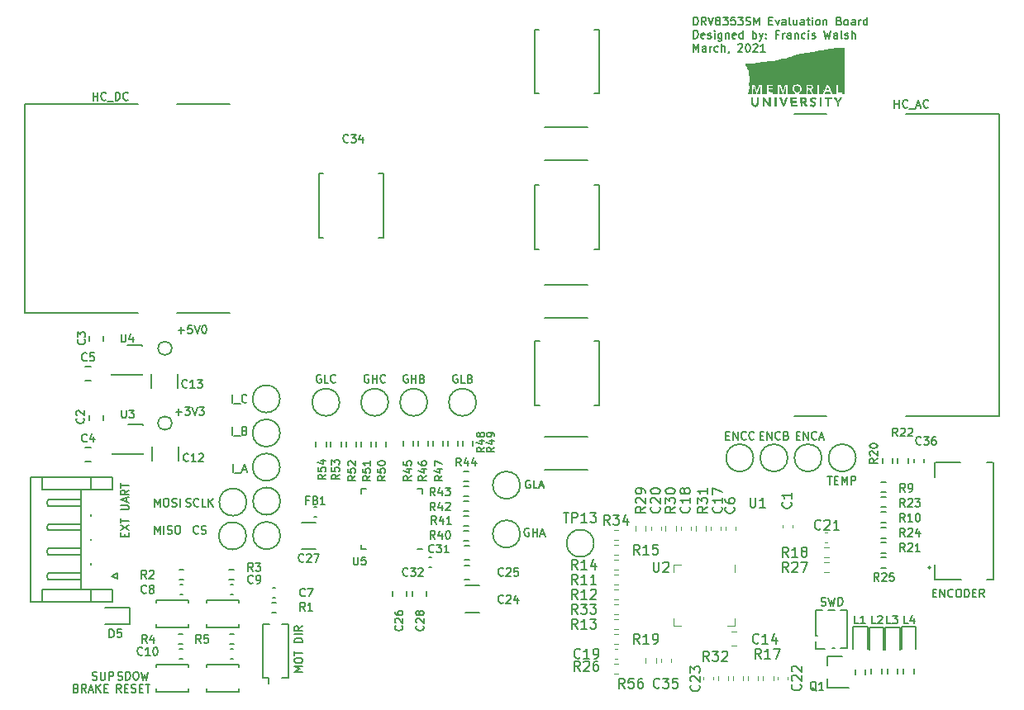
<source format=gbr>
%TF.GenerationSoftware,KiCad,Pcbnew,(5.1.8)-1*%
%TF.CreationDate,2021-03-09T13:11:08-05:00*%
%TF.ProjectId,DRV8353S_dev_board,44525638-3335-4335-935f-6465765f626f,rev?*%
%TF.SameCoordinates,Original*%
%TF.FileFunction,Legend,Top*%
%TF.FilePolarity,Positive*%
%FSLAX46Y46*%
G04 Gerber Fmt 4.6, Leading zero omitted, Abs format (unit mm)*
G04 Created by KiCad (PCBNEW (5.1.8)-1) date 2021-03-09 13:11:08*
%MOMM*%
%LPD*%
G01*
G04 APERTURE LIST*
%ADD10C,0.152400*%
%ADD11C,0.010000*%
%ADD12C,0.120000*%
%ADD13C,0.150000*%
G04 APERTURE END LIST*
D10*
X118656583Y-51320095D02*
X118656583Y-50507295D01*
X118850107Y-50507295D01*
X118966221Y-50546000D01*
X119043631Y-50623409D01*
X119082336Y-50700819D01*
X119121040Y-50855638D01*
X119121040Y-50971752D01*
X119082336Y-51126571D01*
X119043631Y-51203980D01*
X118966221Y-51281390D01*
X118850107Y-51320095D01*
X118656583Y-51320095D01*
X119933840Y-51320095D02*
X119662907Y-50933047D01*
X119469383Y-51320095D02*
X119469383Y-50507295D01*
X119779021Y-50507295D01*
X119856431Y-50546000D01*
X119895136Y-50584704D01*
X119933840Y-50662114D01*
X119933840Y-50778228D01*
X119895136Y-50855638D01*
X119856431Y-50894342D01*
X119779021Y-50933047D01*
X119469383Y-50933047D01*
X120166069Y-50507295D02*
X120437002Y-51320095D01*
X120707936Y-50507295D01*
X121094983Y-50855638D02*
X121017574Y-50816933D01*
X120978869Y-50778228D01*
X120940164Y-50700819D01*
X120940164Y-50662114D01*
X120978869Y-50584704D01*
X121017574Y-50546000D01*
X121094983Y-50507295D01*
X121249802Y-50507295D01*
X121327212Y-50546000D01*
X121365917Y-50584704D01*
X121404621Y-50662114D01*
X121404621Y-50700819D01*
X121365917Y-50778228D01*
X121327212Y-50816933D01*
X121249802Y-50855638D01*
X121094983Y-50855638D01*
X121017574Y-50894342D01*
X120978869Y-50933047D01*
X120940164Y-51010457D01*
X120940164Y-51165276D01*
X120978869Y-51242685D01*
X121017574Y-51281390D01*
X121094983Y-51320095D01*
X121249802Y-51320095D01*
X121327212Y-51281390D01*
X121365917Y-51242685D01*
X121404621Y-51165276D01*
X121404621Y-51010457D01*
X121365917Y-50933047D01*
X121327212Y-50894342D01*
X121249802Y-50855638D01*
X121675555Y-50507295D02*
X122178717Y-50507295D01*
X121907783Y-50816933D01*
X122023898Y-50816933D01*
X122101307Y-50855638D01*
X122140012Y-50894342D01*
X122178717Y-50971752D01*
X122178717Y-51165276D01*
X122140012Y-51242685D01*
X122101307Y-51281390D01*
X122023898Y-51320095D01*
X121791669Y-51320095D01*
X121714260Y-51281390D01*
X121675555Y-51242685D01*
X122914107Y-50507295D02*
X122527060Y-50507295D01*
X122488355Y-50894342D01*
X122527060Y-50855638D01*
X122604469Y-50816933D01*
X122797993Y-50816933D01*
X122875402Y-50855638D01*
X122914107Y-50894342D01*
X122952812Y-50971752D01*
X122952812Y-51165276D01*
X122914107Y-51242685D01*
X122875402Y-51281390D01*
X122797993Y-51320095D01*
X122604469Y-51320095D01*
X122527060Y-51281390D01*
X122488355Y-51242685D01*
X123223745Y-50507295D02*
X123726907Y-50507295D01*
X123455974Y-50816933D01*
X123572088Y-50816933D01*
X123649498Y-50855638D01*
X123688202Y-50894342D01*
X123726907Y-50971752D01*
X123726907Y-51165276D01*
X123688202Y-51242685D01*
X123649498Y-51281390D01*
X123572088Y-51320095D01*
X123339860Y-51320095D01*
X123262450Y-51281390D01*
X123223745Y-51242685D01*
X124036545Y-51281390D02*
X124152660Y-51320095D01*
X124346183Y-51320095D01*
X124423593Y-51281390D01*
X124462298Y-51242685D01*
X124501002Y-51165276D01*
X124501002Y-51087866D01*
X124462298Y-51010457D01*
X124423593Y-50971752D01*
X124346183Y-50933047D01*
X124191364Y-50894342D01*
X124113955Y-50855638D01*
X124075250Y-50816933D01*
X124036545Y-50739523D01*
X124036545Y-50662114D01*
X124075250Y-50584704D01*
X124113955Y-50546000D01*
X124191364Y-50507295D01*
X124384888Y-50507295D01*
X124501002Y-50546000D01*
X124849345Y-51320095D02*
X124849345Y-50507295D01*
X125120279Y-51087866D01*
X125391212Y-50507295D01*
X125391212Y-51320095D01*
X126397536Y-50894342D02*
X126668469Y-50894342D01*
X126784583Y-51320095D02*
X126397536Y-51320095D01*
X126397536Y-50507295D01*
X126784583Y-50507295D01*
X127055517Y-50778228D02*
X127249040Y-51320095D01*
X127442564Y-50778228D01*
X128100545Y-51320095D02*
X128100545Y-50894342D01*
X128061840Y-50816933D01*
X127984431Y-50778228D01*
X127829612Y-50778228D01*
X127752202Y-50816933D01*
X128100545Y-51281390D02*
X128023136Y-51320095D01*
X127829612Y-51320095D01*
X127752202Y-51281390D01*
X127713498Y-51203980D01*
X127713498Y-51126571D01*
X127752202Y-51049161D01*
X127829612Y-51010457D01*
X128023136Y-51010457D01*
X128100545Y-50971752D01*
X128603707Y-51320095D02*
X128526298Y-51281390D01*
X128487593Y-51203980D01*
X128487593Y-50507295D01*
X129261688Y-50778228D02*
X129261688Y-51320095D01*
X128913345Y-50778228D02*
X128913345Y-51203980D01*
X128952050Y-51281390D01*
X129029460Y-51320095D01*
X129145574Y-51320095D01*
X129222983Y-51281390D01*
X129261688Y-51242685D01*
X129997079Y-51320095D02*
X129997079Y-50894342D01*
X129958374Y-50816933D01*
X129880964Y-50778228D01*
X129726145Y-50778228D01*
X129648736Y-50816933D01*
X129997079Y-51281390D02*
X129919669Y-51320095D01*
X129726145Y-51320095D01*
X129648736Y-51281390D01*
X129610031Y-51203980D01*
X129610031Y-51126571D01*
X129648736Y-51049161D01*
X129726145Y-51010457D01*
X129919669Y-51010457D01*
X129997079Y-50971752D01*
X130268012Y-50778228D02*
X130577650Y-50778228D01*
X130384126Y-50507295D02*
X130384126Y-51203980D01*
X130422831Y-51281390D01*
X130500240Y-51320095D01*
X130577650Y-51320095D01*
X130848583Y-51320095D02*
X130848583Y-50778228D01*
X130848583Y-50507295D02*
X130809879Y-50546000D01*
X130848583Y-50584704D01*
X130887288Y-50546000D01*
X130848583Y-50507295D01*
X130848583Y-50584704D01*
X131351745Y-51320095D02*
X131274336Y-51281390D01*
X131235631Y-51242685D01*
X131196926Y-51165276D01*
X131196926Y-50933047D01*
X131235631Y-50855638D01*
X131274336Y-50816933D01*
X131351745Y-50778228D01*
X131467860Y-50778228D01*
X131545269Y-50816933D01*
X131583974Y-50855638D01*
X131622679Y-50933047D01*
X131622679Y-51165276D01*
X131583974Y-51242685D01*
X131545269Y-51281390D01*
X131467860Y-51320095D01*
X131351745Y-51320095D01*
X131971021Y-50778228D02*
X131971021Y-51320095D01*
X131971021Y-50855638D02*
X132009726Y-50816933D01*
X132087136Y-50778228D01*
X132203250Y-50778228D01*
X132280660Y-50816933D01*
X132319364Y-50894342D01*
X132319364Y-51320095D01*
X133596621Y-50894342D02*
X133712736Y-50933047D01*
X133751440Y-50971752D01*
X133790145Y-51049161D01*
X133790145Y-51165276D01*
X133751440Y-51242685D01*
X133712736Y-51281390D01*
X133635326Y-51320095D01*
X133325688Y-51320095D01*
X133325688Y-50507295D01*
X133596621Y-50507295D01*
X133674031Y-50546000D01*
X133712736Y-50584704D01*
X133751440Y-50662114D01*
X133751440Y-50739523D01*
X133712736Y-50816933D01*
X133674031Y-50855638D01*
X133596621Y-50894342D01*
X133325688Y-50894342D01*
X134254602Y-51320095D02*
X134177193Y-51281390D01*
X134138488Y-51242685D01*
X134099783Y-51165276D01*
X134099783Y-50933047D01*
X134138488Y-50855638D01*
X134177193Y-50816933D01*
X134254602Y-50778228D01*
X134370717Y-50778228D01*
X134448126Y-50816933D01*
X134486831Y-50855638D01*
X134525536Y-50933047D01*
X134525536Y-51165276D01*
X134486831Y-51242685D01*
X134448126Y-51281390D01*
X134370717Y-51320095D01*
X134254602Y-51320095D01*
X135222221Y-51320095D02*
X135222221Y-50894342D01*
X135183517Y-50816933D01*
X135106107Y-50778228D01*
X134951288Y-50778228D01*
X134873879Y-50816933D01*
X135222221Y-51281390D02*
X135144812Y-51320095D01*
X134951288Y-51320095D01*
X134873879Y-51281390D01*
X134835174Y-51203980D01*
X134835174Y-51126571D01*
X134873879Y-51049161D01*
X134951288Y-51010457D01*
X135144812Y-51010457D01*
X135222221Y-50971752D01*
X135609269Y-51320095D02*
X135609269Y-50778228D01*
X135609269Y-50933047D02*
X135647974Y-50855638D01*
X135686679Y-50816933D01*
X135764088Y-50778228D01*
X135841498Y-50778228D01*
X136460774Y-51320095D02*
X136460774Y-50507295D01*
X136460774Y-51281390D02*
X136383364Y-51320095D01*
X136228545Y-51320095D01*
X136151136Y-51281390D01*
X136112431Y-51242685D01*
X136073726Y-51165276D01*
X136073726Y-50933047D01*
X136112431Y-50855638D01*
X136151136Y-50816933D01*
X136228545Y-50778228D01*
X136383364Y-50778228D01*
X136460774Y-50816933D01*
X118656583Y-52691695D02*
X118656583Y-51878895D01*
X118850107Y-51878895D01*
X118966221Y-51917600D01*
X119043631Y-51995009D01*
X119082336Y-52072419D01*
X119121040Y-52227238D01*
X119121040Y-52343352D01*
X119082336Y-52498171D01*
X119043631Y-52575580D01*
X118966221Y-52652990D01*
X118850107Y-52691695D01*
X118656583Y-52691695D01*
X119779021Y-52652990D02*
X119701612Y-52691695D01*
X119546793Y-52691695D01*
X119469383Y-52652990D01*
X119430679Y-52575580D01*
X119430679Y-52265942D01*
X119469383Y-52188533D01*
X119546793Y-52149828D01*
X119701612Y-52149828D01*
X119779021Y-52188533D01*
X119817726Y-52265942D01*
X119817726Y-52343352D01*
X119430679Y-52420761D01*
X120127364Y-52652990D02*
X120204774Y-52691695D01*
X120359593Y-52691695D01*
X120437002Y-52652990D01*
X120475707Y-52575580D01*
X120475707Y-52536876D01*
X120437002Y-52459466D01*
X120359593Y-52420761D01*
X120243479Y-52420761D01*
X120166069Y-52382057D01*
X120127364Y-52304647D01*
X120127364Y-52265942D01*
X120166069Y-52188533D01*
X120243479Y-52149828D01*
X120359593Y-52149828D01*
X120437002Y-52188533D01*
X120824050Y-52691695D02*
X120824050Y-52149828D01*
X120824050Y-51878895D02*
X120785345Y-51917600D01*
X120824050Y-51956304D01*
X120862755Y-51917600D01*
X120824050Y-51878895D01*
X120824050Y-51956304D01*
X121559440Y-52149828D02*
X121559440Y-52807809D01*
X121520736Y-52885219D01*
X121482031Y-52923923D01*
X121404621Y-52962628D01*
X121288507Y-52962628D01*
X121211098Y-52923923D01*
X121559440Y-52652990D02*
X121482031Y-52691695D01*
X121327212Y-52691695D01*
X121249802Y-52652990D01*
X121211098Y-52614285D01*
X121172393Y-52536876D01*
X121172393Y-52304647D01*
X121211098Y-52227238D01*
X121249802Y-52188533D01*
X121327212Y-52149828D01*
X121482031Y-52149828D01*
X121559440Y-52188533D01*
X121946488Y-52149828D02*
X121946488Y-52691695D01*
X121946488Y-52227238D02*
X121985193Y-52188533D01*
X122062602Y-52149828D01*
X122178717Y-52149828D01*
X122256126Y-52188533D01*
X122294831Y-52265942D01*
X122294831Y-52691695D01*
X122991517Y-52652990D02*
X122914107Y-52691695D01*
X122759288Y-52691695D01*
X122681879Y-52652990D01*
X122643174Y-52575580D01*
X122643174Y-52265942D01*
X122681879Y-52188533D01*
X122759288Y-52149828D01*
X122914107Y-52149828D01*
X122991517Y-52188533D01*
X123030221Y-52265942D01*
X123030221Y-52343352D01*
X122643174Y-52420761D01*
X123726907Y-52691695D02*
X123726907Y-51878895D01*
X123726907Y-52652990D02*
X123649498Y-52691695D01*
X123494679Y-52691695D01*
X123417269Y-52652990D01*
X123378564Y-52614285D01*
X123339860Y-52536876D01*
X123339860Y-52304647D01*
X123378564Y-52227238D01*
X123417269Y-52188533D01*
X123494679Y-52149828D01*
X123649498Y-52149828D01*
X123726907Y-52188533D01*
X124733231Y-52691695D02*
X124733231Y-51878895D01*
X124733231Y-52188533D02*
X124810640Y-52149828D01*
X124965460Y-52149828D01*
X125042869Y-52188533D01*
X125081574Y-52227238D01*
X125120279Y-52304647D01*
X125120279Y-52536876D01*
X125081574Y-52614285D01*
X125042869Y-52652990D01*
X124965460Y-52691695D01*
X124810640Y-52691695D01*
X124733231Y-52652990D01*
X125391212Y-52149828D02*
X125584736Y-52691695D01*
X125778260Y-52149828D02*
X125584736Y-52691695D01*
X125507326Y-52885219D01*
X125468621Y-52923923D01*
X125391212Y-52962628D01*
X126087898Y-52614285D02*
X126126602Y-52652990D01*
X126087898Y-52691695D01*
X126049193Y-52652990D01*
X126087898Y-52614285D01*
X126087898Y-52691695D01*
X126087898Y-52188533D02*
X126126602Y-52227238D01*
X126087898Y-52265942D01*
X126049193Y-52227238D01*
X126087898Y-52188533D01*
X126087898Y-52265942D01*
X127365155Y-52265942D02*
X127094221Y-52265942D01*
X127094221Y-52691695D02*
X127094221Y-51878895D01*
X127481269Y-51878895D01*
X127790907Y-52691695D02*
X127790907Y-52149828D01*
X127790907Y-52304647D02*
X127829612Y-52227238D01*
X127868317Y-52188533D01*
X127945726Y-52149828D01*
X128023136Y-52149828D01*
X128642412Y-52691695D02*
X128642412Y-52265942D01*
X128603707Y-52188533D01*
X128526298Y-52149828D01*
X128371479Y-52149828D01*
X128294069Y-52188533D01*
X128642412Y-52652990D02*
X128565002Y-52691695D01*
X128371479Y-52691695D01*
X128294069Y-52652990D01*
X128255364Y-52575580D01*
X128255364Y-52498171D01*
X128294069Y-52420761D01*
X128371479Y-52382057D01*
X128565002Y-52382057D01*
X128642412Y-52343352D01*
X129029460Y-52149828D02*
X129029460Y-52691695D01*
X129029460Y-52227238D02*
X129068164Y-52188533D01*
X129145574Y-52149828D01*
X129261688Y-52149828D01*
X129339098Y-52188533D01*
X129377802Y-52265942D01*
X129377802Y-52691695D01*
X130113193Y-52652990D02*
X130035783Y-52691695D01*
X129880964Y-52691695D01*
X129803555Y-52652990D01*
X129764850Y-52614285D01*
X129726145Y-52536876D01*
X129726145Y-52304647D01*
X129764850Y-52227238D01*
X129803555Y-52188533D01*
X129880964Y-52149828D01*
X130035783Y-52149828D01*
X130113193Y-52188533D01*
X130461536Y-52691695D02*
X130461536Y-52149828D01*
X130461536Y-51878895D02*
X130422831Y-51917600D01*
X130461536Y-51956304D01*
X130500240Y-51917600D01*
X130461536Y-51878895D01*
X130461536Y-51956304D01*
X130809879Y-52652990D02*
X130887288Y-52691695D01*
X131042107Y-52691695D01*
X131119517Y-52652990D01*
X131158221Y-52575580D01*
X131158221Y-52536876D01*
X131119517Y-52459466D01*
X131042107Y-52420761D01*
X130925993Y-52420761D01*
X130848583Y-52382057D01*
X130809879Y-52304647D01*
X130809879Y-52265942D01*
X130848583Y-52188533D01*
X130925993Y-52149828D01*
X131042107Y-52149828D01*
X131119517Y-52188533D01*
X132048431Y-51878895D02*
X132241955Y-52691695D01*
X132396774Y-52111123D01*
X132551593Y-52691695D01*
X132745117Y-51878895D01*
X133403098Y-52691695D02*
X133403098Y-52265942D01*
X133364393Y-52188533D01*
X133286983Y-52149828D01*
X133132164Y-52149828D01*
X133054755Y-52188533D01*
X133403098Y-52652990D02*
X133325688Y-52691695D01*
X133132164Y-52691695D01*
X133054755Y-52652990D01*
X133016050Y-52575580D01*
X133016050Y-52498171D01*
X133054755Y-52420761D01*
X133132164Y-52382057D01*
X133325688Y-52382057D01*
X133403098Y-52343352D01*
X133906260Y-52691695D02*
X133828850Y-52652990D01*
X133790145Y-52575580D01*
X133790145Y-51878895D01*
X134177193Y-52652990D02*
X134254602Y-52691695D01*
X134409421Y-52691695D01*
X134486831Y-52652990D01*
X134525536Y-52575580D01*
X134525536Y-52536876D01*
X134486831Y-52459466D01*
X134409421Y-52420761D01*
X134293307Y-52420761D01*
X134215898Y-52382057D01*
X134177193Y-52304647D01*
X134177193Y-52265942D01*
X134215898Y-52188533D01*
X134293307Y-52149828D01*
X134409421Y-52149828D01*
X134486831Y-52188533D01*
X134873879Y-52691695D02*
X134873879Y-51878895D01*
X135222221Y-52691695D02*
X135222221Y-52265942D01*
X135183517Y-52188533D01*
X135106107Y-52149828D01*
X134989993Y-52149828D01*
X134912583Y-52188533D01*
X134873879Y-52227238D01*
X118656583Y-54063295D02*
X118656583Y-53250495D01*
X118927517Y-53831066D01*
X119198450Y-53250495D01*
X119198450Y-54063295D01*
X119933840Y-54063295D02*
X119933840Y-53637542D01*
X119895136Y-53560133D01*
X119817726Y-53521428D01*
X119662907Y-53521428D01*
X119585498Y-53560133D01*
X119933840Y-54024590D02*
X119856431Y-54063295D01*
X119662907Y-54063295D01*
X119585498Y-54024590D01*
X119546793Y-53947180D01*
X119546793Y-53869771D01*
X119585498Y-53792361D01*
X119662907Y-53753657D01*
X119856431Y-53753657D01*
X119933840Y-53714952D01*
X120320888Y-54063295D02*
X120320888Y-53521428D01*
X120320888Y-53676247D02*
X120359593Y-53598838D01*
X120398298Y-53560133D01*
X120475707Y-53521428D01*
X120553117Y-53521428D01*
X121172393Y-54024590D02*
X121094983Y-54063295D01*
X120940164Y-54063295D01*
X120862755Y-54024590D01*
X120824050Y-53985885D01*
X120785345Y-53908476D01*
X120785345Y-53676247D01*
X120824050Y-53598838D01*
X120862755Y-53560133D01*
X120940164Y-53521428D01*
X121094983Y-53521428D01*
X121172393Y-53560133D01*
X121520736Y-54063295D02*
X121520736Y-53250495D01*
X121869079Y-54063295D02*
X121869079Y-53637542D01*
X121830374Y-53560133D01*
X121752964Y-53521428D01*
X121636850Y-53521428D01*
X121559440Y-53560133D01*
X121520736Y-53598838D01*
X122294831Y-54024590D02*
X122294831Y-54063295D01*
X122256126Y-54140704D01*
X122217421Y-54179409D01*
X123223745Y-53327904D02*
X123262450Y-53289200D01*
X123339860Y-53250495D01*
X123533383Y-53250495D01*
X123610793Y-53289200D01*
X123649498Y-53327904D01*
X123688202Y-53405314D01*
X123688202Y-53482723D01*
X123649498Y-53598838D01*
X123185040Y-54063295D01*
X123688202Y-54063295D01*
X124191364Y-53250495D02*
X124268774Y-53250495D01*
X124346183Y-53289200D01*
X124384888Y-53327904D01*
X124423593Y-53405314D01*
X124462298Y-53560133D01*
X124462298Y-53753657D01*
X124423593Y-53908476D01*
X124384888Y-53985885D01*
X124346183Y-54024590D01*
X124268774Y-54063295D01*
X124191364Y-54063295D01*
X124113955Y-54024590D01*
X124075250Y-53985885D01*
X124036545Y-53908476D01*
X123997840Y-53753657D01*
X123997840Y-53560133D01*
X124036545Y-53405314D01*
X124075250Y-53327904D01*
X124113955Y-53289200D01*
X124191364Y-53250495D01*
X124771936Y-53327904D02*
X124810640Y-53289200D01*
X124888050Y-53250495D01*
X125081574Y-53250495D01*
X125158983Y-53289200D01*
X125197688Y-53327904D01*
X125236393Y-53405314D01*
X125236393Y-53482723D01*
X125197688Y-53598838D01*
X124733231Y-54063295D01*
X125236393Y-54063295D01*
X126010488Y-54063295D02*
X125546031Y-54063295D01*
X125778260Y-54063295D02*
X125778260Y-53250495D01*
X125700850Y-53366609D01*
X125623440Y-53444019D01*
X125546031Y-53482723D01*
D11*
%TO.C,G\u002A\u002A\u002A*%
G36*
X130576645Y-57550173D02*
G01*
X130638237Y-57577191D01*
X130667564Y-57620038D01*
X130666576Y-57662317D01*
X130646831Y-57704150D01*
X130624792Y-57723525D01*
X130578612Y-57735748D01*
X130518605Y-57744980D01*
X130458580Y-57749963D01*
X130412352Y-57749440D01*
X130394808Y-57744454D01*
X130386198Y-57717609D01*
X130380929Y-57666214D01*
X130380154Y-57635205D01*
X130380154Y-57540769D01*
X130485451Y-57540769D01*
X130576645Y-57550173D01*
G37*
X130576645Y-57550173D02*
X130638237Y-57577191D01*
X130667564Y-57620038D01*
X130666576Y-57662317D01*
X130646831Y-57704150D01*
X130624792Y-57723525D01*
X130578612Y-57735748D01*
X130518605Y-57744980D01*
X130458580Y-57749963D01*
X130412352Y-57749440D01*
X130394808Y-57744454D01*
X130386198Y-57717609D01*
X130380929Y-57666214D01*
X130380154Y-57635205D01*
X130380154Y-57540769D01*
X130485451Y-57540769D01*
X130576645Y-57550173D01*
G36*
X132384150Y-57708025D02*
G01*
X132408507Y-57756481D01*
X132430010Y-57809423D01*
X132470199Y-57912000D01*
X132370702Y-57912000D01*
X132312665Y-57910375D01*
X132285672Y-57903376D01*
X132281751Y-57887817D01*
X132285130Y-57877807D01*
X132300038Y-57838663D01*
X132320817Y-57781264D01*
X132328661Y-57759032D01*
X132348074Y-57711213D01*
X132365288Y-57693573D01*
X132384150Y-57708025D01*
G37*
X132384150Y-57708025D02*
X132408507Y-57756481D01*
X132430010Y-57809423D01*
X132470199Y-57912000D01*
X132370702Y-57912000D01*
X132312665Y-57910375D01*
X132285672Y-57903376D01*
X132281751Y-57887817D01*
X132285130Y-57877807D01*
X132300038Y-57838663D01*
X132320817Y-57781264D01*
X132328661Y-57759032D01*
X132348074Y-57711213D01*
X132365288Y-57693573D01*
X132384150Y-57708025D01*
G36*
X129350832Y-57556821D02*
G01*
X129432414Y-57603437D01*
X129488545Y-57678308D01*
X129517064Y-57779124D01*
X129520316Y-57833846D01*
X129505986Y-57944340D01*
X129463896Y-58030080D01*
X129395396Y-58088618D01*
X129374123Y-58098791D01*
X129301507Y-58118259D01*
X129218761Y-58125032D01*
X129146001Y-58117929D01*
X129129693Y-58113124D01*
X129058103Y-58067889D01*
X129000411Y-57995320D01*
X128963591Y-57906545D01*
X128953846Y-57832592D01*
X128971230Y-57727068D01*
X129020076Y-57640663D01*
X129095432Y-57578325D01*
X129192342Y-57545004D01*
X129245962Y-57540769D01*
X129350832Y-57556821D01*
G37*
X129350832Y-57556821D02*
X129432414Y-57603437D01*
X129488545Y-57678308D01*
X129517064Y-57779124D01*
X129520316Y-57833846D01*
X129505986Y-57944340D01*
X129463896Y-58030080D01*
X129395396Y-58088618D01*
X129374123Y-58098791D01*
X129301507Y-58118259D01*
X129218761Y-58125032D01*
X129146001Y-58117929D01*
X129129693Y-58113124D01*
X129058103Y-58067889D01*
X129000411Y-57995320D01*
X128963591Y-57906545D01*
X128953846Y-57832592D01*
X128971230Y-57727068D01*
X129020076Y-57640663D01*
X129095432Y-57578325D01*
X129192342Y-57545004D01*
X129245962Y-57540769D01*
X129350832Y-57556821D01*
G36*
X132590887Y-58212297D02*
G01*
X132626424Y-58302769D01*
X132119730Y-58302769D01*
X132155268Y-58212297D01*
X132190805Y-58121826D01*
X132555349Y-58121826D01*
X132590887Y-58212297D01*
G37*
X132590887Y-58212297D02*
X132626424Y-58302769D01*
X132119730Y-58302769D01*
X132155268Y-58212297D01*
X132190805Y-58121826D01*
X132555349Y-58121826D01*
X132590887Y-58212297D01*
G36*
X130452196Y-57936308D02*
G01*
X130475722Y-57954587D01*
X130503203Y-57992330D01*
X130539246Y-58055491D01*
X130571590Y-58117154D01*
X130667298Y-58302769D01*
X130380154Y-58302769D01*
X130380154Y-58117154D01*
X130380515Y-58031161D01*
X130382855Y-57976927D01*
X130389062Y-57947131D01*
X130401022Y-57934457D01*
X130420624Y-57931583D01*
X130428019Y-57931538D01*
X130452196Y-57936308D01*
G37*
X130452196Y-57936308D02*
X130475722Y-57954587D01*
X130503203Y-57992330D01*
X130539246Y-58055491D01*
X130571590Y-58117154D01*
X130667298Y-58302769D01*
X130380154Y-58302769D01*
X130380154Y-58117154D01*
X130380515Y-58031161D01*
X130382855Y-57976927D01*
X130389062Y-57947131D01*
X130401022Y-57934457D01*
X130420624Y-57931583D01*
X130428019Y-57931538D01*
X130452196Y-57936308D01*
G36*
X128089084Y-57675309D02*
G01*
X128091237Y-57723872D01*
X128092893Y-57799120D01*
X128093906Y-57894858D01*
X128094154Y-57977128D01*
X128094154Y-58302769D01*
X127861597Y-58302769D01*
X127970303Y-57985269D01*
X128006337Y-57880799D01*
X128038218Y-57789832D01*
X128063736Y-57718555D01*
X128080683Y-57673156D01*
X128086582Y-57659628D01*
X128089084Y-57675309D01*
G37*
X128089084Y-57675309D02*
X128091237Y-57723872D01*
X128092893Y-57799120D01*
X128093906Y-57894858D01*
X128094154Y-57977128D01*
X128094154Y-58302769D01*
X127861597Y-58302769D01*
X127970303Y-57985269D01*
X128006337Y-57880799D01*
X128038218Y-57789832D01*
X128063736Y-57718555D01*
X128080683Y-57673156D01*
X128086582Y-57659628D01*
X128089084Y-57675309D01*
G36*
X127473644Y-57685713D02*
G01*
X127493457Y-57743610D01*
X127520953Y-57824804D01*
X127553794Y-57922406D01*
X127578125Y-57995038D01*
X127681022Y-58302769D01*
X127449385Y-58302769D01*
X127450927Y-57965730D01*
X127452038Y-57858446D01*
X127454170Y-57768602D01*
X127457087Y-57701787D01*
X127460556Y-57663587D01*
X127463848Y-57658000D01*
X127473644Y-57685713D01*
G37*
X127473644Y-57685713D02*
X127493457Y-57743610D01*
X127520953Y-57824804D01*
X127553794Y-57922406D01*
X127578125Y-57995038D01*
X127681022Y-58302769D01*
X127449385Y-58302769D01*
X127450927Y-57965730D01*
X127452038Y-57858446D01*
X127454170Y-57768602D01*
X127457087Y-57701787D01*
X127460556Y-57663587D01*
X127463848Y-57658000D01*
X127473644Y-57685713D01*
G36*
X125430652Y-57676114D02*
G01*
X125433314Y-57724291D01*
X125435362Y-57799216D01*
X125436615Y-57894725D01*
X125436923Y-57977128D01*
X125436923Y-58302769D01*
X125205302Y-58302769D01*
X125311749Y-57986491D01*
X125347258Y-57882018D01*
X125378857Y-57790985D01*
X125404323Y-57719643D01*
X125421434Y-57674243D01*
X125427560Y-57660850D01*
X125430652Y-57676114D01*
G37*
X125430652Y-57676114D02*
X125433314Y-57724291D01*
X125435362Y-57799216D01*
X125436615Y-57894725D01*
X125436923Y-57977128D01*
X125436923Y-58302769D01*
X125205302Y-58302769D01*
X125311749Y-57986491D01*
X125347258Y-57882018D01*
X125378857Y-57790985D01*
X125404323Y-57719643D01*
X125421434Y-57674243D01*
X125427560Y-57660850D01*
X125430652Y-57676114D01*
G36*
X124808211Y-57660412D02*
G01*
X124826505Y-57711771D01*
X124852671Y-57788041D01*
X124884603Y-57883095D01*
X124915171Y-57975500D01*
X125022706Y-58302769D01*
X124792154Y-58302769D01*
X124792154Y-57967359D01*
X124792579Y-57858516D01*
X124793755Y-57765364D01*
X124795540Y-57694014D01*
X124797788Y-57650576D01*
X124799895Y-57640089D01*
X124808211Y-57660412D01*
G37*
X124808211Y-57660412D02*
X124826505Y-57711771D01*
X124852671Y-57788041D01*
X124884603Y-57883095D01*
X124915171Y-57975500D01*
X125022706Y-58302769D01*
X124792154Y-58302769D01*
X124792154Y-57967359D01*
X124792579Y-57858516D01*
X124793755Y-57765364D01*
X124795540Y-57694014D01*
X124797788Y-57650576D01*
X124799895Y-57640089D01*
X124808211Y-57660412D01*
G36*
X133585039Y-53652221D02*
G01*
X133635986Y-53652510D01*
X133679266Y-53652615D01*
X134053385Y-53652615D01*
X134053385Y-58302769D01*
X133858000Y-58302769D01*
X133858000Y-58107384D01*
X133468075Y-58107384D01*
X133462768Y-57731269D01*
X133457462Y-57355154D01*
X133242539Y-57355154D01*
X133242539Y-58302785D01*
X133064950Y-58302777D01*
X132887362Y-58302769D01*
X132777555Y-58053654D01*
X132725605Y-57935368D01*
X132668099Y-57803747D01*
X132612466Y-57675826D01*
X132570957Y-57579846D01*
X132474166Y-57355154D01*
X132385358Y-57349232D01*
X132324120Y-57349355D01*
X132289068Y-57362226D01*
X132275013Y-57378539D01*
X132261436Y-57405777D01*
X132234783Y-57463509D01*
X132197465Y-57546350D01*
X132151893Y-57648919D01*
X132100479Y-57765831D01*
X132062278Y-57853384D01*
X131871081Y-58293000D01*
X131702351Y-58298640D01*
X131533622Y-58304280D01*
X131523154Y-57355154D01*
X131298462Y-57343434D01*
X131298462Y-58302769D01*
X130936844Y-58302769D01*
X130822572Y-58112582D01*
X130773491Y-58029632D01*
X130742941Y-57973519D01*
X130728546Y-57938068D01*
X130727928Y-57917102D01*
X130738709Y-57904445D01*
X130741728Y-57902543D01*
X130820065Y-57847104D01*
X130868429Y-57788654D01*
X130890212Y-57736990D01*
X130902694Y-57634017D01*
X130880880Y-57537347D01*
X130828994Y-57454561D01*
X130751263Y-57393240D01*
X130684134Y-57367246D01*
X130627867Y-57358099D01*
X130545218Y-57350832D01*
X130448872Y-57346361D01*
X130381271Y-57345384D01*
X130165231Y-57345384D01*
X130165231Y-58302769D01*
X129818423Y-58302696D01*
X129694649Y-58302575D01*
X129605503Y-58301895D01*
X129546534Y-58300090D01*
X129513294Y-58296597D01*
X129501334Y-58290850D01*
X129506204Y-58282283D01*
X129523455Y-58270332D01*
X129530231Y-58266095D01*
X129632500Y-58185142D01*
X129702437Y-58087876D01*
X129742333Y-57969836D01*
X129754494Y-57829589D01*
X129740548Y-57686283D01*
X129698265Y-57568268D01*
X129625553Y-57471883D01*
X129520325Y-57393469D01*
X129498506Y-57381373D01*
X129448013Y-57358200D01*
X129395602Y-57344337D01*
X129328855Y-57337623D01*
X129237154Y-57335895D01*
X129111494Y-57342415D01*
X129012972Y-57364731D01*
X128931431Y-57406981D01*
X128856712Y-57473303D01*
X128832083Y-57500870D01*
X128763864Y-57608214D01*
X128726186Y-57729261D01*
X128717953Y-57856430D01*
X128738072Y-57982139D01*
X128785449Y-58098806D01*
X128858987Y-58198849D01*
X128942519Y-58265929D01*
X129002693Y-58302623D01*
X128666001Y-58302696D01*
X128329310Y-58302769D01*
X128324078Y-57828961D01*
X128318846Y-57355154D01*
X127986907Y-57355154D01*
X127775193Y-57955978D01*
X127675789Y-57674981D01*
X127640127Y-57575458D01*
X127607980Y-57488126D01*
X127582018Y-57420065D01*
X127564916Y-57378357D01*
X127560578Y-57369684D01*
X127530046Y-57355229D01*
X127462134Y-57347153D01*
X127389616Y-57345384D01*
X127234462Y-57345384D01*
X127234462Y-58302769D01*
X126804616Y-58302769D01*
X126804616Y-58108624D01*
X126577239Y-58103120D01*
X126349863Y-58097615D01*
X126347662Y-58014562D01*
X126345462Y-57931508D01*
X126556521Y-57931523D01*
X126767581Y-57931538D01*
X126761675Y-57828961D01*
X126755770Y-57726384D01*
X126550158Y-57720884D01*
X126344547Y-57715383D01*
X126351941Y-57637845D01*
X126359336Y-57560307D01*
X126787119Y-57560307D01*
X126781214Y-57457730D01*
X126775308Y-57355154D01*
X126448039Y-57349796D01*
X126120770Y-57344439D01*
X126120770Y-58302769D01*
X125650014Y-58302769D01*
X125652918Y-57828961D01*
X125655822Y-57355154D01*
X125330685Y-57355154D01*
X125299127Y-57443077D01*
X125279520Y-57498111D01*
X125251184Y-57578155D01*
X125218314Y-57671339D01*
X125192852Y-57743735D01*
X125118135Y-57956471D01*
X125018645Y-57675228D01*
X124982968Y-57575661D01*
X124950806Y-57488284D01*
X124924829Y-57420173D01*
X124907707Y-57378408D01*
X124903347Y-57369684D01*
X124872815Y-57355229D01*
X124804903Y-57347153D01*
X124732386Y-57345384D01*
X124577231Y-57345384D01*
X124577231Y-58302769D01*
X124391616Y-58302769D01*
X124311854Y-58301774D01*
X124249262Y-58299100D01*
X124212325Y-58295214D01*
X124206000Y-58292581D01*
X124215853Y-58271600D01*
X124240764Y-58230315D01*
X124255299Y-58207897D01*
X124286576Y-58149528D01*
X124319276Y-58071156D01*
X124343682Y-57998277D01*
X124358809Y-57941410D01*
X124368864Y-57888261D01*
X124374371Y-57830013D01*
X124375854Y-57757849D01*
X124373836Y-57662953D01*
X124369792Y-57558588D01*
X124365231Y-57426906D01*
X124364720Y-57320222D01*
X124369000Y-57224601D01*
X124378808Y-57126103D01*
X124394885Y-57010792D01*
X124400933Y-56971535D01*
X124445048Y-56689047D01*
X124386337Y-56572716D01*
X124348522Y-56480600D01*
X124316914Y-56372280D01*
X124303134Y-56304493D01*
X124291457Y-56224524D01*
X124288117Y-56169980D01*
X124293738Y-56127979D01*
X124308944Y-56085637D01*
X124314324Y-56073473D01*
X124350006Y-55994344D01*
X124290356Y-55938596D01*
X124258008Y-55896444D01*
X124216253Y-55824210D01*
X124168362Y-55728777D01*
X124117605Y-55617027D01*
X124067253Y-55495843D01*
X124020577Y-55372106D01*
X124018852Y-55367257D01*
X124003825Y-55320001D01*
X124005435Y-55297336D01*
X124026150Y-55287437D01*
X124035956Y-55285292D01*
X124194859Y-55260275D01*
X124382558Y-55243730D01*
X124589553Y-55236356D01*
X124700371Y-55236362D01*
X124839248Y-55236503D01*
X124958580Y-55232370D01*
X125069766Y-55222625D01*
X125184207Y-55205931D01*
X125313303Y-55180950D01*
X125468455Y-55146345D01*
X125469216Y-55146169D01*
X125604542Y-55118057D01*
X125748594Y-55094991D01*
X125907657Y-55076331D01*
X126088014Y-55061436D01*
X126295948Y-55049664D01*
X126492000Y-55041874D01*
X126892539Y-55028305D01*
X127770747Y-54798227D01*
X128048748Y-54724596D01*
X128291140Y-54658619D01*
X128500464Y-54599512D01*
X128679267Y-54546491D01*
X128830093Y-54498774D01*
X128955486Y-54455577D01*
X129057990Y-54416116D01*
X129140151Y-54379608D01*
X129156464Y-54371533D01*
X129207061Y-54353645D01*
X129293492Y-54332449D01*
X129412712Y-54308579D01*
X129561676Y-54282668D01*
X129654694Y-54267852D01*
X129767967Y-54249981D01*
X129912901Y-54226585D01*
X130082653Y-54198798D01*
X130270379Y-54167752D01*
X130469235Y-54134582D01*
X130672378Y-54100421D01*
X130872965Y-54066402D01*
X130937000Y-54055474D01*
X131286123Y-53995765D01*
X131598998Y-53942234D01*
X131877911Y-53894545D01*
X132125144Y-53852362D01*
X132342982Y-53815350D01*
X132533708Y-53783172D01*
X132699606Y-53755495D01*
X132842959Y-53731981D01*
X132966051Y-53712297D01*
X133071166Y-53696105D01*
X133160588Y-53683071D01*
X133236599Y-53672860D01*
X133301485Y-53665135D01*
X133357529Y-53659562D01*
X133407013Y-53655804D01*
X133452223Y-53653527D01*
X133495442Y-53652394D01*
X133538952Y-53652070D01*
X133585039Y-53652221D01*
G37*
X133585039Y-53652221D02*
X133635986Y-53652510D01*
X133679266Y-53652615D01*
X134053385Y-53652615D01*
X134053385Y-58302769D01*
X133858000Y-58302769D01*
X133858000Y-58107384D01*
X133468075Y-58107384D01*
X133462768Y-57731269D01*
X133457462Y-57355154D01*
X133242539Y-57355154D01*
X133242539Y-58302785D01*
X133064950Y-58302777D01*
X132887362Y-58302769D01*
X132777555Y-58053654D01*
X132725605Y-57935368D01*
X132668099Y-57803747D01*
X132612466Y-57675826D01*
X132570957Y-57579846D01*
X132474166Y-57355154D01*
X132385358Y-57349232D01*
X132324120Y-57349355D01*
X132289068Y-57362226D01*
X132275013Y-57378539D01*
X132261436Y-57405777D01*
X132234783Y-57463509D01*
X132197465Y-57546350D01*
X132151893Y-57648919D01*
X132100479Y-57765831D01*
X132062278Y-57853384D01*
X131871081Y-58293000D01*
X131702351Y-58298640D01*
X131533622Y-58304280D01*
X131523154Y-57355154D01*
X131298462Y-57343434D01*
X131298462Y-58302769D01*
X130936844Y-58302769D01*
X130822572Y-58112582D01*
X130773491Y-58029632D01*
X130742941Y-57973519D01*
X130728546Y-57938068D01*
X130727928Y-57917102D01*
X130738709Y-57904445D01*
X130741728Y-57902543D01*
X130820065Y-57847104D01*
X130868429Y-57788654D01*
X130890212Y-57736990D01*
X130902694Y-57634017D01*
X130880880Y-57537347D01*
X130828994Y-57454561D01*
X130751263Y-57393240D01*
X130684134Y-57367246D01*
X130627867Y-57358099D01*
X130545218Y-57350832D01*
X130448872Y-57346361D01*
X130381271Y-57345384D01*
X130165231Y-57345384D01*
X130165231Y-58302769D01*
X129818423Y-58302696D01*
X129694649Y-58302575D01*
X129605503Y-58301895D01*
X129546534Y-58300090D01*
X129513294Y-58296597D01*
X129501334Y-58290850D01*
X129506204Y-58282283D01*
X129523455Y-58270332D01*
X129530231Y-58266095D01*
X129632500Y-58185142D01*
X129702437Y-58087876D01*
X129742333Y-57969836D01*
X129754494Y-57829589D01*
X129740548Y-57686283D01*
X129698265Y-57568268D01*
X129625553Y-57471883D01*
X129520325Y-57393469D01*
X129498506Y-57381373D01*
X129448013Y-57358200D01*
X129395602Y-57344337D01*
X129328855Y-57337623D01*
X129237154Y-57335895D01*
X129111494Y-57342415D01*
X129012972Y-57364731D01*
X128931431Y-57406981D01*
X128856712Y-57473303D01*
X128832083Y-57500870D01*
X128763864Y-57608214D01*
X128726186Y-57729261D01*
X128717953Y-57856430D01*
X128738072Y-57982139D01*
X128785449Y-58098806D01*
X128858987Y-58198849D01*
X128942519Y-58265929D01*
X129002693Y-58302623D01*
X128666001Y-58302696D01*
X128329310Y-58302769D01*
X128324078Y-57828961D01*
X128318846Y-57355154D01*
X127986907Y-57355154D01*
X127775193Y-57955978D01*
X127675789Y-57674981D01*
X127640127Y-57575458D01*
X127607980Y-57488126D01*
X127582018Y-57420065D01*
X127564916Y-57378357D01*
X127560578Y-57369684D01*
X127530046Y-57355229D01*
X127462134Y-57347153D01*
X127389616Y-57345384D01*
X127234462Y-57345384D01*
X127234462Y-58302769D01*
X126804616Y-58302769D01*
X126804616Y-58108624D01*
X126577239Y-58103120D01*
X126349863Y-58097615D01*
X126347662Y-58014562D01*
X126345462Y-57931508D01*
X126556521Y-57931523D01*
X126767581Y-57931538D01*
X126761675Y-57828961D01*
X126755770Y-57726384D01*
X126550158Y-57720884D01*
X126344547Y-57715383D01*
X126351941Y-57637845D01*
X126359336Y-57560307D01*
X126787119Y-57560307D01*
X126781214Y-57457730D01*
X126775308Y-57355154D01*
X126448039Y-57349796D01*
X126120770Y-57344439D01*
X126120770Y-58302769D01*
X125650014Y-58302769D01*
X125652918Y-57828961D01*
X125655822Y-57355154D01*
X125330685Y-57355154D01*
X125299127Y-57443077D01*
X125279520Y-57498111D01*
X125251184Y-57578155D01*
X125218314Y-57671339D01*
X125192852Y-57743735D01*
X125118135Y-57956471D01*
X125018645Y-57675228D01*
X124982968Y-57575661D01*
X124950806Y-57488284D01*
X124924829Y-57420173D01*
X124907707Y-57378408D01*
X124903347Y-57369684D01*
X124872815Y-57355229D01*
X124804903Y-57347153D01*
X124732386Y-57345384D01*
X124577231Y-57345384D01*
X124577231Y-58302769D01*
X124391616Y-58302769D01*
X124311854Y-58301774D01*
X124249262Y-58299100D01*
X124212325Y-58295214D01*
X124206000Y-58292581D01*
X124215853Y-58271600D01*
X124240764Y-58230315D01*
X124255299Y-58207897D01*
X124286576Y-58149528D01*
X124319276Y-58071156D01*
X124343682Y-57998277D01*
X124358809Y-57941410D01*
X124368864Y-57888261D01*
X124374371Y-57830013D01*
X124375854Y-57757849D01*
X124373836Y-57662953D01*
X124369792Y-57558588D01*
X124365231Y-57426906D01*
X124364720Y-57320222D01*
X124369000Y-57224601D01*
X124378808Y-57126103D01*
X124394885Y-57010792D01*
X124400933Y-56971535D01*
X124445048Y-56689047D01*
X124386337Y-56572716D01*
X124348522Y-56480600D01*
X124316914Y-56372280D01*
X124303134Y-56304493D01*
X124291457Y-56224524D01*
X124288117Y-56169980D01*
X124293738Y-56127979D01*
X124308944Y-56085637D01*
X124314324Y-56073473D01*
X124350006Y-55994344D01*
X124290356Y-55938596D01*
X124258008Y-55896444D01*
X124216253Y-55824210D01*
X124168362Y-55728777D01*
X124117605Y-55617027D01*
X124067253Y-55495843D01*
X124020577Y-55372106D01*
X124018852Y-55367257D01*
X124003825Y-55320001D01*
X124005435Y-55297336D01*
X124026150Y-55287437D01*
X124035956Y-55285292D01*
X124194859Y-55260275D01*
X124382558Y-55243730D01*
X124589553Y-55236356D01*
X124700371Y-55236362D01*
X124839248Y-55236503D01*
X124958580Y-55232370D01*
X125069766Y-55222625D01*
X125184207Y-55205931D01*
X125313303Y-55180950D01*
X125468455Y-55146345D01*
X125469216Y-55146169D01*
X125604542Y-55118057D01*
X125748594Y-55094991D01*
X125907657Y-55076331D01*
X126088014Y-55061436D01*
X126295948Y-55049664D01*
X126492000Y-55041874D01*
X126892539Y-55028305D01*
X127770747Y-54798227D01*
X128048748Y-54724596D01*
X128291140Y-54658619D01*
X128500464Y-54599512D01*
X128679267Y-54546491D01*
X128830093Y-54498774D01*
X128955486Y-54455577D01*
X129057990Y-54416116D01*
X129140151Y-54379608D01*
X129156464Y-54371533D01*
X129207061Y-54353645D01*
X129293492Y-54332449D01*
X129412712Y-54308579D01*
X129561676Y-54282668D01*
X129654694Y-54267852D01*
X129767967Y-54249981D01*
X129912901Y-54226585D01*
X130082653Y-54198798D01*
X130270379Y-54167752D01*
X130469235Y-54134582D01*
X130672378Y-54100421D01*
X130872965Y-54066402D01*
X130937000Y-54055474D01*
X131286123Y-53995765D01*
X131598998Y-53942234D01*
X131877911Y-53894545D01*
X132125144Y-53852362D01*
X132342982Y-53815350D01*
X132533708Y-53783172D01*
X132699606Y-53755495D01*
X132842959Y-53731981D01*
X132966051Y-53712297D01*
X133071166Y-53696105D01*
X133160588Y-53683071D01*
X133236599Y-53672860D01*
X133301485Y-53665135D01*
X133357529Y-53659562D01*
X133407013Y-53655804D01*
X133452223Y-53653527D01*
X133495442Y-53652394D01*
X133538952Y-53652070D01*
X133585039Y-53652221D01*
G36*
X133777372Y-58735286D02*
G01*
X133798988Y-58741830D01*
X133799385Y-58742960D01*
X133789083Y-58762029D01*
X133760772Y-58807398D01*
X133718339Y-58873004D01*
X133665674Y-58952784D01*
X133643805Y-58985529D01*
X133488225Y-59217753D01*
X133482612Y-59409915D01*
X133477000Y-59602077D01*
X133423270Y-59608259D01*
X133369539Y-59614441D01*
X133369539Y-59243920D01*
X133217087Y-59012691D01*
X133161018Y-58927513D01*
X133112051Y-58852868D01*
X133074528Y-58795395D01*
X133052793Y-58761735D01*
X133049857Y-58757038D01*
X133050858Y-58740487D01*
X133083528Y-58733362D01*
X133109501Y-58732716D01*
X133142683Y-58734070D01*
X133168759Y-58741884D01*
X133193603Y-58761951D01*
X133223094Y-58800059D01*
X133263108Y-58861999D01*
X133297880Y-58918332D01*
X133344189Y-58992590D01*
X133382994Y-59052695D01*
X133409866Y-59091926D01*
X133420092Y-59103846D01*
X133433267Y-59088425D01*
X133462781Y-59046562D01*
X133504108Y-58984855D01*
X133547389Y-58918230D01*
X133599896Y-58837505D01*
X133637574Y-58784318D01*
X133666128Y-58752962D01*
X133691263Y-58737727D01*
X133718685Y-58732907D01*
X133732908Y-58732615D01*
X133777372Y-58735286D01*
G37*
X133777372Y-58735286D02*
X133798988Y-58741830D01*
X133799385Y-58742960D01*
X133789083Y-58762029D01*
X133760772Y-58807398D01*
X133718339Y-58873004D01*
X133665674Y-58952784D01*
X133643805Y-58985529D01*
X133488225Y-59217753D01*
X133482612Y-59409915D01*
X133477000Y-59602077D01*
X133423270Y-59608259D01*
X133369539Y-59614441D01*
X133369539Y-59243920D01*
X133217087Y-59012691D01*
X133161018Y-58927513D01*
X133112051Y-58852868D01*
X133074528Y-58795395D01*
X133052793Y-58761735D01*
X133049857Y-58757038D01*
X133050858Y-58740487D01*
X133083528Y-58733362D01*
X133109501Y-58732716D01*
X133142683Y-58734070D01*
X133168759Y-58741884D01*
X133193603Y-58761951D01*
X133223094Y-58800059D01*
X133263108Y-58861999D01*
X133297880Y-58918332D01*
X133344189Y-58992590D01*
X133382994Y-59052695D01*
X133409866Y-59091926D01*
X133420092Y-59103846D01*
X133433267Y-59088425D01*
X133462781Y-59046562D01*
X133504108Y-58984855D01*
X133547389Y-58918230D01*
X133599896Y-58837505D01*
X133637574Y-58784318D01*
X133666128Y-58752962D01*
X133691263Y-58737727D01*
X133718685Y-58732907D01*
X133732908Y-58732615D01*
X133777372Y-58735286D01*
G36*
X132763846Y-58781461D02*
G01*
X132761835Y-58806981D01*
X132750125Y-58821586D01*
X132720200Y-58828318D01*
X132663547Y-58830218D01*
X132627077Y-58830307D01*
X132490308Y-58830307D01*
X132490308Y-59611846D01*
X132373903Y-59611846D01*
X132368606Y-59225961D01*
X132363308Y-58840077D01*
X132221654Y-58834336D01*
X132148604Y-58830608D01*
X132106268Y-58824704D01*
X132086296Y-58813457D01*
X132080336Y-58793699D01*
X132080000Y-58780605D01*
X132080000Y-58732615D01*
X132763846Y-58732615D01*
X132763846Y-58781461D01*
G37*
X132763846Y-58781461D02*
X132761835Y-58806981D01*
X132750125Y-58821586D01*
X132720200Y-58828318D01*
X132663547Y-58830218D01*
X132627077Y-58830307D01*
X132490308Y-58830307D01*
X132490308Y-59611846D01*
X132373903Y-59611846D01*
X132368606Y-59225961D01*
X132363308Y-58840077D01*
X132221654Y-58834336D01*
X132148604Y-58830608D01*
X132106268Y-58824704D01*
X132086296Y-58813457D01*
X132080336Y-58793699D01*
X132080000Y-58780605D01*
X132080000Y-58732615D01*
X132763846Y-58732615D01*
X132763846Y-58781461D01*
G36*
X131708770Y-59611846D02*
G01*
X131591539Y-59611846D01*
X131591539Y-58732615D01*
X131708770Y-58732615D01*
X131708770Y-59611846D01*
G37*
X131708770Y-59611846D02*
X131591539Y-59611846D01*
X131591539Y-58732615D01*
X131708770Y-58732615D01*
X131708770Y-59611846D01*
G36*
X129927146Y-58733479D02*
G01*
X129994401Y-58737073D01*
X130041307Y-58744897D01*
X130077218Y-58758451D01*
X130108611Y-58777291D01*
X130173581Y-58842902D01*
X130207242Y-58926445D01*
X130206081Y-59018382D01*
X130202651Y-59032432D01*
X130175799Y-59088388D01*
X130131907Y-59142562D01*
X130081923Y-59183934D01*
X130036798Y-59201483D01*
X130034642Y-59201538D01*
X130019303Y-59203704D01*
X130013980Y-59213589D01*
X130020928Y-59236273D01*
X130042401Y-59276836D01*
X130080653Y-59340358D01*
X130134358Y-59426230D01*
X130245055Y-59602077D01*
X130193723Y-59608418D01*
X130145576Y-59609880D01*
X130117723Y-59605294D01*
X130098564Y-59585255D01*
X130065741Y-59538305D01*
X130024195Y-59471895D01*
X129987489Y-59408863D01*
X129940822Y-59327093D01*
X129907510Y-59273483D01*
X129881864Y-59242070D01*
X129858193Y-59226892D01*
X129830807Y-59221988D01*
X129808654Y-59221488D01*
X129735385Y-59221077D01*
X129735385Y-59416461D01*
X129735017Y-59505147D01*
X129732806Y-59561887D01*
X129727086Y-59593811D01*
X129716194Y-59608049D01*
X129698467Y-59611731D01*
X129689795Y-59611846D01*
X129648762Y-59606795D01*
X129631180Y-59598820D01*
X129627370Y-59576281D01*
X129624000Y-59520495D01*
X129621242Y-59437288D01*
X129619269Y-59332490D01*
X129618253Y-59211929D01*
X129618154Y-59159205D01*
X129618154Y-58830307D01*
X129735385Y-58830307D01*
X129735385Y-58963820D01*
X129737393Y-59033112D01*
X129742658Y-59086424D01*
X129750039Y-59112211D01*
X129782062Y-59122681D01*
X129838692Y-59123858D01*
X129907006Y-59117339D01*
X129974083Y-59104719D01*
X130026998Y-59087596D01*
X130046894Y-59075539D01*
X130081853Y-59020475D01*
X130085885Y-58955946D01*
X130059732Y-58895380D01*
X130035596Y-58870802D01*
X129993115Y-58846155D01*
X129937644Y-58833659D01*
X129859750Y-58830307D01*
X129735385Y-58830307D01*
X129618154Y-58830307D01*
X129618154Y-58732615D01*
X129830188Y-58732615D01*
X129927146Y-58733479D01*
G37*
X129927146Y-58733479D02*
X129994401Y-58737073D01*
X130041307Y-58744897D01*
X130077218Y-58758451D01*
X130108611Y-58777291D01*
X130173581Y-58842902D01*
X130207242Y-58926445D01*
X130206081Y-59018382D01*
X130202651Y-59032432D01*
X130175799Y-59088388D01*
X130131907Y-59142562D01*
X130081923Y-59183934D01*
X130036798Y-59201483D01*
X130034642Y-59201538D01*
X130019303Y-59203704D01*
X130013980Y-59213589D01*
X130020928Y-59236273D01*
X130042401Y-59276836D01*
X130080653Y-59340358D01*
X130134358Y-59426230D01*
X130245055Y-59602077D01*
X130193723Y-59608418D01*
X130145576Y-59609880D01*
X130117723Y-59605294D01*
X130098564Y-59585255D01*
X130065741Y-59538305D01*
X130024195Y-59471895D01*
X129987489Y-59408863D01*
X129940822Y-59327093D01*
X129907510Y-59273483D01*
X129881864Y-59242070D01*
X129858193Y-59226892D01*
X129830807Y-59221988D01*
X129808654Y-59221488D01*
X129735385Y-59221077D01*
X129735385Y-59416461D01*
X129735017Y-59505147D01*
X129732806Y-59561887D01*
X129727086Y-59593811D01*
X129716194Y-59608049D01*
X129698467Y-59611731D01*
X129689795Y-59611846D01*
X129648762Y-59606795D01*
X129631180Y-59598820D01*
X129627370Y-59576281D01*
X129624000Y-59520495D01*
X129621242Y-59437288D01*
X129619269Y-59332490D01*
X129618253Y-59211929D01*
X129618154Y-59159205D01*
X129618154Y-58830307D01*
X129735385Y-58830307D01*
X129735385Y-58963820D01*
X129737393Y-59033112D01*
X129742658Y-59086424D01*
X129750039Y-59112211D01*
X129782062Y-59122681D01*
X129838692Y-59123858D01*
X129907006Y-59117339D01*
X129974083Y-59104719D01*
X130026998Y-59087596D01*
X130046894Y-59075539D01*
X130081853Y-59020475D01*
X130085885Y-58955946D01*
X130059732Y-58895380D01*
X130035596Y-58870802D01*
X129993115Y-58846155D01*
X129937644Y-58833659D01*
X129859750Y-58830307D01*
X129735385Y-58830307D01*
X129618154Y-58830307D01*
X129618154Y-58732615D01*
X129830188Y-58732615D01*
X129927146Y-58733479D01*
G36*
X129173438Y-58780866D02*
G01*
X129182661Y-58829116D01*
X128955908Y-58834596D01*
X128729154Y-58840077D01*
X128723377Y-58971961D01*
X128717599Y-59103846D01*
X129151827Y-59103846D01*
X129145644Y-59157577D01*
X129139462Y-59211307D01*
X128929423Y-59216853D01*
X128719385Y-59222399D01*
X128719385Y-59493412D01*
X129198077Y-59504384D01*
X129198077Y-59602077D01*
X128913642Y-59607462D01*
X128811900Y-59608488D01*
X128724345Y-59607670D01*
X128658270Y-59605207D01*
X128620968Y-59601298D01*
X128615681Y-59599321D01*
X128611724Y-59576630D01*
X128608223Y-59520701D01*
X128605359Y-59437370D01*
X128603311Y-59332474D01*
X128602257Y-59211850D01*
X128602154Y-59159205D01*
X128602154Y-58732615D01*
X129164214Y-58732615D01*
X129173438Y-58780866D01*
G37*
X129173438Y-58780866D02*
X129182661Y-58829116D01*
X128955908Y-58834596D01*
X128729154Y-58840077D01*
X128723377Y-58971961D01*
X128717599Y-59103846D01*
X129151827Y-59103846D01*
X129145644Y-59157577D01*
X129139462Y-59211307D01*
X128929423Y-59216853D01*
X128719385Y-59222399D01*
X128719385Y-59493412D01*
X129198077Y-59504384D01*
X129198077Y-59602077D01*
X128913642Y-59607462D01*
X128811900Y-59608488D01*
X128724345Y-59607670D01*
X128658270Y-59605207D01*
X128620968Y-59601298D01*
X128615681Y-59599321D01*
X128611724Y-59576630D01*
X128608223Y-59520701D01*
X128605359Y-59437370D01*
X128603311Y-59332474D01*
X128602257Y-59211850D01*
X128602154Y-59159205D01*
X128602154Y-58732615D01*
X129164214Y-58732615D01*
X129173438Y-58780866D01*
G36*
X127592844Y-58742384D02*
G01*
X127715734Y-59081914D01*
X127755026Y-59189757D01*
X127789975Y-59284330D01*
X127818357Y-59359724D01*
X127837949Y-59410031D01*
X127846477Y-59429297D01*
X127855400Y-59414407D01*
X127875621Y-59368282D01*
X127904931Y-59296359D01*
X127941120Y-59204070D01*
X127981981Y-59096852D01*
X127986477Y-59084882D01*
X128118624Y-58732615D01*
X128246818Y-58732615D01*
X128133504Y-59020807D01*
X128070395Y-59181367D01*
X128019936Y-59309339D01*
X127980352Y-59408453D01*
X127949868Y-59482441D01*
X127926710Y-59535032D01*
X127909103Y-59569956D01*
X127895272Y-59590942D01*
X127883442Y-59601722D01*
X127871840Y-59606025D01*
X127858689Y-59607581D01*
X127854088Y-59608081D01*
X127811606Y-59604602D01*
X127790661Y-59591261D01*
X127779830Y-59567122D01*
X127757198Y-59511966D01*
X127724946Y-59431268D01*
X127685251Y-59330501D01*
X127640290Y-59215140D01*
X127614881Y-59149460D01*
X127453206Y-58730484D01*
X127592844Y-58742384D01*
G37*
X127592844Y-58742384D02*
X127715734Y-59081914D01*
X127755026Y-59189757D01*
X127789975Y-59284330D01*
X127818357Y-59359724D01*
X127837949Y-59410031D01*
X127846477Y-59429297D01*
X127855400Y-59414407D01*
X127875621Y-59368282D01*
X127904931Y-59296359D01*
X127941120Y-59204070D01*
X127981981Y-59096852D01*
X127986477Y-59084882D01*
X128118624Y-58732615D01*
X128246818Y-58732615D01*
X128133504Y-59020807D01*
X128070395Y-59181367D01*
X128019936Y-59309339D01*
X127980352Y-59408453D01*
X127949868Y-59482441D01*
X127926710Y-59535032D01*
X127909103Y-59569956D01*
X127895272Y-59590942D01*
X127883442Y-59601722D01*
X127871840Y-59606025D01*
X127858689Y-59607581D01*
X127854088Y-59608081D01*
X127811606Y-59604602D01*
X127790661Y-59591261D01*
X127779830Y-59567122D01*
X127757198Y-59511966D01*
X127724946Y-59431268D01*
X127685251Y-59330501D01*
X127640290Y-59215140D01*
X127614881Y-59149460D01*
X127453206Y-58730484D01*
X127592844Y-58742384D01*
G36*
X127093182Y-59167346D02*
G01*
X127087923Y-59602077D01*
X127034193Y-59608259D01*
X126980462Y-59614441D01*
X126980462Y-58732615D01*
X127098440Y-58732615D01*
X127093182Y-59167346D01*
G37*
X127093182Y-59167346D02*
X127087923Y-59602077D01*
X127034193Y-59608259D01*
X126980462Y-59614441D01*
X126980462Y-58732615D01*
X127098440Y-58732615D01*
X127093182Y-59167346D01*
G36*
X126365000Y-59445769D02*
G01*
X126370326Y-59089192D01*
X126375651Y-58732615D01*
X126492000Y-58732615D01*
X126492000Y-59611846D01*
X126343079Y-59611846D01*
X126100040Y-59255269D01*
X125857000Y-58898692D01*
X125846350Y-59611846D01*
X125730000Y-59611846D01*
X125730000Y-58732615D01*
X125885782Y-58732615D01*
X126365000Y-59445769D01*
G37*
X126365000Y-59445769D02*
X126370326Y-59089192D01*
X126375651Y-58732615D01*
X126492000Y-58732615D01*
X126492000Y-59611846D01*
X126343079Y-59611846D01*
X126100040Y-59255269D01*
X125857000Y-58898692D01*
X125846350Y-59611846D01*
X125730000Y-59611846D01*
X125730000Y-58732615D01*
X125885782Y-58732615D01*
X126365000Y-59445769D01*
G36*
X130984198Y-58723375D02*
G01*
X131063243Y-58744570D01*
X131092261Y-58759440D01*
X131145847Y-58794551D01*
X131060009Y-58885921D01*
X130998504Y-58848418D01*
X130918797Y-58817133D01*
X130842229Y-58817587D01*
X130777413Y-58847820D01*
X130732964Y-58905868D01*
X130731531Y-58909223D01*
X130719039Y-58963876D01*
X130733043Y-59010588D01*
X130776659Y-59052380D01*
X130853003Y-59092278D01*
X130961176Y-59131994D01*
X131053364Y-59173804D01*
X131111366Y-59229935D01*
X131138785Y-59304761D01*
X131142154Y-59351682D01*
X131127848Y-59454768D01*
X131084062Y-59532982D01*
X131009494Y-59588525D01*
X130999205Y-59593414D01*
X130881861Y-59626358D01*
X130762924Y-59620971D01*
X130680526Y-59593913D01*
X130615646Y-59559560D01*
X130586074Y-59529036D01*
X130589028Y-59497440D01*
X130610486Y-59470523D01*
X130650175Y-59430834D01*
X130708681Y-59472494D01*
X130778810Y-59505256D01*
X130853950Y-59513368D01*
X130924976Y-59499529D01*
X130982765Y-59466434D01*
X131018191Y-59416783D01*
X131024923Y-59378994D01*
X131014027Y-59328000D01*
X130977931Y-59286014D01*
X130911528Y-59248611D01*
X130844765Y-59222954D01*
X130775766Y-59196671D01*
X130715173Y-59169287D01*
X130687946Y-59154136D01*
X130630191Y-59095430D01*
X130600885Y-59020133D01*
X130599017Y-58937326D01*
X130623571Y-58856086D01*
X130673535Y-58785493D01*
X130734037Y-58741251D01*
X130803324Y-58720890D01*
X130892135Y-58715206D01*
X130984198Y-58723375D01*
G37*
X130984198Y-58723375D02*
X131063243Y-58744570D01*
X131092261Y-58759440D01*
X131145847Y-58794551D01*
X131060009Y-58885921D01*
X130998504Y-58848418D01*
X130918797Y-58817133D01*
X130842229Y-58817587D01*
X130777413Y-58847820D01*
X130732964Y-58905868D01*
X130731531Y-58909223D01*
X130719039Y-58963876D01*
X130733043Y-59010588D01*
X130776659Y-59052380D01*
X130853003Y-59092278D01*
X130961176Y-59131994D01*
X131053364Y-59173804D01*
X131111366Y-59229935D01*
X131138785Y-59304761D01*
X131142154Y-59351682D01*
X131127848Y-59454768D01*
X131084062Y-59532982D01*
X131009494Y-59588525D01*
X130999205Y-59593414D01*
X130881861Y-59626358D01*
X130762924Y-59620971D01*
X130680526Y-59593913D01*
X130615646Y-59559560D01*
X130586074Y-59529036D01*
X130589028Y-59497440D01*
X130610486Y-59470523D01*
X130650175Y-59430834D01*
X130708681Y-59472494D01*
X130778810Y-59505256D01*
X130853950Y-59513368D01*
X130924976Y-59499529D01*
X130982765Y-59466434D01*
X131018191Y-59416783D01*
X131024923Y-59378994D01*
X131014027Y-59328000D01*
X130977931Y-59286014D01*
X130911528Y-59248611D01*
X130844765Y-59222954D01*
X130775766Y-59196671D01*
X130715173Y-59169287D01*
X130687946Y-59154136D01*
X130630191Y-59095430D01*
X130600885Y-59020133D01*
X130599017Y-58937326D01*
X130623571Y-58856086D01*
X130673535Y-58785493D01*
X130734037Y-58741251D01*
X130803324Y-58720890D01*
X130892135Y-58715206D01*
X130984198Y-58723375D01*
G36*
X124694462Y-59026320D02*
G01*
X124696148Y-59165693D01*
X124702057Y-59271915D01*
X124713463Y-59350800D01*
X124731641Y-59408161D01*
X124757866Y-59449813D01*
X124793412Y-59481570D01*
X124794438Y-59482292D01*
X124855871Y-59506586D01*
X124932562Y-59512824D01*
X125005667Y-59500902D01*
X125041918Y-59483660D01*
X125078152Y-59453611D01*
X125104811Y-59417489D01*
X125123294Y-59369147D01*
X125135003Y-59302444D01*
X125141338Y-59211233D01*
X125143700Y-59089372D01*
X125143846Y-59036431D01*
X125143846Y-58732615D01*
X125261077Y-58732615D01*
X125261077Y-59051927D01*
X125260698Y-59172459D01*
X125259022Y-59261159D01*
X125255245Y-59325268D01*
X125248560Y-59372027D01*
X125238163Y-59408678D01*
X125223246Y-59442461D01*
X125216085Y-59456319D01*
X125150320Y-59541566D01*
X125061533Y-59599101D01*
X124956635Y-59626330D01*
X124842539Y-59620660D01*
X124803754Y-59611040D01*
X124734809Y-59574880D01*
X124667941Y-59514615D01*
X124616172Y-59443650D01*
X124596687Y-59397789D01*
X124589870Y-59353884D01*
X124584100Y-59279844D01*
X124579848Y-59184605D01*
X124577584Y-59077106D01*
X124577340Y-59030577D01*
X124577231Y-58732615D01*
X124694462Y-58732615D01*
X124694462Y-59026320D01*
G37*
X124694462Y-59026320D02*
X124696148Y-59165693D01*
X124702057Y-59271915D01*
X124713463Y-59350800D01*
X124731641Y-59408161D01*
X124757866Y-59449813D01*
X124793412Y-59481570D01*
X124794438Y-59482292D01*
X124855871Y-59506586D01*
X124932562Y-59512824D01*
X125005667Y-59500902D01*
X125041918Y-59483660D01*
X125078152Y-59453611D01*
X125104811Y-59417489D01*
X125123294Y-59369147D01*
X125135003Y-59302444D01*
X125141338Y-59211233D01*
X125143700Y-59089372D01*
X125143846Y-59036431D01*
X125143846Y-58732615D01*
X125261077Y-58732615D01*
X125261077Y-59051927D01*
X125260698Y-59172459D01*
X125259022Y-59261159D01*
X125255245Y-59325268D01*
X125248560Y-59372027D01*
X125238163Y-59408678D01*
X125223246Y-59442461D01*
X125216085Y-59456319D01*
X125150320Y-59541566D01*
X125061533Y-59599101D01*
X124956635Y-59626330D01*
X124842539Y-59620660D01*
X124803754Y-59611040D01*
X124734809Y-59574880D01*
X124667941Y-59514615D01*
X124616172Y-59443650D01*
X124596687Y-59397789D01*
X124589870Y-59353884D01*
X124584100Y-59279844D01*
X124579848Y-59184605D01*
X124577584Y-59077106D01*
X124577340Y-59030577D01*
X124577231Y-58732615D01*
X124694462Y-58732615D01*
X124694462Y-59026320D01*
D12*
%TO.C,R26*%
X110506742Y-117870500D02*
X110981258Y-117870500D01*
X110506742Y-116825500D02*
X110981258Y-116825500D01*
%TO.C,C19*%
X110884580Y-115314000D02*
X110603420Y-115314000D01*
X110884580Y-116334000D02*
X110603420Y-116334000D01*
%TO.C,R12*%
X110980758Y-109205500D02*
X110506242Y-109205500D01*
X110980758Y-110250500D02*
X110506242Y-110250500D01*
%TO.C,R13*%
X110981758Y-113298500D02*
X110507242Y-113298500D01*
X110981758Y-112253500D02*
X110507242Y-112253500D01*
%TO.C,R11*%
X110981258Y-108726500D02*
X110506742Y-108726500D01*
X110981258Y-107681500D02*
X110506742Y-107681500D01*
%TO.C,R14*%
X110981758Y-106157500D02*
X110507242Y-106157500D01*
X110981758Y-107202500D02*
X110507242Y-107202500D01*
%TO.C,R15*%
X110980758Y-104633500D02*
X110506242Y-104633500D01*
X110980758Y-105678500D02*
X110506242Y-105678500D01*
%TO.C,R19*%
X110981758Y-113777500D02*
X110507242Y-113777500D01*
X110981758Y-114822500D02*
X110507242Y-114822500D01*
%TO.C,R33*%
X110506742Y-110729500D02*
X110981258Y-110729500D01*
X110506742Y-111774500D02*
X110981258Y-111774500D01*
D13*
%TO.C,TP13*%
X108461000Y-104457500D02*
G75*
G03*
X108461000Y-104457500I-1400000J0D01*
G01*
D12*
%TO.C,R34*%
X110980758Y-104154500D02*
X110506242Y-104154500D01*
X110980758Y-103109500D02*
X110506242Y-103109500D01*
D10*
%TO.C,C9*%
X71221020Y-109717300D02*
X71502180Y-109717300D01*
X71221020Y-108697300D02*
X71502180Y-108697300D01*
%TO.C,C10*%
X66013420Y-115314000D02*
X66294580Y-115314000D01*
X66013420Y-116334000D02*
X66294580Y-116334000D01*
%TO.C,C11*%
X71208020Y-116321300D02*
X71489180Y-116321300D01*
X71208020Y-115301300D02*
X71489180Y-115301300D01*
%TO.C,C8*%
X66051820Y-108722700D02*
X66332980Y-108722700D01*
X66051820Y-109742700D02*
X66332980Y-109742700D01*
%TO.C,C7*%
X75832280Y-109014800D02*
X75551120Y-109014800D01*
X75832280Y-110034800D02*
X75551120Y-110034800D01*
%TO.C,SWD*%
X134363500Y-115249000D02*
X133721030Y-115249000D01*
X133105970Y-115249000D02*
X132903500Y-115249000D01*
X134363500Y-115249000D02*
X134363500Y-111319000D01*
X131835970Y-111319000D02*
X131193500Y-111319000D01*
X134363500Y-111319000D02*
X133721030Y-111319000D01*
X133105970Y-111319000D02*
X132451030Y-111319000D01*
X131193500Y-113919000D02*
X131193500Y-111319000D01*
X131383500Y-113919000D02*
X131193500Y-113919000D01*
X131193500Y-115314000D02*
X131193500Y-114554000D01*
X132143500Y-115314000D02*
X131193500Y-115314000D01*
%TO.C,R8*%
X136891500Y-117364742D02*
X136891500Y-117839258D01*
X137936500Y-117364742D02*
X137936500Y-117839258D01*
%TO.C,Q1*%
X132399500Y-116085500D02*
X132399500Y-117015500D01*
X132399500Y-119245500D02*
X132399500Y-118315500D01*
X132399500Y-119245500D02*
X134559500Y-119245500D01*
X132399500Y-116085500D02*
X133859500Y-116085500D01*
%TO.C,R7*%
X138542500Y-117364242D02*
X138542500Y-117838758D01*
X139587500Y-117364242D02*
X139587500Y-117838758D01*
%TO.C,EXT UART*%
X56941000Y-109213000D02*
X59141000Y-109213000D01*
X59141000Y-109213000D02*
X59141000Y-110433000D01*
X59141000Y-110433000D02*
X50721000Y-110433000D01*
X50721000Y-110433000D02*
X50721000Y-97713000D01*
X50721000Y-97713000D02*
X59141000Y-97713000D01*
X59141000Y-97713000D02*
X59141000Y-98933000D01*
X59141000Y-98933000D02*
X56941000Y-98933000D01*
X51941000Y-110433000D02*
X51941000Y-109213000D01*
X51941000Y-109213000D02*
X56941000Y-109213000D01*
X56941000Y-109213000D02*
X56941000Y-110433000D01*
X51941000Y-97713000D02*
X51941000Y-98933000D01*
X51941000Y-98933000D02*
X56941000Y-98933000D01*
X56941000Y-98933000D02*
X56941000Y-97713000D01*
X55941000Y-109213000D02*
X55941000Y-98933000D01*
X55941000Y-107823000D02*
X55941000Y-108143000D01*
X55941000Y-108143000D02*
X52521000Y-108143000D01*
X52521000Y-108143000D02*
X52441000Y-107823000D01*
X52441000Y-107823000D02*
X52521000Y-107503000D01*
X52521000Y-107503000D02*
X55941000Y-107503000D01*
X55941000Y-107503000D02*
X55941000Y-107823000D01*
X56941000Y-106653000D02*
X56941000Y-106493000D01*
X55941000Y-105323000D02*
X55941000Y-105643000D01*
X55941000Y-105643000D02*
X52521000Y-105643000D01*
X52521000Y-105643000D02*
X52441000Y-105323000D01*
X52441000Y-105323000D02*
X52521000Y-105003000D01*
X52521000Y-105003000D02*
X55941000Y-105003000D01*
X55941000Y-105003000D02*
X55941000Y-105323000D01*
X56941000Y-104153000D02*
X56941000Y-103993000D01*
X55941000Y-102823000D02*
X55941000Y-103143000D01*
X55941000Y-103143000D02*
X52521000Y-103143000D01*
X52521000Y-103143000D02*
X52441000Y-102823000D01*
X52441000Y-102823000D02*
X52521000Y-102503000D01*
X52521000Y-102503000D02*
X55941000Y-102503000D01*
X55941000Y-102503000D02*
X55941000Y-102823000D01*
X56941000Y-101653000D02*
X56941000Y-101493000D01*
X55941000Y-100323000D02*
X55941000Y-100643000D01*
X55941000Y-100643000D02*
X52521000Y-100643000D01*
X52521000Y-100643000D02*
X52441000Y-100323000D01*
X52441000Y-100323000D02*
X52521000Y-100003000D01*
X52521000Y-100003000D02*
X55941000Y-100003000D01*
X55941000Y-100003000D02*
X55941000Y-100323000D01*
X59031000Y-107823000D02*
X59631000Y-108123000D01*
X59631000Y-108123000D02*
X59631000Y-107523000D01*
X59631000Y-107523000D02*
X59031000Y-107823000D01*
%TO.C,R6*%
X140193500Y-117365242D02*
X140193500Y-117839758D01*
X141238500Y-117365242D02*
X141238500Y-117839758D01*
%TO.C,R35*%
X136285500Y-117428242D02*
X136285500Y-117902758D01*
X135240500Y-117428242D02*
X135240500Y-117902758D01*
%TO.C,R40*%
X95139242Y-103173000D02*
X95613758Y-103173000D01*
X95139242Y-104218000D02*
X95613758Y-104218000D01*
%TO.C,RESET*%
X72099500Y-116868000D02*
X72099500Y-117168000D01*
X68799500Y-116868000D02*
X72099500Y-116868000D01*
X68799500Y-117168000D02*
X68799500Y-116868000D01*
X72099500Y-119668000D02*
X72099500Y-119368000D01*
X68799500Y-119668000D02*
X72099500Y-119668000D01*
X68799500Y-119368000D02*
X68799500Y-119668000D01*
%TO.C,BRAKE*%
X63623500Y-119368000D02*
X63623500Y-119668000D01*
X63623500Y-119668000D02*
X66923500Y-119668000D01*
X66923500Y-119668000D02*
X66923500Y-119368000D01*
X63623500Y-117168000D02*
X63623500Y-116868000D01*
X63623500Y-116868000D02*
X66923500Y-116868000D01*
X66923500Y-116868000D02*
X66923500Y-117168000D01*
%TO.C,R3*%
X71585858Y-107173500D02*
X71111342Y-107173500D01*
X71585858Y-108218500D02*
X71111342Y-108218500D01*
%TO.C,R4*%
X66365658Y-114822500D02*
X65891142Y-114822500D01*
X66365658Y-113777500D02*
X65891142Y-113777500D01*
%TO.C,R5*%
X71611258Y-113777500D02*
X71136742Y-113777500D01*
X71611258Y-114822500D02*
X71136742Y-114822500D01*
%TO.C,SDOW*%
X72088500Y-110264000D02*
X72088500Y-110564000D01*
X68788500Y-110264000D02*
X72088500Y-110264000D01*
X68788500Y-110564000D02*
X68788500Y-110264000D01*
X72088500Y-113064000D02*
X72088500Y-112764000D01*
X68788500Y-113064000D02*
X72088500Y-113064000D01*
X68788500Y-112764000D02*
X68788500Y-113064000D01*
%TO.C,R2*%
X66441858Y-108180400D02*
X65967342Y-108180400D01*
X66441858Y-107135400D02*
X65967342Y-107135400D01*
%TO.C,R1*%
X75454742Y-111584000D02*
X75929258Y-111584000D01*
X75454742Y-110539000D02*
X75929258Y-110539000D01*
%TO.C,SUP*%
X63622000Y-112764000D02*
X63622000Y-113064000D01*
X63622000Y-113064000D02*
X66922000Y-113064000D01*
X66922000Y-113064000D02*
X66922000Y-112764000D01*
X63622000Y-110564000D02*
X63622000Y-110264000D01*
X63622000Y-110264000D02*
X66922000Y-110264000D01*
X66922000Y-110264000D02*
X66922000Y-110564000D01*
%TO.C,MOT DIR*%
X77180000Y-118262500D02*
X77180000Y-112741500D01*
X75170000Y-118841500D02*
X75170000Y-118262500D01*
X74520000Y-118262500D02*
X75170000Y-118262500D01*
X74520000Y-118262500D02*
X74520000Y-112741500D01*
X74520000Y-112741500D02*
X75230000Y-112741500D01*
X76470000Y-118262500D02*
X77180000Y-118262500D01*
X76470000Y-112741500D02*
X77180000Y-112741500D01*
%TO.C,MOSI*%
X72878000Y-100237500D02*
G75*
G03*
X72878000Y-100237500I-1400000J0D01*
G01*
%TO.C,MISO*%
X72837500Y-103695500D02*
G75*
G03*
X72837500Y-103695500I-1400000J0D01*
G01*
%TO.C,SCLK*%
X76330000Y-100139500D02*
G75*
G03*
X76330000Y-100139500I-1400000J0D01*
G01*
%TO.C,CS*%
X76329500Y-103666500D02*
G75*
G03*
X76329500Y-103666500I-1400000J0D01*
G01*
%TO.C,L4*%
X141451000Y-115328500D02*
X141451000Y-113043500D01*
X141451000Y-113043500D02*
X139981000Y-113043500D01*
X139981000Y-113043500D02*
X139981000Y-115328500D01*
%TO.C,L2*%
X136679000Y-113069000D02*
X136679000Y-115354000D01*
X138149000Y-113069000D02*
X136679000Y-113069000D01*
X138149000Y-115354000D02*
X138149000Y-113069000D01*
%TO.C,C32*%
X91847580Y-106936000D02*
X91566420Y-106936000D01*
X91847580Y-105916000D02*
X91566420Y-105916000D01*
%TO.C,C27*%
X79959252Y-102335500D02*
X78536748Y-102335500D01*
X79959252Y-105055500D02*
X78536748Y-105055500D01*
%TO.C,C31*%
X95699252Y-106145000D02*
X95176748Y-106145000D01*
X95699252Y-104675000D02*
X95176748Y-104675000D01*
%TO.C,L3*%
X138330000Y-113069000D02*
X138330000Y-115354000D01*
X139800000Y-113069000D02*
X138330000Y-113069000D01*
X139800000Y-115354000D02*
X139800000Y-113069000D01*
%TO.C,C25*%
X95179248Y-108177000D02*
X95701752Y-108177000D01*
X95179248Y-106707000D02*
X95701752Y-106707000D01*
%TO.C,C24*%
X96737752Y-111532500D02*
X95315248Y-111532500D01*
X96737752Y-108812500D02*
X95315248Y-108812500D01*
%TO.C,D5*%
X60936000Y-112737000D02*
X58386000Y-112737000D01*
X60936000Y-111037000D02*
X58386000Y-111037000D01*
X60936000Y-112737000D02*
X60936000Y-111037000D01*
%TO.C,L1*%
X136498000Y-115328500D02*
X136498000Y-113043500D01*
X136498000Y-113043500D02*
X135028000Y-113043500D01*
X135028000Y-113043500D02*
X135028000Y-115328500D01*
%TO.C,C28*%
X89879500Y-109339748D02*
X89879500Y-109862252D01*
X91349500Y-109339748D02*
X91349500Y-109862252D01*
%TO.C,C26*%
X89317500Y-109339748D02*
X89317500Y-109862252D01*
X87847500Y-109339748D02*
X87847500Y-109862252D01*
%TO.C,C5*%
X56380748Y-86323500D02*
X56903252Y-86323500D01*
X56380748Y-87793500D02*
X56903252Y-87793500D01*
%TO.C,C34*%
X86866000Y-66550000D02*
X86366000Y-66550000D01*
X86366000Y-73150000D02*
X86866000Y-73150000D01*
X80266000Y-73150000D02*
X80266000Y-66550000D01*
X86866000Y-73150000D02*
X86866000Y-66550000D01*
X80266000Y-66550000D02*
X80766000Y-66550000D01*
X80266000Y-73150000D02*
X80766000Y-73150000D01*
%TO.C,C2*%
X56732500Y-91305748D02*
X56732500Y-91828252D01*
X58202500Y-91305748D02*
X58202500Y-91828252D01*
%TO.C,C3*%
X58202500Y-83177748D02*
X58202500Y-83700252D01*
X56732500Y-83177748D02*
X56732500Y-83700252D01*
%TO.C,C4*%
X56380748Y-94642000D02*
X56903252Y-94642000D01*
X56380748Y-96112000D02*
X56903252Y-96112000D01*
%TO.C,C12*%
X63219500Y-94538748D02*
X63219500Y-95961252D01*
X65939500Y-94538748D02*
X65939500Y-95961252D01*
%TO.C,C13*%
X65812500Y-87109248D02*
X65812500Y-88531752D01*
X63092500Y-87109248D02*
X63092500Y-88531752D01*
%TO.C,FB1*%
X80083779Y-101729000D02*
X79758221Y-101729000D01*
X80083779Y-100709000D02*
X79758221Y-100709000D01*
%TO.C,HC_DC*%
X50194000Y-59375500D02*
X50194000Y-80835500D01*
X65754000Y-59375500D02*
X71194000Y-59375500D01*
X50194000Y-59375500D02*
X61754000Y-59375500D01*
X50194000Y-80835500D02*
X61754000Y-80835500D01*
X65754000Y-80835500D02*
X71194000Y-80835500D01*
%TO.C,HC_AC*%
X149958000Y-91412000D02*
X149958000Y-60452000D01*
X132298000Y-60452000D02*
X128958000Y-60452000D01*
X132298000Y-91412000D02*
X128958000Y-91412000D01*
X149958000Y-91412000D02*
X140398000Y-91412000D01*
X149958000Y-60452000D02*
X140398000Y-60452000D01*
%TO.C,R9*%
X138382258Y-99227000D02*
X137907742Y-99227000D01*
X138382258Y-98182000D02*
X137907742Y-98182000D01*
%TO.C,R10*%
X138382258Y-102325000D02*
X137907742Y-102325000D01*
X138382258Y-101280000D02*
X137907742Y-101280000D01*
%TO.C,R20*%
X139048000Y-95767242D02*
X139048000Y-96241758D01*
X138003000Y-95767242D02*
X138003000Y-96241758D01*
%TO.C,R21*%
X138382258Y-104391500D02*
X137907742Y-104391500D01*
X138382258Y-105436500D02*
X137907742Y-105436500D01*
%TO.C,R22*%
X139590500Y-95767742D02*
X139590500Y-96242258D01*
X140635500Y-95767742D02*
X140635500Y-96242258D01*
%TO.C,R23*%
X138382758Y-99706000D02*
X137908242Y-99706000D01*
X138382758Y-100751000D02*
X137908242Y-100751000D01*
%TO.C,R24*%
X138381758Y-103912500D02*
X137907242Y-103912500D01*
X138381758Y-102867500D02*
X137907242Y-102867500D01*
%TO.C,R25*%
X138382258Y-105915500D02*
X137907742Y-105915500D01*
X138382258Y-106960500D02*
X137907742Y-106960500D01*
%TO.C,R38*%
X107799564Y-96960000D02*
X103445436Y-96960000D01*
X107799564Y-93540000D02*
X103445436Y-93540000D01*
%TO.C,R39*%
X107777564Y-77919000D02*
X103423436Y-77919000D01*
X107777564Y-81339000D02*
X103423436Y-81339000D01*
%TO.C,R41*%
X95140242Y-101649000D02*
X95614758Y-101649000D01*
X95140242Y-102694000D02*
X95614758Y-102694000D01*
%TO.C,R42*%
X95139742Y-101170000D02*
X95614258Y-101170000D01*
X95139742Y-100125000D02*
X95614258Y-100125000D01*
%TO.C,R43*%
X95139242Y-98601000D02*
X95613758Y-98601000D01*
X95139242Y-99646000D02*
X95613758Y-99646000D01*
%TO.C,R44*%
X95139742Y-98122000D02*
X95614258Y-98122000D01*
X95139742Y-97077000D02*
X95614258Y-97077000D01*
%TO.C,R45*%
X88949000Y-94471258D02*
X88949000Y-93996742D01*
X89994000Y-94471258D02*
X89994000Y-93996742D01*
%TO.C,R46*%
X91518000Y-94470758D02*
X91518000Y-93996242D01*
X90473000Y-94470758D02*
X90473000Y-93996242D01*
%TO.C,R47*%
X91997000Y-94471258D02*
X91997000Y-93996742D01*
X93042000Y-94471258D02*
X93042000Y-93996742D01*
%TO.C,R48*%
X94566000Y-94471258D02*
X94566000Y-93996742D01*
X93521000Y-94471258D02*
X93521000Y-93996742D01*
%TO.C,R49*%
X95045000Y-94471258D02*
X95045000Y-93996742D01*
X96090000Y-94471258D02*
X96090000Y-93996742D01*
%TO.C,R50*%
X87200000Y-94534258D02*
X87200000Y-94059742D01*
X86155000Y-94534258D02*
X86155000Y-94059742D01*
%TO.C,R51*%
X84631000Y-94534758D02*
X84631000Y-94060242D01*
X85676000Y-94534758D02*
X85676000Y-94060242D01*
%TO.C,R52*%
X84152000Y-94534758D02*
X84152000Y-94060242D01*
X83107000Y-94534758D02*
X83107000Y-94060242D01*
%TO.C,R53*%
X81519500Y-94535258D02*
X81519500Y-94060742D01*
X82564500Y-94535258D02*
X82564500Y-94060742D01*
%TO.C,R54*%
X81040500Y-94534758D02*
X81040500Y-94060242D01*
X79995500Y-94534758D02*
X79995500Y-94060242D01*
%TO.C,R55*%
X107777564Y-65210000D02*
X103423436Y-65210000D01*
X107777564Y-61790000D02*
X103423436Y-61790000D01*
%TO.C,+3V3*%
X65216000Y-92138500D02*
G75*
G03*
X65216000Y-92138500I-700000J0D01*
G01*
%TO.C,+5V0*%
X65216000Y-84455000D02*
G75*
G03*
X65216000Y-84455000I-700000J0D01*
G01*
%TO.C,U3*%
X62266000Y-95349500D02*
X62266000Y-95199500D01*
X59146000Y-95349500D02*
X62266000Y-95349500D01*
X60706000Y-92229500D02*
X62266000Y-92229500D01*
X59146000Y-95349500D02*
X59146000Y-95199500D01*
X62266000Y-92229500D02*
X62266000Y-92379500D01*
%TO.C,U4*%
X62202500Y-84101500D02*
X62202500Y-84251500D01*
X59082500Y-87221500D02*
X59082500Y-87071500D01*
X60642500Y-84101500D02*
X62202500Y-84101500D01*
X59082500Y-87221500D02*
X62202500Y-87221500D01*
X62202500Y-87221500D02*
X62202500Y-87071500D01*
%TO.C,U5*%
X85122000Y-105091000D02*
X84647000Y-105091000D01*
X84647000Y-105091000D02*
X84647000Y-104616000D01*
X90392000Y-98871000D02*
X90867000Y-98871000D01*
X90867000Y-98871000D02*
X90867000Y-99346000D01*
X85122000Y-98871000D02*
X84647000Y-98871000D01*
X84647000Y-98871000D02*
X84647000Y-99346000D01*
X90392000Y-105091000D02*
X90867000Y-105091000D01*
%TO.C,C29*%
X109027500Y-83718500D02*
X108527500Y-83718500D01*
X108527500Y-90318500D02*
X109027500Y-90318500D01*
X102427500Y-90318500D02*
X102427500Y-83718500D01*
X109027500Y-90318500D02*
X109027500Y-83718500D01*
X102427500Y-83718500D02*
X102927500Y-83718500D01*
X102427500Y-90318500D02*
X102927500Y-90318500D01*
%TO.C,C30*%
X102364000Y-74316500D02*
X102864000Y-74316500D01*
X102364000Y-67716500D02*
X102864000Y-67716500D01*
X108964000Y-74316500D02*
X108964000Y-67716500D01*
X102364000Y-74316500D02*
X102364000Y-67716500D01*
X108464000Y-74316500D02*
X108964000Y-74316500D01*
X108964000Y-67716500D02*
X108464000Y-67716500D01*
%TO.C,C33*%
X108964000Y-51754500D02*
X108464000Y-51754500D01*
X108464000Y-58354500D02*
X108964000Y-58354500D01*
X102364000Y-58354500D02*
X102364000Y-51754500D01*
X108964000Y-58354500D02*
X108964000Y-51754500D01*
X102364000Y-51754500D02*
X102864000Y-51754500D01*
X102364000Y-58354500D02*
X102864000Y-58354500D01*
%TO.C,ENCODER*%
X143427500Y-96171500D02*
X146027500Y-96171500D01*
X149327500Y-96171500D02*
X148727500Y-96171500D01*
X149327500Y-108171500D02*
X148727500Y-108171500D01*
X143427500Y-108171500D02*
X146127500Y-108171500D01*
X143377500Y-96171500D02*
X143377500Y-97671500D01*
X143377500Y-108171500D02*
X143377500Y-106671500D01*
X142947500Y-106971500D02*
G75*
G03*
X142947500Y-106971500I-120000J0D01*
G01*
X149377500Y-96171500D02*
X149377500Y-108171500D01*
%TO.C,I_C*%
X76297000Y-89650500D02*
G75*
G03*
X76297000Y-89650500I-1400000J0D01*
G01*
%TO.C,I_B*%
X76297000Y-93150500D02*
G75*
G03*
X76297000Y-93150500I-1400000J0D01*
G01*
%TO.C,I_A*%
X76297000Y-96650500D02*
G75*
G03*
X76297000Y-96650500I-1400000J0D01*
G01*
%TO.C,GHA*%
X100900000Y-103500000D02*
G75*
G03*
X100900000Y-103500000I-1400000J0D01*
G01*
%TO.C,GHB*%
X91400000Y-90000000D02*
G75*
G03*
X91400000Y-90000000I-1400000J0D01*
G01*
%TO.C,GHC*%
X87400000Y-90000000D02*
G75*
G03*
X87400000Y-90000000I-1400000J0D01*
G01*
%TO.C,GLA*%
X100900000Y-98500000D02*
G75*
G03*
X100900000Y-98500000I-1400000J0D01*
G01*
%TO.C,GLB*%
X96400000Y-90000000D02*
G75*
G03*
X96400000Y-90000000I-1400000J0D01*
G01*
%TO.C,GLC*%
X82400000Y-90000000D02*
G75*
G03*
X82400000Y-90000000I-1400000J0D01*
G01*
%TO.C,TEMP*%
X135300000Y-95700000D02*
G75*
G03*
X135300000Y-95700000I-1400000J0D01*
G01*
%TO.C,C36*%
X142260000Y-96140580D02*
X142260000Y-95859420D01*
X141240000Y-96140580D02*
X141240000Y-95859420D01*
%TO.C,ENCA*%
X131800000Y-95700000D02*
G75*
G03*
X131800000Y-95700000I-1400000J0D01*
G01*
%TO.C,ENCB*%
X128300000Y-95700000D02*
G75*
G03*
X128300000Y-95700000I-1400000J0D01*
G01*
%TO.C,ENCC*%
X124800000Y-95700000D02*
G75*
G03*
X124800000Y-95700000I-1400000J0D01*
G01*
D12*
%TO.C,C1*%
X128780000Y-102602420D02*
X128780000Y-102883580D01*
X127760000Y-102602420D02*
X127760000Y-102883580D01*
%TO.C,C6*%
X121981500Y-102792920D02*
X121981500Y-103074080D01*
X123001500Y-102792920D02*
X123001500Y-103074080D01*
%TO.C,C14*%
X122547748Y-113501500D02*
X123070252Y-113501500D01*
X122547748Y-114971500D02*
X123070252Y-114971500D01*
%TO.C,C17*%
X120457500Y-103061080D02*
X120457500Y-102779920D01*
X121477500Y-103061080D02*
X121477500Y-102779920D01*
%TO.C,C18*%
X117409500Y-103061080D02*
X117409500Y-102779920D01*
X118429500Y-103061080D02*
X118429500Y-102779920D01*
%TO.C,C20*%
X115318000Y-103061080D02*
X115318000Y-102779920D01*
X114298000Y-103061080D02*
X114298000Y-102779920D01*
%TO.C,C21*%
X132129920Y-104396000D02*
X132411080Y-104396000D01*
X132129920Y-103376000D02*
X132411080Y-103376000D01*
%TO.C,C22*%
X128335500Y-118159920D02*
X128335500Y-118441080D01*
X127315500Y-118159920D02*
X127315500Y-118441080D01*
%TO.C,C23*%
X119695500Y-118159920D02*
X119695500Y-118441080D01*
X120715500Y-118159920D02*
X120715500Y-118441080D01*
%TO.C,C35*%
X116334000Y-116331420D02*
X116334000Y-116612580D01*
X115314000Y-116331420D02*
X115314000Y-116612580D01*
%TO.C,R16*%
X123776000Y-118063242D02*
X123776000Y-118537758D01*
X122731000Y-118063242D02*
X122731000Y-118537758D01*
%TO.C,R17*%
X125780499Y-118068243D02*
X125780499Y-118542759D01*
X126825499Y-118068243D02*
X126825499Y-118542759D01*
%TO.C,R18*%
X132032742Y-104887500D02*
X132507258Y-104887500D01*
X132032742Y-105932500D02*
X132507258Y-105932500D01*
%TO.C,R27*%
X132033242Y-107456500D02*
X132507758Y-107456500D01*
X132033242Y-106411500D02*
X132507758Y-106411500D01*
%TO.C,R28*%
X124255000Y-118542759D02*
X124255000Y-118068243D01*
X125300000Y-118542759D02*
X125300000Y-118068243D01*
%TO.C,R29*%
X112698000Y-103171258D02*
X112698000Y-102696742D01*
X113743000Y-103171258D02*
X113743000Y-102696742D01*
%TO.C,R30*%
X115809500Y-103171258D02*
X115809500Y-102696742D01*
X116854500Y-103171258D02*
X116854500Y-102696742D01*
%TO.C,R31*%
X119966000Y-103170258D02*
X119966000Y-102695742D01*
X118921000Y-103170258D02*
X118921000Y-102695742D01*
%TO.C,R32*%
X121207000Y-118537258D02*
X121207000Y-118062742D01*
X122252000Y-118537258D02*
X122252000Y-118062742D01*
%TO.C,R56*%
X113777500Y-116221742D02*
X113777500Y-116696258D01*
X114822500Y-116221742D02*
X114822500Y-116696258D01*
%TO.C,U2*%
X122871000Y-107406500D02*
X122871000Y-106681500D01*
X116651000Y-112901500D02*
X117376000Y-112901500D01*
X116651000Y-112176500D02*
X116651000Y-112901500D01*
X116651000Y-106681500D02*
X117376000Y-106681500D01*
X116651000Y-107406500D02*
X116651000Y-106681500D01*
X122871000Y-112901500D02*
X122146000Y-112901500D01*
X122871000Y-112176500D02*
X122871000Y-112901500D01*
%TO.C,R26*%
D13*
X107053142Y-117546380D02*
X106719809Y-117070190D01*
X106481714Y-117546380D02*
X106481714Y-116546380D01*
X106862666Y-116546380D01*
X106957904Y-116594000D01*
X107005523Y-116641619D01*
X107053142Y-116736857D01*
X107053142Y-116879714D01*
X107005523Y-116974952D01*
X106957904Y-117022571D01*
X106862666Y-117070190D01*
X106481714Y-117070190D01*
X107434095Y-116641619D02*
X107481714Y-116594000D01*
X107576952Y-116546380D01*
X107815047Y-116546380D01*
X107910285Y-116594000D01*
X107957904Y-116641619D01*
X108005523Y-116736857D01*
X108005523Y-116832095D01*
X107957904Y-116974952D01*
X107386476Y-117546380D01*
X108005523Y-117546380D01*
X108862666Y-116546380D02*
X108672190Y-116546380D01*
X108576952Y-116594000D01*
X108529333Y-116641619D01*
X108434095Y-116784476D01*
X108386476Y-116974952D01*
X108386476Y-117355904D01*
X108434095Y-117451142D01*
X108481714Y-117498761D01*
X108576952Y-117546380D01*
X108767428Y-117546380D01*
X108862666Y-117498761D01*
X108910285Y-117451142D01*
X108957904Y-117355904D01*
X108957904Y-117117809D01*
X108910285Y-117022571D01*
X108862666Y-116974952D01*
X108767428Y-116927333D01*
X108576952Y-116927333D01*
X108481714Y-116974952D01*
X108434095Y-117022571D01*
X108386476Y-117117809D01*
%TO.C,C19*%
X107053142Y-116181142D02*
X107005523Y-116228761D01*
X106862666Y-116276380D01*
X106767428Y-116276380D01*
X106624571Y-116228761D01*
X106529333Y-116133523D01*
X106481714Y-116038285D01*
X106434095Y-115847809D01*
X106434095Y-115704952D01*
X106481714Y-115514476D01*
X106529333Y-115419238D01*
X106624571Y-115324000D01*
X106767428Y-115276380D01*
X106862666Y-115276380D01*
X107005523Y-115324000D01*
X107053142Y-115371619D01*
X108005523Y-116276380D02*
X107434095Y-116276380D01*
X107719809Y-116276380D02*
X107719809Y-115276380D01*
X107624571Y-115419238D01*
X107529333Y-115514476D01*
X107434095Y-115562095D01*
X108481714Y-116276380D02*
X108672190Y-116276380D01*
X108767428Y-116228761D01*
X108815047Y-116181142D01*
X108910285Y-116038285D01*
X108957904Y-115847809D01*
X108957904Y-115466857D01*
X108910285Y-115371619D01*
X108862666Y-115324000D01*
X108767428Y-115276380D01*
X108576952Y-115276380D01*
X108481714Y-115324000D01*
X108434095Y-115371619D01*
X108386476Y-115466857D01*
X108386476Y-115704952D01*
X108434095Y-115800190D01*
X108481714Y-115847809D01*
X108576952Y-115895428D01*
X108767428Y-115895428D01*
X108862666Y-115847809D01*
X108910285Y-115800190D01*
X108957904Y-115704952D01*
%TO.C,R12*%
X106799142Y-110180380D02*
X106465809Y-109704190D01*
X106227714Y-110180380D02*
X106227714Y-109180380D01*
X106608666Y-109180380D01*
X106703904Y-109228000D01*
X106751523Y-109275619D01*
X106799142Y-109370857D01*
X106799142Y-109513714D01*
X106751523Y-109608952D01*
X106703904Y-109656571D01*
X106608666Y-109704190D01*
X106227714Y-109704190D01*
X107751523Y-110180380D02*
X107180095Y-110180380D01*
X107465809Y-110180380D02*
X107465809Y-109180380D01*
X107370571Y-109323238D01*
X107275333Y-109418476D01*
X107180095Y-109466095D01*
X108132476Y-109275619D02*
X108180095Y-109228000D01*
X108275333Y-109180380D01*
X108513428Y-109180380D01*
X108608666Y-109228000D01*
X108656285Y-109275619D01*
X108703904Y-109370857D01*
X108703904Y-109466095D01*
X108656285Y-109608952D01*
X108084857Y-110180380D01*
X108703904Y-110180380D01*
%TO.C,R13*%
X106799142Y-113228380D02*
X106465809Y-112752190D01*
X106227714Y-113228380D02*
X106227714Y-112228380D01*
X106608666Y-112228380D01*
X106703904Y-112276000D01*
X106751523Y-112323619D01*
X106799142Y-112418857D01*
X106799142Y-112561714D01*
X106751523Y-112656952D01*
X106703904Y-112704571D01*
X106608666Y-112752190D01*
X106227714Y-112752190D01*
X107751523Y-113228380D02*
X107180095Y-113228380D01*
X107465809Y-113228380D02*
X107465809Y-112228380D01*
X107370571Y-112371238D01*
X107275333Y-112466476D01*
X107180095Y-112514095D01*
X108084857Y-112228380D02*
X108703904Y-112228380D01*
X108370571Y-112609333D01*
X108513428Y-112609333D01*
X108608666Y-112656952D01*
X108656285Y-112704571D01*
X108703904Y-112799809D01*
X108703904Y-113037904D01*
X108656285Y-113133142D01*
X108608666Y-113180761D01*
X108513428Y-113228380D01*
X108227714Y-113228380D01*
X108132476Y-113180761D01*
X108084857Y-113133142D01*
%TO.C,R11*%
X106799142Y-108656380D02*
X106465809Y-108180190D01*
X106227714Y-108656380D02*
X106227714Y-107656380D01*
X106608666Y-107656380D01*
X106703904Y-107704000D01*
X106751523Y-107751619D01*
X106799142Y-107846857D01*
X106799142Y-107989714D01*
X106751523Y-108084952D01*
X106703904Y-108132571D01*
X106608666Y-108180190D01*
X106227714Y-108180190D01*
X107751523Y-108656380D02*
X107180095Y-108656380D01*
X107465809Y-108656380D02*
X107465809Y-107656380D01*
X107370571Y-107799238D01*
X107275333Y-107894476D01*
X107180095Y-107942095D01*
X108703904Y-108656380D02*
X108132476Y-108656380D01*
X108418190Y-108656380D02*
X108418190Y-107656380D01*
X108322952Y-107799238D01*
X108227714Y-107894476D01*
X108132476Y-107942095D01*
%TO.C,R14*%
X106799142Y-107132380D02*
X106465809Y-106656190D01*
X106227714Y-107132380D02*
X106227714Y-106132380D01*
X106608666Y-106132380D01*
X106703904Y-106180000D01*
X106751523Y-106227619D01*
X106799142Y-106322857D01*
X106799142Y-106465714D01*
X106751523Y-106560952D01*
X106703904Y-106608571D01*
X106608666Y-106656190D01*
X106227714Y-106656190D01*
X107751523Y-107132380D02*
X107180095Y-107132380D01*
X107465809Y-107132380D02*
X107465809Y-106132380D01*
X107370571Y-106275238D01*
X107275333Y-106370476D01*
X107180095Y-106418095D01*
X108608666Y-106465714D02*
X108608666Y-107132380D01*
X108370571Y-106084761D02*
X108132476Y-106799047D01*
X108751523Y-106799047D01*
%TO.C,R15*%
X113149142Y-105608380D02*
X112815809Y-105132190D01*
X112577714Y-105608380D02*
X112577714Y-104608380D01*
X112958666Y-104608380D01*
X113053904Y-104656000D01*
X113101523Y-104703619D01*
X113149142Y-104798857D01*
X113149142Y-104941714D01*
X113101523Y-105036952D01*
X113053904Y-105084571D01*
X112958666Y-105132190D01*
X112577714Y-105132190D01*
X114101523Y-105608380D02*
X113530095Y-105608380D01*
X113815809Y-105608380D02*
X113815809Y-104608380D01*
X113720571Y-104751238D01*
X113625333Y-104846476D01*
X113530095Y-104894095D01*
X115006285Y-104608380D02*
X114530095Y-104608380D01*
X114482476Y-105084571D01*
X114530095Y-105036952D01*
X114625333Y-104989333D01*
X114863428Y-104989333D01*
X114958666Y-105036952D01*
X115006285Y-105084571D01*
X115053904Y-105179809D01*
X115053904Y-105417904D01*
X115006285Y-105513142D01*
X114958666Y-105560761D01*
X114863428Y-105608380D01*
X114625333Y-105608380D01*
X114530095Y-105560761D01*
X114482476Y-105513142D01*
%TO.C,R19*%
X113149142Y-114752380D02*
X112815809Y-114276190D01*
X112577714Y-114752380D02*
X112577714Y-113752380D01*
X112958666Y-113752380D01*
X113053904Y-113800000D01*
X113101523Y-113847619D01*
X113149142Y-113942857D01*
X113149142Y-114085714D01*
X113101523Y-114180952D01*
X113053904Y-114228571D01*
X112958666Y-114276190D01*
X112577714Y-114276190D01*
X114101523Y-114752380D02*
X113530095Y-114752380D01*
X113815809Y-114752380D02*
X113815809Y-113752380D01*
X113720571Y-113895238D01*
X113625333Y-113990476D01*
X113530095Y-114038095D01*
X114577714Y-114752380D02*
X114768190Y-114752380D01*
X114863428Y-114704761D01*
X114911047Y-114657142D01*
X115006285Y-114514285D01*
X115053904Y-114323809D01*
X115053904Y-113942857D01*
X115006285Y-113847619D01*
X114958666Y-113800000D01*
X114863428Y-113752380D01*
X114672952Y-113752380D01*
X114577714Y-113800000D01*
X114530095Y-113847619D01*
X114482476Y-113942857D01*
X114482476Y-114180952D01*
X114530095Y-114276190D01*
X114577714Y-114323809D01*
X114672952Y-114371428D01*
X114863428Y-114371428D01*
X114958666Y-114323809D01*
X115006285Y-114276190D01*
X115053904Y-114180952D01*
%TO.C,R33*%
X106799142Y-111704380D02*
X106465809Y-111228190D01*
X106227714Y-111704380D02*
X106227714Y-110704380D01*
X106608666Y-110704380D01*
X106703904Y-110752000D01*
X106751523Y-110799619D01*
X106799142Y-110894857D01*
X106799142Y-111037714D01*
X106751523Y-111132952D01*
X106703904Y-111180571D01*
X106608666Y-111228190D01*
X106227714Y-111228190D01*
X107132476Y-110704380D02*
X107751523Y-110704380D01*
X107418190Y-111085333D01*
X107561047Y-111085333D01*
X107656285Y-111132952D01*
X107703904Y-111180571D01*
X107751523Y-111275809D01*
X107751523Y-111513904D01*
X107703904Y-111609142D01*
X107656285Y-111656761D01*
X107561047Y-111704380D01*
X107275333Y-111704380D01*
X107180095Y-111656761D01*
X107132476Y-111609142D01*
X108084857Y-110704380D02*
X108703904Y-110704380D01*
X108370571Y-111085333D01*
X108513428Y-111085333D01*
X108608666Y-111132952D01*
X108656285Y-111180571D01*
X108703904Y-111275809D01*
X108703904Y-111513904D01*
X108656285Y-111609142D01*
X108608666Y-111656761D01*
X108513428Y-111704380D01*
X108227714Y-111704380D01*
X108132476Y-111656761D01*
X108084857Y-111609142D01*
%TO.C,TP13*%
X105322904Y-101309880D02*
X105894333Y-101309880D01*
X105608619Y-102309880D02*
X105608619Y-101309880D01*
X106227666Y-102309880D02*
X106227666Y-101309880D01*
X106608619Y-101309880D01*
X106703857Y-101357500D01*
X106751476Y-101405119D01*
X106799095Y-101500357D01*
X106799095Y-101643214D01*
X106751476Y-101738452D01*
X106703857Y-101786071D01*
X106608619Y-101833690D01*
X106227666Y-101833690D01*
X107751476Y-102309880D02*
X107180047Y-102309880D01*
X107465761Y-102309880D02*
X107465761Y-101309880D01*
X107370523Y-101452738D01*
X107275285Y-101547976D01*
X107180047Y-101595595D01*
X108084809Y-101309880D02*
X108703857Y-101309880D01*
X108370523Y-101690833D01*
X108513380Y-101690833D01*
X108608619Y-101738452D01*
X108656238Y-101786071D01*
X108703857Y-101881309D01*
X108703857Y-102119404D01*
X108656238Y-102214642D01*
X108608619Y-102262261D01*
X108513380Y-102309880D01*
X108227666Y-102309880D01*
X108132428Y-102262261D01*
X108084809Y-102214642D01*
%TO.C,R34*%
X110100642Y-102560380D02*
X109767309Y-102084190D01*
X109529214Y-102560380D02*
X109529214Y-101560380D01*
X109910166Y-101560380D01*
X110005404Y-101608000D01*
X110053023Y-101655619D01*
X110100642Y-101750857D01*
X110100642Y-101893714D01*
X110053023Y-101988952D01*
X110005404Y-102036571D01*
X109910166Y-102084190D01*
X109529214Y-102084190D01*
X110433976Y-101560380D02*
X111053023Y-101560380D01*
X110719690Y-101941333D01*
X110862547Y-101941333D01*
X110957785Y-101988952D01*
X111005404Y-102036571D01*
X111053023Y-102131809D01*
X111053023Y-102369904D01*
X111005404Y-102465142D01*
X110957785Y-102512761D01*
X110862547Y-102560380D01*
X110576833Y-102560380D01*
X110481595Y-102512761D01*
X110433976Y-102465142D01*
X111910166Y-101893714D02*
X111910166Y-102560380D01*
X111672071Y-101512761D02*
X111433976Y-102227047D01*
X112053023Y-102227047D01*
%TO.C,C9*%
D10*
X73524533Y-108494285D02*
X73485828Y-108532990D01*
X73369714Y-108571695D01*
X73292304Y-108571695D01*
X73176190Y-108532990D01*
X73098780Y-108455580D01*
X73060076Y-108378171D01*
X73021371Y-108223352D01*
X73021371Y-108107238D01*
X73060076Y-107952419D01*
X73098780Y-107875009D01*
X73176190Y-107797600D01*
X73292304Y-107758895D01*
X73369714Y-107758895D01*
X73485828Y-107797600D01*
X73524533Y-107836304D01*
X73911580Y-108571695D02*
X74066400Y-108571695D01*
X74143809Y-108532990D01*
X74182514Y-108494285D01*
X74259923Y-108378171D01*
X74298628Y-108223352D01*
X74298628Y-107913714D01*
X74259923Y-107836304D01*
X74221219Y-107797600D01*
X74143809Y-107758895D01*
X73988990Y-107758895D01*
X73911580Y-107797600D01*
X73872876Y-107836304D01*
X73834171Y-107913714D01*
X73834171Y-108107238D01*
X73872876Y-108184647D01*
X73911580Y-108223352D01*
X73988990Y-108262057D01*
X74143809Y-108262057D01*
X74221219Y-108223352D01*
X74259923Y-108184647D01*
X74298628Y-108107238D01*
%TO.C,C10*%
X62215485Y-115860285D02*
X62176780Y-115898990D01*
X62060666Y-115937695D01*
X61983257Y-115937695D01*
X61867142Y-115898990D01*
X61789733Y-115821580D01*
X61751028Y-115744171D01*
X61712323Y-115589352D01*
X61712323Y-115473238D01*
X61751028Y-115318419D01*
X61789733Y-115241009D01*
X61867142Y-115163600D01*
X61983257Y-115124895D01*
X62060666Y-115124895D01*
X62176780Y-115163600D01*
X62215485Y-115202304D01*
X62989580Y-115937695D02*
X62525123Y-115937695D01*
X62757352Y-115937695D02*
X62757352Y-115124895D01*
X62679942Y-115241009D01*
X62602533Y-115318419D01*
X62525123Y-115357123D01*
X63492742Y-115124895D02*
X63570152Y-115124895D01*
X63647561Y-115163600D01*
X63686266Y-115202304D01*
X63724971Y-115279714D01*
X63763676Y-115434533D01*
X63763676Y-115628057D01*
X63724971Y-115782876D01*
X63686266Y-115860285D01*
X63647561Y-115898990D01*
X63570152Y-115937695D01*
X63492742Y-115937695D01*
X63415333Y-115898990D01*
X63376628Y-115860285D01*
X63337923Y-115782876D01*
X63299219Y-115628057D01*
X63299219Y-115434533D01*
X63337923Y-115279714D01*
X63376628Y-115202304D01*
X63415333Y-115163600D01*
X63492742Y-115124895D01*
%TO.C,C8*%
X62602533Y-109510285D02*
X62563828Y-109548990D01*
X62447714Y-109587695D01*
X62370304Y-109587695D01*
X62254190Y-109548990D01*
X62176780Y-109471580D01*
X62138076Y-109394171D01*
X62099371Y-109239352D01*
X62099371Y-109123238D01*
X62138076Y-108968419D01*
X62176780Y-108891009D01*
X62254190Y-108813600D01*
X62370304Y-108774895D01*
X62447714Y-108774895D01*
X62563828Y-108813600D01*
X62602533Y-108852304D01*
X63066990Y-109123238D02*
X62989580Y-109084533D01*
X62950876Y-109045828D01*
X62912171Y-108968419D01*
X62912171Y-108929714D01*
X62950876Y-108852304D01*
X62989580Y-108813600D01*
X63066990Y-108774895D01*
X63221809Y-108774895D01*
X63299219Y-108813600D01*
X63337923Y-108852304D01*
X63376628Y-108929714D01*
X63376628Y-108968419D01*
X63337923Y-109045828D01*
X63299219Y-109084533D01*
X63221809Y-109123238D01*
X63066990Y-109123238D01*
X62989580Y-109161942D01*
X62950876Y-109200647D01*
X62912171Y-109278057D01*
X62912171Y-109432876D01*
X62950876Y-109510285D01*
X62989580Y-109548990D01*
X63066990Y-109587695D01*
X63221809Y-109587695D01*
X63299219Y-109548990D01*
X63337923Y-109510285D01*
X63376628Y-109432876D01*
X63376628Y-109278057D01*
X63337923Y-109200647D01*
X63299219Y-109161942D01*
X63221809Y-109123238D01*
%TO.C,C7*%
X78858533Y-109827785D02*
X78819828Y-109866490D01*
X78703714Y-109905195D01*
X78626304Y-109905195D01*
X78510190Y-109866490D01*
X78432780Y-109789080D01*
X78394076Y-109711671D01*
X78355371Y-109556852D01*
X78355371Y-109440738D01*
X78394076Y-109285919D01*
X78432780Y-109208509D01*
X78510190Y-109131100D01*
X78626304Y-109092395D01*
X78703714Y-109092395D01*
X78819828Y-109131100D01*
X78858533Y-109169804D01*
X79129466Y-109092395D02*
X79671333Y-109092395D01*
X79322990Y-109905195D01*
%TO.C,SWD*%
X131738914Y-110818990D02*
X131855028Y-110857695D01*
X132048552Y-110857695D01*
X132125961Y-110818990D01*
X132164666Y-110780285D01*
X132203371Y-110702876D01*
X132203371Y-110625466D01*
X132164666Y-110548057D01*
X132125961Y-110509352D01*
X132048552Y-110470647D01*
X131893733Y-110431942D01*
X131816323Y-110393238D01*
X131777619Y-110354533D01*
X131738914Y-110277123D01*
X131738914Y-110199714D01*
X131777619Y-110122304D01*
X131816323Y-110083600D01*
X131893733Y-110044895D01*
X132087257Y-110044895D01*
X132203371Y-110083600D01*
X132474304Y-110044895D02*
X132667828Y-110857695D01*
X132822647Y-110277123D01*
X132977466Y-110857695D01*
X133170990Y-110044895D01*
X133480628Y-110857695D02*
X133480628Y-110044895D01*
X133674152Y-110044895D01*
X133790266Y-110083600D01*
X133867676Y-110161009D01*
X133906380Y-110238419D01*
X133945085Y-110393238D01*
X133945085Y-110509352D01*
X133906380Y-110664171D01*
X133867676Y-110741580D01*
X133790266Y-110818990D01*
X133674152Y-110857695D01*
X133480628Y-110857695D01*
%TO.C,Q1*%
X131240590Y-119571104D02*
X131163180Y-119532400D01*
X131085771Y-119454990D01*
X130969657Y-119338876D01*
X130892247Y-119300171D01*
X130814838Y-119300171D01*
X130853542Y-119493695D02*
X130776133Y-119454990D01*
X130698723Y-119377580D01*
X130660019Y-119222761D01*
X130660019Y-118951828D01*
X130698723Y-118797009D01*
X130776133Y-118719600D01*
X130853542Y-118680895D01*
X131008361Y-118680895D01*
X131085771Y-118719600D01*
X131163180Y-118797009D01*
X131201885Y-118951828D01*
X131201885Y-119222761D01*
X131163180Y-119377580D01*
X131085771Y-119454990D01*
X131008361Y-119493695D01*
X130853542Y-119493695D01*
X131975980Y-119493695D02*
X131511523Y-119493695D01*
X131743752Y-119493695D02*
X131743752Y-118680895D01*
X131666342Y-118797009D01*
X131588933Y-118874419D01*
X131511523Y-118913123D01*
%TO.C,EXT UART*%
X60393942Y-103762628D02*
X60393942Y-103491695D01*
X60819695Y-103375580D02*
X60819695Y-103762628D01*
X60006895Y-103762628D01*
X60006895Y-103375580D01*
X60006895Y-103104647D02*
X60819695Y-102562780D01*
X60006895Y-102562780D02*
X60819695Y-103104647D01*
X60006895Y-102369257D02*
X60006895Y-101904800D01*
X60819695Y-102137028D02*
X60006895Y-102137028D01*
X60006895Y-101014590D02*
X60664876Y-101014590D01*
X60742285Y-100975885D01*
X60780990Y-100937180D01*
X60819695Y-100859771D01*
X60819695Y-100704952D01*
X60780990Y-100627542D01*
X60742285Y-100588838D01*
X60664876Y-100550133D01*
X60006895Y-100550133D01*
X60587466Y-100201790D02*
X60587466Y-99814742D01*
X60819695Y-100279200D02*
X60006895Y-100008266D01*
X60819695Y-99737333D01*
X60819695Y-99001942D02*
X60432647Y-99272876D01*
X60819695Y-99466400D02*
X60006895Y-99466400D01*
X60006895Y-99156761D01*
X60045600Y-99079352D01*
X60084304Y-99040647D01*
X60161714Y-99001942D01*
X60277828Y-99001942D01*
X60355238Y-99040647D01*
X60393942Y-99079352D01*
X60432647Y-99156761D01*
X60432647Y-99466400D01*
X60006895Y-98769714D02*
X60006895Y-98305257D01*
X60819695Y-98537485D02*
X60006895Y-98537485D01*
%TO.C,R40*%
X92187485Y-103999695D02*
X91916552Y-103612647D01*
X91723028Y-103999695D02*
X91723028Y-103186895D01*
X92032666Y-103186895D01*
X92110076Y-103225600D01*
X92148780Y-103264304D01*
X92187485Y-103341714D01*
X92187485Y-103457828D01*
X92148780Y-103535238D01*
X92110076Y-103573942D01*
X92032666Y-103612647D01*
X91723028Y-103612647D01*
X92884171Y-103457828D02*
X92884171Y-103999695D01*
X92690647Y-103148190D02*
X92497123Y-103728761D01*
X93000285Y-103728761D01*
X93464742Y-103186895D02*
X93542152Y-103186895D01*
X93619561Y-103225600D01*
X93658266Y-103264304D01*
X93696971Y-103341714D01*
X93735676Y-103496533D01*
X93735676Y-103690057D01*
X93696971Y-103844876D01*
X93658266Y-103922285D01*
X93619561Y-103960990D01*
X93542152Y-103999695D01*
X93464742Y-103999695D01*
X93387333Y-103960990D01*
X93348628Y-103922285D01*
X93309923Y-103844876D01*
X93271219Y-103690057D01*
X93271219Y-103496533D01*
X93309923Y-103341714D01*
X93348628Y-103264304D01*
X93387333Y-103225600D01*
X93464742Y-103186895D01*
%TO.C,RESET*%
X60033504Y-119747695D02*
X59762571Y-119360647D01*
X59569047Y-119747695D02*
X59569047Y-118934895D01*
X59878685Y-118934895D01*
X59956095Y-118973600D01*
X59994800Y-119012304D01*
X60033504Y-119089714D01*
X60033504Y-119205828D01*
X59994800Y-119283238D01*
X59956095Y-119321942D01*
X59878685Y-119360647D01*
X59569047Y-119360647D01*
X60381847Y-119321942D02*
X60652780Y-119321942D01*
X60768895Y-119747695D02*
X60381847Y-119747695D01*
X60381847Y-118934895D01*
X60768895Y-118934895D01*
X61078533Y-119708990D02*
X61194647Y-119747695D01*
X61388171Y-119747695D01*
X61465580Y-119708990D01*
X61504285Y-119670285D01*
X61542990Y-119592876D01*
X61542990Y-119515466D01*
X61504285Y-119438057D01*
X61465580Y-119399352D01*
X61388171Y-119360647D01*
X61233352Y-119321942D01*
X61155942Y-119283238D01*
X61117238Y-119244533D01*
X61078533Y-119167123D01*
X61078533Y-119089714D01*
X61117238Y-119012304D01*
X61155942Y-118973600D01*
X61233352Y-118934895D01*
X61426876Y-118934895D01*
X61542990Y-118973600D01*
X61891333Y-119321942D02*
X62162266Y-119321942D01*
X62278380Y-119747695D02*
X61891333Y-119747695D01*
X61891333Y-118934895D01*
X62278380Y-118934895D01*
X62510609Y-118934895D02*
X62975066Y-118934895D01*
X62742838Y-119747695D02*
X62742838Y-118934895D01*
%TO.C,BRAKE*%
X55425219Y-119321942D02*
X55541333Y-119360647D01*
X55580038Y-119399352D01*
X55618742Y-119476761D01*
X55618742Y-119592876D01*
X55580038Y-119670285D01*
X55541333Y-119708990D01*
X55463923Y-119747695D01*
X55154285Y-119747695D01*
X55154285Y-118934895D01*
X55425219Y-118934895D01*
X55502628Y-118973600D01*
X55541333Y-119012304D01*
X55580038Y-119089714D01*
X55580038Y-119167123D01*
X55541333Y-119244533D01*
X55502628Y-119283238D01*
X55425219Y-119321942D01*
X55154285Y-119321942D01*
X56431542Y-119747695D02*
X56160609Y-119360647D01*
X55967085Y-119747695D02*
X55967085Y-118934895D01*
X56276723Y-118934895D01*
X56354133Y-118973600D01*
X56392838Y-119012304D01*
X56431542Y-119089714D01*
X56431542Y-119205828D01*
X56392838Y-119283238D01*
X56354133Y-119321942D01*
X56276723Y-119360647D01*
X55967085Y-119360647D01*
X56741180Y-119515466D02*
X57128228Y-119515466D01*
X56663771Y-119747695D02*
X56934704Y-118934895D01*
X57205638Y-119747695D01*
X57476571Y-119747695D02*
X57476571Y-118934895D01*
X57941028Y-119747695D02*
X57592685Y-119283238D01*
X57941028Y-118934895D02*
X57476571Y-119399352D01*
X58289371Y-119321942D02*
X58560304Y-119321942D01*
X58676419Y-119747695D02*
X58289371Y-119747695D01*
X58289371Y-118934895D01*
X58676419Y-118934895D01*
%TO.C,R3*%
X73524533Y-107301695D02*
X73253600Y-106914647D01*
X73060076Y-107301695D02*
X73060076Y-106488895D01*
X73369714Y-106488895D01*
X73447123Y-106527600D01*
X73485828Y-106566304D01*
X73524533Y-106643714D01*
X73524533Y-106759828D01*
X73485828Y-106837238D01*
X73447123Y-106875942D01*
X73369714Y-106914647D01*
X73060076Y-106914647D01*
X73795466Y-106488895D02*
X74298628Y-106488895D01*
X74027695Y-106798533D01*
X74143809Y-106798533D01*
X74221219Y-106837238D01*
X74259923Y-106875942D01*
X74298628Y-106953352D01*
X74298628Y-107146876D01*
X74259923Y-107224285D01*
X74221219Y-107262990D01*
X74143809Y-107301695D01*
X73911580Y-107301695D01*
X73834171Y-107262990D01*
X73795466Y-107224285D01*
%TO.C,R4*%
X62666033Y-114667695D02*
X62395100Y-114280647D01*
X62201576Y-114667695D02*
X62201576Y-113854895D01*
X62511214Y-113854895D01*
X62588623Y-113893600D01*
X62627328Y-113932304D01*
X62666033Y-114009714D01*
X62666033Y-114125828D01*
X62627328Y-114203238D01*
X62588623Y-114241942D01*
X62511214Y-114280647D01*
X62201576Y-114280647D01*
X63362719Y-114125828D02*
X63362719Y-114667695D01*
X63169195Y-113816190D02*
X62975671Y-114396761D01*
X63478833Y-114396761D01*
%TO.C,R5*%
X68190533Y-114667695D02*
X67919600Y-114280647D01*
X67726076Y-114667695D02*
X67726076Y-113854895D01*
X68035714Y-113854895D01*
X68113123Y-113893600D01*
X68151828Y-113932304D01*
X68190533Y-114009714D01*
X68190533Y-114125828D01*
X68151828Y-114203238D01*
X68113123Y-114241942D01*
X68035714Y-114280647D01*
X67726076Y-114280647D01*
X68925923Y-113854895D02*
X68538876Y-113854895D01*
X68500171Y-114241942D01*
X68538876Y-114203238D01*
X68616285Y-114164533D01*
X68809809Y-114164533D01*
X68887219Y-114203238D01*
X68925923Y-114241942D01*
X68964628Y-114319352D01*
X68964628Y-114512876D01*
X68925923Y-114590285D01*
X68887219Y-114628990D01*
X68809809Y-114667695D01*
X68616285Y-114667695D01*
X68538876Y-114628990D01*
X68500171Y-114590285D01*
%TO.C,SDOW*%
X59685161Y-118438990D02*
X59801276Y-118477695D01*
X59994800Y-118477695D01*
X60072209Y-118438990D01*
X60110914Y-118400285D01*
X60149619Y-118322876D01*
X60149619Y-118245466D01*
X60110914Y-118168057D01*
X60072209Y-118129352D01*
X59994800Y-118090647D01*
X59839980Y-118051942D01*
X59762571Y-118013238D01*
X59723866Y-117974533D01*
X59685161Y-117897123D01*
X59685161Y-117819714D01*
X59723866Y-117742304D01*
X59762571Y-117703600D01*
X59839980Y-117664895D01*
X60033504Y-117664895D01*
X60149619Y-117703600D01*
X60497961Y-118477695D02*
X60497961Y-117664895D01*
X60691485Y-117664895D01*
X60807600Y-117703600D01*
X60885009Y-117781009D01*
X60923714Y-117858419D01*
X60962419Y-118013238D01*
X60962419Y-118129352D01*
X60923714Y-118284171D01*
X60885009Y-118361580D01*
X60807600Y-118438990D01*
X60691485Y-118477695D01*
X60497961Y-118477695D01*
X61465580Y-117664895D02*
X61620400Y-117664895D01*
X61697809Y-117703600D01*
X61775219Y-117781009D01*
X61813923Y-117935828D01*
X61813923Y-118206761D01*
X61775219Y-118361580D01*
X61697809Y-118438990D01*
X61620400Y-118477695D01*
X61465580Y-118477695D01*
X61388171Y-118438990D01*
X61310761Y-118361580D01*
X61272057Y-118206761D01*
X61272057Y-117935828D01*
X61310761Y-117781009D01*
X61388171Y-117703600D01*
X61465580Y-117664895D01*
X62084857Y-117664895D02*
X62278380Y-118477695D01*
X62433200Y-117897123D01*
X62588019Y-118477695D01*
X62781542Y-117664895D01*
%TO.C,R2*%
X62602533Y-108063695D02*
X62331600Y-107676647D01*
X62138076Y-108063695D02*
X62138076Y-107250895D01*
X62447714Y-107250895D01*
X62525123Y-107289600D01*
X62563828Y-107328304D01*
X62602533Y-107405714D01*
X62602533Y-107521828D01*
X62563828Y-107599238D01*
X62525123Y-107637942D01*
X62447714Y-107676647D01*
X62138076Y-107676647D01*
X62912171Y-107328304D02*
X62950876Y-107289600D01*
X63028285Y-107250895D01*
X63221809Y-107250895D01*
X63299219Y-107289600D01*
X63337923Y-107328304D01*
X63376628Y-107405714D01*
X63376628Y-107483123D01*
X63337923Y-107599238D01*
X62873466Y-108063695D01*
X63376628Y-108063695D01*
%TO.C,R1*%
X78858533Y-111365695D02*
X78587600Y-110978647D01*
X78394076Y-111365695D02*
X78394076Y-110552895D01*
X78703714Y-110552895D01*
X78781123Y-110591600D01*
X78819828Y-110630304D01*
X78858533Y-110707714D01*
X78858533Y-110823828D01*
X78819828Y-110901238D01*
X78781123Y-110939942D01*
X78703714Y-110978647D01*
X78394076Y-110978647D01*
X79632628Y-111365695D02*
X79168171Y-111365695D01*
X79400400Y-111365695D02*
X79400400Y-110552895D01*
X79322990Y-110669009D01*
X79245580Y-110746419D01*
X79168171Y-110785123D01*
%TO.C,SUP*%
X57101619Y-118438990D02*
X57217733Y-118477695D01*
X57411257Y-118477695D01*
X57488666Y-118438990D01*
X57527371Y-118400285D01*
X57566076Y-118322876D01*
X57566076Y-118245466D01*
X57527371Y-118168057D01*
X57488666Y-118129352D01*
X57411257Y-118090647D01*
X57256438Y-118051942D01*
X57179028Y-118013238D01*
X57140323Y-117974533D01*
X57101619Y-117897123D01*
X57101619Y-117819714D01*
X57140323Y-117742304D01*
X57179028Y-117703600D01*
X57256438Y-117664895D01*
X57449961Y-117664895D01*
X57566076Y-117703600D01*
X57914419Y-117664895D02*
X57914419Y-118322876D01*
X57953123Y-118400285D01*
X57991828Y-118438990D01*
X58069238Y-118477695D01*
X58224057Y-118477695D01*
X58301466Y-118438990D01*
X58340171Y-118400285D01*
X58378876Y-118322876D01*
X58378876Y-117664895D01*
X58765923Y-118477695D02*
X58765923Y-117664895D01*
X59075561Y-117664895D01*
X59152971Y-117703600D01*
X59191676Y-117742304D01*
X59230380Y-117819714D01*
X59230380Y-117935828D01*
X59191676Y-118013238D01*
X59152971Y-118051942D01*
X59075561Y-118090647D01*
X58765923Y-118090647D01*
%TO.C,MOT DIR*%
X78599695Y-117638285D02*
X77786895Y-117638285D01*
X78367466Y-117367352D01*
X77786895Y-117096419D01*
X78599695Y-117096419D01*
X77786895Y-116554552D02*
X77786895Y-116399733D01*
X77825600Y-116322323D01*
X77903009Y-116244914D01*
X78057828Y-116206209D01*
X78328761Y-116206209D01*
X78483580Y-116244914D01*
X78560990Y-116322323D01*
X78599695Y-116399733D01*
X78599695Y-116554552D01*
X78560990Y-116631961D01*
X78483580Y-116709371D01*
X78328761Y-116748076D01*
X78057828Y-116748076D01*
X77903009Y-116709371D01*
X77825600Y-116631961D01*
X77786895Y-116554552D01*
X77786895Y-115973980D02*
X77786895Y-115509523D01*
X78599695Y-115741752D02*
X77786895Y-115741752D01*
X78599695Y-114619314D02*
X77786895Y-114619314D01*
X77786895Y-114425790D01*
X77825600Y-114309676D01*
X77903009Y-114232266D01*
X77980419Y-114193561D01*
X78135238Y-114154857D01*
X78251352Y-114154857D01*
X78406171Y-114193561D01*
X78483580Y-114232266D01*
X78560990Y-114309676D01*
X78599695Y-114425790D01*
X78599695Y-114619314D01*
X78599695Y-113806514D02*
X77786895Y-113806514D01*
X78599695Y-112955009D02*
X78212647Y-113225942D01*
X78599695Y-113419466D02*
X77786895Y-113419466D01*
X77786895Y-113109828D01*
X77825600Y-113032419D01*
X77864304Y-112993714D01*
X77941714Y-112955009D01*
X78057828Y-112955009D01*
X78135238Y-112993714D01*
X78173942Y-113032419D01*
X78212647Y-113109828D01*
X78212647Y-113419466D01*
%TO.C,MOSI*%
X63492742Y-100697695D02*
X63492742Y-99884895D01*
X63763676Y-100465466D01*
X64034609Y-99884895D01*
X64034609Y-100697695D01*
X64576476Y-99884895D02*
X64731295Y-99884895D01*
X64808704Y-99923600D01*
X64886114Y-100001009D01*
X64924819Y-100155828D01*
X64924819Y-100426761D01*
X64886114Y-100581580D01*
X64808704Y-100658990D01*
X64731295Y-100697695D01*
X64576476Y-100697695D01*
X64499066Y-100658990D01*
X64421657Y-100581580D01*
X64382952Y-100426761D01*
X64382952Y-100155828D01*
X64421657Y-100001009D01*
X64499066Y-99923600D01*
X64576476Y-99884895D01*
X65234457Y-100658990D02*
X65350571Y-100697695D01*
X65544095Y-100697695D01*
X65621504Y-100658990D01*
X65660209Y-100620285D01*
X65698914Y-100542876D01*
X65698914Y-100465466D01*
X65660209Y-100388057D01*
X65621504Y-100349352D01*
X65544095Y-100310647D01*
X65389276Y-100271942D01*
X65311866Y-100233238D01*
X65273161Y-100194533D01*
X65234457Y-100117123D01*
X65234457Y-100039714D01*
X65273161Y-99962304D01*
X65311866Y-99923600D01*
X65389276Y-99884895D01*
X65582800Y-99884895D01*
X65698914Y-99923600D01*
X66047257Y-100697695D02*
X66047257Y-99884895D01*
%TO.C,MISO*%
X63492742Y-103491695D02*
X63492742Y-102678895D01*
X63763676Y-103259466D01*
X64034609Y-102678895D01*
X64034609Y-103491695D01*
X64421657Y-103491695D02*
X64421657Y-102678895D01*
X64770000Y-103452990D02*
X64886114Y-103491695D01*
X65079638Y-103491695D01*
X65157047Y-103452990D01*
X65195752Y-103414285D01*
X65234457Y-103336876D01*
X65234457Y-103259466D01*
X65195752Y-103182057D01*
X65157047Y-103143352D01*
X65079638Y-103104647D01*
X64924819Y-103065942D01*
X64847409Y-103027238D01*
X64808704Y-102988533D01*
X64770000Y-102911123D01*
X64770000Y-102833714D01*
X64808704Y-102756304D01*
X64847409Y-102717600D01*
X64924819Y-102678895D01*
X65118342Y-102678895D01*
X65234457Y-102717600D01*
X65737619Y-102678895D02*
X65892438Y-102678895D01*
X65969847Y-102717600D01*
X66047257Y-102795009D01*
X66085961Y-102949828D01*
X66085961Y-103220761D01*
X66047257Y-103375580D01*
X65969847Y-103452990D01*
X65892438Y-103491695D01*
X65737619Y-103491695D01*
X65660209Y-103452990D01*
X65582800Y-103375580D01*
X65544095Y-103220761D01*
X65544095Y-102949828D01*
X65582800Y-102795009D01*
X65660209Y-102717600D01*
X65737619Y-102678895D01*
%TO.C,SCLK*%
X66697980Y-100658990D02*
X66814095Y-100697695D01*
X67007619Y-100697695D01*
X67085028Y-100658990D01*
X67123733Y-100620285D01*
X67162438Y-100542876D01*
X67162438Y-100465466D01*
X67123733Y-100388057D01*
X67085028Y-100349352D01*
X67007619Y-100310647D01*
X66852800Y-100271942D01*
X66775390Y-100233238D01*
X66736685Y-100194533D01*
X66697980Y-100117123D01*
X66697980Y-100039714D01*
X66736685Y-99962304D01*
X66775390Y-99923600D01*
X66852800Y-99884895D01*
X67046323Y-99884895D01*
X67162438Y-99923600D01*
X67975238Y-100620285D02*
X67936533Y-100658990D01*
X67820419Y-100697695D01*
X67743009Y-100697695D01*
X67626895Y-100658990D01*
X67549485Y-100581580D01*
X67510780Y-100504171D01*
X67472076Y-100349352D01*
X67472076Y-100233238D01*
X67510780Y-100078419D01*
X67549485Y-100001009D01*
X67626895Y-99923600D01*
X67743009Y-99884895D01*
X67820419Y-99884895D01*
X67936533Y-99923600D01*
X67975238Y-99962304D01*
X68710628Y-100697695D02*
X68323580Y-100697695D01*
X68323580Y-99884895D01*
X68981561Y-100697695D02*
X68981561Y-99884895D01*
X69446019Y-100697695D02*
X69097676Y-100233238D01*
X69446019Y-99884895D02*
X68981561Y-100349352D01*
%TO.C,CS*%
X67936533Y-103414285D02*
X67897828Y-103452990D01*
X67781714Y-103491695D01*
X67704304Y-103491695D01*
X67588190Y-103452990D01*
X67510780Y-103375580D01*
X67472076Y-103298171D01*
X67433371Y-103143352D01*
X67433371Y-103027238D01*
X67472076Y-102872419D01*
X67510780Y-102795009D01*
X67588190Y-102717600D01*
X67704304Y-102678895D01*
X67781714Y-102678895D01*
X67897828Y-102717600D01*
X67936533Y-102756304D01*
X68246171Y-103452990D02*
X68362285Y-103491695D01*
X68555809Y-103491695D01*
X68633219Y-103452990D01*
X68671923Y-103414285D01*
X68710628Y-103336876D01*
X68710628Y-103259466D01*
X68671923Y-103182057D01*
X68633219Y-103143352D01*
X68555809Y-103104647D01*
X68400990Y-103065942D01*
X68323580Y-103027238D01*
X68284876Y-102988533D01*
X68246171Y-102911123D01*
X68246171Y-102833714D01*
X68284876Y-102756304D01*
X68323580Y-102717600D01*
X68400990Y-102678895D01*
X68594514Y-102678895D01*
X68710628Y-102717600D01*
%TO.C,L4*%
X140644033Y-112699195D02*
X140256985Y-112699195D01*
X140256985Y-111886395D01*
X141263309Y-112157328D02*
X141263309Y-112699195D01*
X141069785Y-111847690D02*
X140876261Y-112428261D01*
X141379423Y-112428261D01*
%TO.C,L2*%
X137342033Y-112699195D02*
X136954985Y-112699195D01*
X136954985Y-111886395D01*
X137574261Y-111963804D02*
X137612966Y-111925100D01*
X137690376Y-111886395D01*
X137883900Y-111886395D01*
X137961309Y-111925100D01*
X138000014Y-111963804D01*
X138038719Y-112041214D01*
X138038719Y-112118623D01*
X138000014Y-112234738D01*
X137535557Y-112699195D01*
X138038719Y-112699195D01*
%TO.C,C32*%
X89393485Y-107732285D02*
X89354780Y-107770990D01*
X89238666Y-107809695D01*
X89161257Y-107809695D01*
X89045142Y-107770990D01*
X88967733Y-107693580D01*
X88929028Y-107616171D01*
X88890323Y-107461352D01*
X88890323Y-107345238D01*
X88929028Y-107190419D01*
X88967733Y-107113009D01*
X89045142Y-107035600D01*
X89161257Y-106996895D01*
X89238666Y-106996895D01*
X89354780Y-107035600D01*
X89393485Y-107074304D01*
X89664419Y-106996895D02*
X90167580Y-106996895D01*
X89896647Y-107306533D01*
X90012761Y-107306533D01*
X90090171Y-107345238D01*
X90128876Y-107383942D01*
X90167580Y-107461352D01*
X90167580Y-107654876D01*
X90128876Y-107732285D01*
X90090171Y-107770990D01*
X90012761Y-107809695D01*
X89780533Y-107809695D01*
X89703123Y-107770990D01*
X89664419Y-107732285D01*
X90477219Y-107074304D02*
X90515923Y-107035600D01*
X90593333Y-106996895D01*
X90786857Y-106996895D01*
X90864266Y-107035600D01*
X90902971Y-107074304D01*
X90941676Y-107151714D01*
X90941676Y-107229123D01*
X90902971Y-107345238D01*
X90438514Y-107809695D01*
X90941676Y-107809695D01*
%TO.C,C27*%
X78725485Y-106285785D02*
X78686780Y-106324490D01*
X78570666Y-106363195D01*
X78493257Y-106363195D01*
X78377142Y-106324490D01*
X78299733Y-106247080D01*
X78261028Y-106169671D01*
X78222323Y-106014852D01*
X78222323Y-105898738D01*
X78261028Y-105743919D01*
X78299733Y-105666509D01*
X78377142Y-105589100D01*
X78493257Y-105550395D01*
X78570666Y-105550395D01*
X78686780Y-105589100D01*
X78725485Y-105627804D01*
X79035123Y-105627804D02*
X79073828Y-105589100D01*
X79151238Y-105550395D01*
X79344761Y-105550395D01*
X79422171Y-105589100D01*
X79460876Y-105627804D01*
X79499580Y-105705214D01*
X79499580Y-105782623D01*
X79460876Y-105898738D01*
X78996419Y-106363195D01*
X79499580Y-106363195D01*
X79770514Y-105550395D02*
X80312380Y-105550395D01*
X79964038Y-106363195D01*
%TO.C,C31*%
X92060485Y-105319285D02*
X92021780Y-105357990D01*
X91905666Y-105396695D01*
X91828257Y-105396695D01*
X91712142Y-105357990D01*
X91634733Y-105280580D01*
X91596028Y-105203171D01*
X91557323Y-105048352D01*
X91557323Y-104932238D01*
X91596028Y-104777419D01*
X91634733Y-104700009D01*
X91712142Y-104622600D01*
X91828257Y-104583895D01*
X91905666Y-104583895D01*
X92021780Y-104622600D01*
X92060485Y-104661304D01*
X92331419Y-104583895D02*
X92834580Y-104583895D01*
X92563647Y-104893533D01*
X92679761Y-104893533D01*
X92757171Y-104932238D01*
X92795876Y-104970942D01*
X92834580Y-105048352D01*
X92834580Y-105241876D01*
X92795876Y-105319285D01*
X92757171Y-105357990D01*
X92679761Y-105396695D01*
X92447533Y-105396695D01*
X92370123Y-105357990D01*
X92331419Y-105319285D01*
X93608676Y-105396695D02*
X93144219Y-105396695D01*
X93376447Y-105396695D02*
X93376447Y-104583895D01*
X93299038Y-104700009D01*
X93221628Y-104777419D01*
X93144219Y-104816123D01*
%TO.C,L3*%
X138866033Y-112699195D02*
X138478985Y-112699195D01*
X138478985Y-111886395D01*
X139059557Y-111886395D02*
X139562719Y-111886395D01*
X139291785Y-112196033D01*
X139407900Y-112196033D01*
X139485309Y-112234738D01*
X139524014Y-112273442D01*
X139562719Y-112350852D01*
X139562719Y-112544376D01*
X139524014Y-112621785D01*
X139485309Y-112660490D01*
X139407900Y-112699195D01*
X139175671Y-112699195D01*
X139098261Y-112660490D01*
X139059557Y-112621785D01*
%TO.C,C25*%
X99172485Y-107732285D02*
X99133780Y-107770990D01*
X99017666Y-107809695D01*
X98940257Y-107809695D01*
X98824142Y-107770990D01*
X98746733Y-107693580D01*
X98708028Y-107616171D01*
X98669323Y-107461352D01*
X98669323Y-107345238D01*
X98708028Y-107190419D01*
X98746733Y-107113009D01*
X98824142Y-107035600D01*
X98940257Y-106996895D01*
X99017666Y-106996895D01*
X99133780Y-107035600D01*
X99172485Y-107074304D01*
X99482123Y-107074304D02*
X99520828Y-107035600D01*
X99598238Y-106996895D01*
X99791761Y-106996895D01*
X99869171Y-107035600D01*
X99907876Y-107074304D01*
X99946580Y-107151714D01*
X99946580Y-107229123D01*
X99907876Y-107345238D01*
X99443419Y-107809695D01*
X99946580Y-107809695D01*
X100681971Y-106996895D02*
X100294923Y-106996895D01*
X100256219Y-107383942D01*
X100294923Y-107345238D01*
X100372333Y-107306533D01*
X100565857Y-107306533D01*
X100643266Y-107345238D01*
X100681971Y-107383942D01*
X100720676Y-107461352D01*
X100720676Y-107654876D01*
X100681971Y-107732285D01*
X100643266Y-107770990D01*
X100565857Y-107809695D01*
X100372333Y-107809695D01*
X100294923Y-107770990D01*
X100256219Y-107732285D01*
%TO.C,C24*%
X99172485Y-110526285D02*
X99133780Y-110564990D01*
X99017666Y-110603695D01*
X98940257Y-110603695D01*
X98824142Y-110564990D01*
X98746733Y-110487580D01*
X98708028Y-110410171D01*
X98669323Y-110255352D01*
X98669323Y-110139238D01*
X98708028Y-109984419D01*
X98746733Y-109907009D01*
X98824142Y-109829600D01*
X98940257Y-109790895D01*
X99017666Y-109790895D01*
X99133780Y-109829600D01*
X99172485Y-109868304D01*
X99482123Y-109868304D02*
X99520828Y-109829600D01*
X99598238Y-109790895D01*
X99791761Y-109790895D01*
X99869171Y-109829600D01*
X99907876Y-109868304D01*
X99946580Y-109945714D01*
X99946580Y-110023123D01*
X99907876Y-110139238D01*
X99443419Y-110603695D01*
X99946580Y-110603695D01*
X100643266Y-110061828D02*
X100643266Y-110603695D01*
X100449742Y-109752190D02*
X100256219Y-110332761D01*
X100759380Y-110332761D01*
%TO.C,D5*%
X58836076Y-114104695D02*
X58836076Y-113291895D01*
X59029600Y-113291895D01*
X59145714Y-113330600D01*
X59223123Y-113408009D01*
X59261828Y-113485419D01*
X59300533Y-113640238D01*
X59300533Y-113756352D01*
X59261828Y-113911171D01*
X59223123Y-113988580D01*
X59145714Y-114065990D01*
X59029600Y-114104695D01*
X58836076Y-114104695D01*
X60035923Y-113291895D02*
X59648876Y-113291895D01*
X59610171Y-113678942D01*
X59648876Y-113640238D01*
X59726285Y-113601533D01*
X59919809Y-113601533D01*
X59997219Y-113640238D01*
X60035923Y-113678942D01*
X60074628Y-113756352D01*
X60074628Y-113949876D01*
X60035923Y-114027285D01*
X59997219Y-114065990D01*
X59919809Y-114104695D01*
X59726285Y-114104695D01*
X59648876Y-114065990D01*
X59610171Y-114027285D01*
%TO.C,L1*%
X135564033Y-112699195D02*
X135176985Y-112699195D01*
X135176985Y-111886395D01*
X136260719Y-112699195D02*
X135796261Y-112699195D01*
X136028490Y-112699195D02*
X136028490Y-111886395D01*
X135951080Y-112002509D01*
X135873671Y-112079919D01*
X135796261Y-112118623D01*
%TO.C,C28*%
X90968285Y-112917514D02*
X91006990Y-112956219D01*
X91045695Y-113072333D01*
X91045695Y-113149742D01*
X91006990Y-113265857D01*
X90929580Y-113343266D01*
X90852171Y-113381971D01*
X90697352Y-113420676D01*
X90581238Y-113420676D01*
X90426419Y-113381971D01*
X90349009Y-113343266D01*
X90271600Y-113265857D01*
X90232895Y-113149742D01*
X90232895Y-113072333D01*
X90271600Y-112956219D01*
X90310304Y-112917514D01*
X90310304Y-112607876D02*
X90271600Y-112569171D01*
X90232895Y-112491761D01*
X90232895Y-112298238D01*
X90271600Y-112220828D01*
X90310304Y-112182123D01*
X90387714Y-112143419D01*
X90465123Y-112143419D01*
X90581238Y-112182123D01*
X91045695Y-112646580D01*
X91045695Y-112143419D01*
X90581238Y-111678961D02*
X90542533Y-111756371D01*
X90503828Y-111795076D01*
X90426419Y-111833780D01*
X90387714Y-111833780D01*
X90310304Y-111795076D01*
X90271600Y-111756371D01*
X90232895Y-111678961D01*
X90232895Y-111524142D01*
X90271600Y-111446733D01*
X90310304Y-111408028D01*
X90387714Y-111369323D01*
X90426419Y-111369323D01*
X90503828Y-111408028D01*
X90542533Y-111446733D01*
X90581238Y-111524142D01*
X90581238Y-111678961D01*
X90619942Y-111756371D01*
X90658647Y-111795076D01*
X90736057Y-111833780D01*
X90890876Y-111833780D01*
X90968285Y-111795076D01*
X91006990Y-111756371D01*
X91045695Y-111678961D01*
X91045695Y-111524142D01*
X91006990Y-111446733D01*
X90968285Y-111408028D01*
X90890876Y-111369323D01*
X90736057Y-111369323D01*
X90658647Y-111408028D01*
X90619942Y-111446733D01*
X90581238Y-111524142D01*
%TO.C,C26*%
X88809285Y-112917514D02*
X88847990Y-112956219D01*
X88886695Y-113072333D01*
X88886695Y-113149742D01*
X88847990Y-113265857D01*
X88770580Y-113343266D01*
X88693171Y-113381971D01*
X88538352Y-113420676D01*
X88422238Y-113420676D01*
X88267419Y-113381971D01*
X88190009Y-113343266D01*
X88112600Y-113265857D01*
X88073895Y-113149742D01*
X88073895Y-113072333D01*
X88112600Y-112956219D01*
X88151304Y-112917514D01*
X88151304Y-112607876D02*
X88112600Y-112569171D01*
X88073895Y-112491761D01*
X88073895Y-112298238D01*
X88112600Y-112220828D01*
X88151304Y-112182123D01*
X88228714Y-112143419D01*
X88306123Y-112143419D01*
X88422238Y-112182123D01*
X88886695Y-112646580D01*
X88886695Y-112143419D01*
X88073895Y-111446733D02*
X88073895Y-111601552D01*
X88112600Y-111678961D01*
X88151304Y-111717666D01*
X88267419Y-111795076D01*
X88422238Y-111833780D01*
X88731876Y-111833780D01*
X88809285Y-111795076D01*
X88847990Y-111756371D01*
X88886695Y-111678961D01*
X88886695Y-111524142D01*
X88847990Y-111446733D01*
X88809285Y-111408028D01*
X88731876Y-111369323D01*
X88538352Y-111369323D01*
X88460942Y-111408028D01*
X88422238Y-111446733D01*
X88383533Y-111524142D01*
X88383533Y-111678961D01*
X88422238Y-111756371D01*
X88460942Y-111795076D01*
X88538352Y-111833780D01*
%TO.C,C5*%
X56506533Y-85668785D02*
X56467828Y-85707490D01*
X56351714Y-85746195D01*
X56274304Y-85746195D01*
X56158190Y-85707490D01*
X56080780Y-85630080D01*
X56042076Y-85552671D01*
X56003371Y-85397852D01*
X56003371Y-85281738D01*
X56042076Y-85126919D01*
X56080780Y-85049509D01*
X56158190Y-84972100D01*
X56274304Y-84933395D01*
X56351714Y-84933395D01*
X56467828Y-84972100D01*
X56506533Y-85010804D01*
X57241923Y-84933395D02*
X56854876Y-84933395D01*
X56816171Y-85320442D01*
X56854876Y-85281738D01*
X56932285Y-85243033D01*
X57125809Y-85243033D01*
X57203219Y-85281738D01*
X57241923Y-85320442D01*
X57280628Y-85397852D01*
X57280628Y-85591376D01*
X57241923Y-85668785D01*
X57203219Y-85707490D01*
X57125809Y-85746195D01*
X56932285Y-85746195D01*
X56854876Y-85707490D01*
X56816171Y-85668785D01*
%TO.C,C34*%
X83297485Y-63282285D02*
X83258780Y-63320990D01*
X83142666Y-63359695D01*
X83065257Y-63359695D01*
X82949142Y-63320990D01*
X82871733Y-63243580D01*
X82833028Y-63166171D01*
X82794323Y-63011352D01*
X82794323Y-62895238D01*
X82833028Y-62740419D01*
X82871733Y-62663009D01*
X82949142Y-62585600D01*
X83065257Y-62546895D01*
X83142666Y-62546895D01*
X83258780Y-62585600D01*
X83297485Y-62624304D01*
X83568419Y-62546895D02*
X84071580Y-62546895D01*
X83800647Y-62856533D01*
X83916761Y-62856533D01*
X83994171Y-62895238D01*
X84032876Y-62933942D01*
X84071580Y-63011352D01*
X84071580Y-63204876D01*
X84032876Y-63282285D01*
X83994171Y-63320990D01*
X83916761Y-63359695D01*
X83684533Y-63359695D01*
X83607123Y-63320990D01*
X83568419Y-63282285D01*
X84768266Y-62817828D02*
X84768266Y-63359695D01*
X84574742Y-62508190D02*
X84381219Y-63088761D01*
X84884380Y-63088761D01*
%TO.C,C2*%
X56170285Y-91638966D02*
X56208990Y-91677671D01*
X56247695Y-91793785D01*
X56247695Y-91871195D01*
X56208990Y-91987309D01*
X56131580Y-92064719D01*
X56054171Y-92103423D01*
X55899352Y-92142128D01*
X55783238Y-92142128D01*
X55628419Y-92103423D01*
X55551009Y-92064719D01*
X55473600Y-91987309D01*
X55434895Y-91871195D01*
X55434895Y-91793785D01*
X55473600Y-91677671D01*
X55512304Y-91638966D01*
X55512304Y-91329328D02*
X55473600Y-91290623D01*
X55434895Y-91213214D01*
X55434895Y-91019690D01*
X55473600Y-90942280D01*
X55512304Y-90903576D01*
X55589714Y-90864871D01*
X55667123Y-90864871D01*
X55783238Y-90903576D01*
X56247695Y-91368033D01*
X56247695Y-90864871D01*
%TO.C,C3*%
X56297285Y-83574466D02*
X56335990Y-83613171D01*
X56374695Y-83729285D01*
X56374695Y-83806695D01*
X56335990Y-83922809D01*
X56258580Y-84000219D01*
X56181171Y-84038923D01*
X56026352Y-84077628D01*
X55910238Y-84077628D01*
X55755419Y-84038923D01*
X55678009Y-84000219D01*
X55600600Y-83922809D01*
X55561895Y-83806695D01*
X55561895Y-83729285D01*
X55600600Y-83613171D01*
X55639304Y-83574466D01*
X55561895Y-83303533D02*
X55561895Y-82800371D01*
X55871533Y-83071304D01*
X55871533Y-82955190D01*
X55910238Y-82877780D01*
X55948942Y-82839076D01*
X56026352Y-82800371D01*
X56219876Y-82800371D01*
X56297285Y-82839076D01*
X56335990Y-82877780D01*
X56374695Y-82955190D01*
X56374695Y-83187419D01*
X56335990Y-83264828D01*
X56297285Y-83303533D01*
%TO.C,C4*%
X56506533Y-93987285D02*
X56467828Y-94025990D01*
X56351714Y-94064695D01*
X56274304Y-94064695D01*
X56158190Y-94025990D01*
X56080780Y-93948580D01*
X56042076Y-93871171D01*
X56003371Y-93716352D01*
X56003371Y-93600238D01*
X56042076Y-93445419D01*
X56080780Y-93368009D01*
X56158190Y-93290600D01*
X56274304Y-93251895D01*
X56351714Y-93251895D01*
X56467828Y-93290600D01*
X56506533Y-93329304D01*
X57203219Y-93522828D02*
X57203219Y-94064695D01*
X57009695Y-93213190D02*
X56816171Y-93793761D01*
X57319333Y-93793761D01*
%TO.C,C12*%
X66914485Y-95984785D02*
X66875780Y-96023490D01*
X66759666Y-96062195D01*
X66682257Y-96062195D01*
X66566142Y-96023490D01*
X66488733Y-95946080D01*
X66450028Y-95868671D01*
X66411323Y-95713852D01*
X66411323Y-95597738D01*
X66450028Y-95442919D01*
X66488733Y-95365509D01*
X66566142Y-95288100D01*
X66682257Y-95249395D01*
X66759666Y-95249395D01*
X66875780Y-95288100D01*
X66914485Y-95326804D01*
X67688580Y-96062195D02*
X67224123Y-96062195D01*
X67456352Y-96062195D02*
X67456352Y-95249395D01*
X67378942Y-95365509D01*
X67301533Y-95442919D01*
X67224123Y-95481623D01*
X67998219Y-95326804D02*
X68036923Y-95288100D01*
X68114333Y-95249395D01*
X68307857Y-95249395D01*
X68385266Y-95288100D01*
X68423971Y-95326804D01*
X68462676Y-95404214D01*
X68462676Y-95481623D01*
X68423971Y-95597738D01*
X67959514Y-96062195D01*
X68462676Y-96062195D01*
%TO.C,C13*%
X66787485Y-88428285D02*
X66748780Y-88466990D01*
X66632666Y-88505695D01*
X66555257Y-88505695D01*
X66439142Y-88466990D01*
X66361733Y-88389580D01*
X66323028Y-88312171D01*
X66284323Y-88157352D01*
X66284323Y-88041238D01*
X66323028Y-87886419D01*
X66361733Y-87809009D01*
X66439142Y-87731600D01*
X66555257Y-87692895D01*
X66632666Y-87692895D01*
X66748780Y-87731600D01*
X66787485Y-87770304D01*
X67561580Y-88505695D02*
X67097123Y-88505695D01*
X67329352Y-88505695D02*
X67329352Y-87692895D01*
X67251942Y-87809009D01*
X67174533Y-87886419D01*
X67097123Y-87925123D01*
X67832514Y-87692895D02*
X68335676Y-87692895D01*
X68064742Y-88002533D01*
X68180857Y-88002533D01*
X68258266Y-88041238D01*
X68296971Y-88079942D01*
X68335676Y-88157352D01*
X68335676Y-88350876D01*
X68296971Y-88428285D01*
X68258266Y-88466990D01*
X68180857Y-88505695D01*
X67948628Y-88505695D01*
X67871219Y-88466990D01*
X67832514Y-88428285D01*
%TO.C,FB1*%
X79243666Y-100017942D02*
X78972733Y-100017942D01*
X78972733Y-100443695D02*
X78972733Y-99630895D01*
X79359780Y-99630895D01*
X79940352Y-100017942D02*
X80056466Y-100056647D01*
X80095171Y-100095352D01*
X80133876Y-100172761D01*
X80133876Y-100288876D01*
X80095171Y-100366285D01*
X80056466Y-100404990D01*
X79979057Y-100443695D01*
X79669419Y-100443695D01*
X79669419Y-99630895D01*
X79940352Y-99630895D01*
X80017761Y-99669600D01*
X80056466Y-99708304D01*
X80095171Y-99785714D01*
X80095171Y-99863123D01*
X80056466Y-99940533D01*
X80017761Y-99979238D01*
X79940352Y-100017942D01*
X79669419Y-100017942D01*
X80907971Y-100443695D02*
X80443514Y-100443695D01*
X80675742Y-100443695D02*
X80675742Y-99630895D01*
X80598333Y-99747009D01*
X80520923Y-99824419D01*
X80443514Y-99863123D01*
%TO.C,HC_DC*%
X57166933Y-59041695D02*
X57166933Y-58228895D01*
X57166933Y-58615942D02*
X57631390Y-58615942D01*
X57631390Y-59041695D02*
X57631390Y-58228895D01*
X58482895Y-58964285D02*
X58444190Y-59002990D01*
X58328076Y-59041695D01*
X58250666Y-59041695D01*
X58134552Y-59002990D01*
X58057142Y-58925580D01*
X58018438Y-58848171D01*
X57979733Y-58693352D01*
X57979733Y-58577238D01*
X58018438Y-58422419D01*
X58057142Y-58345009D01*
X58134552Y-58267600D01*
X58250666Y-58228895D01*
X58328076Y-58228895D01*
X58444190Y-58267600D01*
X58482895Y-58306304D01*
X58637714Y-59119104D02*
X59256990Y-59119104D01*
X59450514Y-59041695D02*
X59450514Y-58228895D01*
X59644038Y-58228895D01*
X59760152Y-58267600D01*
X59837561Y-58345009D01*
X59876266Y-58422419D01*
X59914971Y-58577238D01*
X59914971Y-58693352D01*
X59876266Y-58848171D01*
X59837561Y-58925580D01*
X59760152Y-59002990D01*
X59644038Y-59041695D01*
X59450514Y-59041695D01*
X60727771Y-58964285D02*
X60689066Y-59002990D01*
X60572952Y-59041695D01*
X60495542Y-59041695D01*
X60379428Y-59002990D01*
X60302019Y-58925580D01*
X60263314Y-58848171D01*
X60224609Y-58693352D01*
X60224609Y-58577238D01*
X60263314Y-58422419D01*
X60302019Y-58345009D01*
X60379428Y-58267600D01*
X60495542Y-58228895D01*
X60572952Y-58228895D01*
X60689066Y-58267600D01*
X60727771Y-58306304D01*
%TO.C,HC_AC*%
X139266990Y-59803695D02*
X139266990Y-58990895D01*
X139266990Y-59377942D02*
X139731447Y-59377942D01*
X139731447Y-59803695D02*
X139731447Y-58990895D01*
X140582952Y-59726285D02*
X140544247Y-59764990D01*
X140428133Y-59803695D01*
X140350723Y-59803695D01*
X140234609Y-59764990D01*
X140157200Y-59687580D01*
X140118495Y-59610171D01*
X140079790Y-59455352D01*
X140079790Y-59339238D01*
X140118495Y-59184419D01*
X140157200Y-59107009D01*
X140234609Y-59029600D01*
X140350723Y-58990895D01*
X140428133Y-58990895D01*
X140544247Y-59029600D01*
X140582952Y-59068304D01*
X140737771Y-59881104D02*
X141357047Y-59881104D01*
X141511866Y-59571466D02*
X141898914Y-59571466D01*
X141434457Y-59803695D02*
X141705390Y-58990895D01*
X141976323Y-59803695D01*
X142711714Y-59726285D02*
X142673009Y-59764990D01*
X142556895Y-59803695D01*
X142479485Y-59803695D01*
X142363371Y-59764990D01*
X142285961Y-59687580D01*
X142247257Y-59610171D01*
X142208552Y-59455352D01*
X142208552Y-59339238D01*
X142247257Y-59184419D01*
X142285961Y-59107009D01*
X142363371Y-59029600D01*
X142479485Y-58990895D01*
X142556895Y-58990895D01*
X142673009Y-59029600D01*
X142711714Y-59068304D01*
%TO.C,R9*%
X140326533Y-99173695D02*
X140055600Y-98786647D01*
X139862076Y-99173695D02*
X139862076Y-98360895D01*
X140171714Y-98360895D01*
X140249123Y-98399600D01*
X140287828Y-98438304D01*
X140326533Y-98515714D01*
X140326533Y-98631828D01*
X140287828Y-98709238D01*
X140249123Y-98747942D01*
X140171714Y-98786647D01*
X139862076Y-98786647D01*
X140713580Y-99173695D02*
X140868400Y-99173695D01*
X140945809Y-99134990D01*
X140984514Y-99096285D01*
X141061923Y-98980171D01*
X141100628Y-98825352D01*
X141100628Y-98515714D01*
X141061923Y-98438304D01*
X141023219Y-98399600D01*
X140945809Y-98360895D01*
X140790990Y-98360895D01*
X140713580Y-98399600D01*
X140674876Y-98438304D01*
X140636171Y-98515714D01*
X140636171Y-98709238D01*
X140674876Y-98786647D01*
X140713580Y-98825352D01*
X140790990Y-98864057D01*
X140945809Y-98864057D01*
X141023219Y-98825352D01*
X141061923Y-98786647D01*
X141100628Y-98709238D01*
%TO.C,R10*%
X140320485Y-102221695D02*
X140049552Y-101834647D01*
X139856028Y-102221695D02*
X139856028Y-101408895D01*
X140165666Y-101408895D01*
X140243076Y-101447600D01*
X140281780Y-101486304D01*
X140320485Y-101563714D01*
X140320485Y-101679828D01*
X140281780Y-101757238D01*
X140243076Y-101795942D01*
X140165666Y-101834647D01*
X139856028Y-101834647D01*
X141094580Y-102221695D02*
X140630123Y-102221695D01*
X140862352Y-102221695D02*
X140862352Y-101408895D01*
X140784942Y-101525009D01*
X140707533Y-101602419D01*
X140630123Y-101641123D01*
X141597742Y-101408895D02*
X141675152Y-101408895D01*
X141752561Y-101447600D01*
X141791266Y-101486304D01*
X141829971Y-101563714D01*
X141868676Y-101718533D01*
X141868676Y-101912057D01*
X141829971Y-102066876D01*
X141791266Y-102144285D01*
X141752561Y-102182990D01*
X141675152Y-102221695D01*
X141597742Y-102221695D01*
X141520333Y-102182990D01*
X141481628Y-102144285D01*
X141442923Y-102066876D01*
X141404219Y-101912057D01*
X141404219Y-101718533D01*
X141442923Y-101563714D01*
X141481628Y-101486304D01*
X141520333Y-101447600D01*
X141597742Y-101408895D01*
%TO.C,R20*%
X137527695Y-95772514D02*
X137140647Y-96043447D01*
X137527695Y-96236971D02*
X136714895Y-96236971D01*
X136714895Y-95927333D01*
X136753600Y-95849923D01*
X136792304Y-95811219D01*
X136869714Y-95772514D01*
X136985828Y-95772514D01*
X137063238Y-95811219D01*
X137101942Y-95849923D01*
X137140647Y-95927333D01*
X137140647Y-96236971D01*
X136792304Y-95462876D02*
X136753600Y-95424171D01*
X136714895Y-95346761D01*
X136714895Y-95153238D01*
X136753600Y-95075828D01*
X136792304Y-95037123D01*
X136869714Y-94998419D01*
X136947123Y-94998419D01*
X137063238Y-95037123D01*
X137527695Y-95501580D01*
X137527695Y-94998419D01*
X136714895Y-94495257D02*
X136714895Y-94417847D01*
X136753600Y-94340438D01*
X136792304Y-94301733D01*
X136869714Y-94263028D01*
X137024533Y-94224323D01*
X137218057Y-94224323D01*
X137372876Y-94263028D01*
X137450285Y-94301733D01*
X137488990Y-94340438D01*
X137527695Y-94417847D01*
X137527695Y-94495257D01*
X137488990Y-94572666D01*
X137450285Y-94611371D01*
X137372876Y-94650076D01*
X137218057Y-94688780D01*
X137024533Y-94688780D01*
X136869714Y-94650076D01*
X136792304Y-94611371D01*
X136753600Y-94572666D01*
X136714895Y-94495257D01*
%TO.C,R21*%
X140320485Y-105269695D02*
X140049552Y-104882647D01*
X139856028Y-105269695D02*
X139856028Y-104456895D01*
X140165666Y-104456895D01*
X140243076Y-104495600D01*
X140281780Y-104534304D01*
X140320485Y-104611714D01*
X140320485Y-104727828D01*
X140281780Y-104805238D01*
X140243076Y-104843942D01*
X140165666Y-104882647D01*
X139856028Y-104882647D01*
X140630123Y-104534304D02*
X140668828Y-104495600D01*
X140746238Y-104456895D01*
X140939761Y-104456895D01*
X141017171Y-104495600D01*
X141055876Y-104534304D01*
X141094580Y-104611714D01*
X141094580Y-104689123D01*
X141055876Y-104805238D01*
X140591419Y-105269695D01*
X141094580Y-105269695D01*
X141868676Y-105269695D02*
X141404219Y-105269695D01*
X141636447Y-105269695D02*
X141636447Y-104456895D01*
X141559038Y-104573009D01*
X141481628Y-104650419D01*
X141404219Y-104689123D01*
%TO.C,R22*%
X139558485Y-93458695D02*
X139287552Y-93071647D01*
X139094028Y-93458695D02*
X139094028Y-92645895D01*
X139403666Y-92645895D01*
X139481076Y-92684600D01*
X139519780Y-92723304D01*
X139558485Y-92800714D01*
X139558485Y-92916828D01*
X139519780Y-92994238D01*
X139481076Y-93032942D01*
X139403666Y-93071647D01*
X139094028Y-93071647D01*
X139868123Y-92723304D02*
X139906828Y-92684600D01*
X139984238Y-92645895D01*
X140177761Y-92645895D01*
X140255171Y-92684600D01*
X140293876Y-92723304D01*
X140332580Y-92800714D01*
X140332580Y-92878123D01*
X140293876Y-92994238D01*
X139829419Y-93458695D01*
X140332580Y-93458695D01*
X140642219Y-92723304D02*
X140680923Y-92684600D01*
X140758333Y-92645895D01*
X140951857Y-92645895D01*
X141029266Y-92684600D01*
X141067971Y-92723304D01*
X141106676Y-92800714D01*
X141106676Y-92878123D01*
X141067971Y-92994238D01*
X140603514Y-93458695D01*
X141106676Y-93458695D01*
%TO.C,R23*%
X140320485Y-100697695D02*
X140049552Y-100310647D01*
X139856028Y-100697695D02*
X139856028Y-99884895D01*
X140165666Y-99884895D01*
X140243076Y-99923600D01*
X140281780Y-99962304D01*
X140320485Y-100039714D01*
X140320485Y-100155828D01*
X140281780Y-100233238D01*
X140243076Y-100271942D01*
X140165666Y-100310647D01*
X139856028Y-100310647D01*
X140630123Y-99962304D02*
X140668828Y-99923600D01*
X140746238Y-99884895D01*
X140939761Y-99884895D01*
X141017171Y-99923600D01*
X141055876Y-99962304D01*
X141094580Y-100039714D01*
X141094580Y-100117123D01*
X141055876Y-100233238D01*
X140591419Y-100697695D01*
X141094580Y-100697695D01*
X141365514Y-99884895D02*
X141868676Y-99884895D01*
X141597742Y-100194533D01*
X141713857Y-100194533D01*
X141791266Y-100233238D01*
X141829971Y-100271942D01*
X141868676Y-100349352D01*
X141868676Y-100542876D01*
X141829971Y-100620285D01*
X141791266Y-100658990D01*
X141713857Y-100697695D01*
X141481628Y-100697695D01*
X141404219Y-100658990D01*
X141365514Y-100620285D01*
%TO.C,R24*%
X140320485Y-103745695D02*
X140049552Y-103358647D01*
X139856028Y-103745695D02*
X139856028Y-102932895D01*
X140165666Y-102932895D01*
X140243076Y-102971600D01*
X140281780Y-103010304D01*
X140320485Y-103087714D01*
X140320485Y-103203828D01*
X140281780Y-103281238D01*
X140243076Y-103319942D01*
X140165666Y-103358647D01*
X139856028Y-103358647D01*
X140630123Y-103010304D02*
X140668828Y-102971600D01*
X140746238Y-102932895D01*
X140939761Y-102932895D01*
X141017171Y-102971600D01*
X141055876Y-103010304D01*
X141094580Y-103087714D01*
X141094580Y-103165123D01*
X141055876Y-103281238D01*
X140591419Y-103745695D01*
X141094580Y-103745695D01*
X141791266Y-103203828D02*
X141791266Y-103745695D01*
X141597742Y-102894190D02*
X141404219Y-103474761D01*
X141907380Y-103474761D01*
%TO.C,R25*%
X137653485Y-108317695D02*
X137382552Y-107930647D01*
X137189028Y-108317695D02*
X137189028Y-107504895D01*
X137498666Y-107504895D01*
X137576076Y-107543600D01*
X137614780Y-107582304D01*
X137653485Y-107659714D01*
X137653485Y-107775828D01*
X137614780Y-107853238D01*
X137576076Y-107891942D01*
X137498666Y-107930647D01*
X137189028Y-107930647D01*
X137963123Y-107582304D02*
X138001828Y-107543600D01*
X138079238Y-107504895D01*
X138272761Y-107504895D01*
X138350171Y-107543600D01*
X138388876Y-107582304D01*
X138427580Y-107659714D01*
X138427580Y-107737123D01*
X138388876Y-107853238D01*
X137924419Y-108317695D01*
X138427580Y-108317695D01*
X139162971Y-107504895D02*
X138775923Y-107504895D01*
X138737219Y-107891942D01*
X138775923Y-107853238D01*
X138853333Y-107814533D01*
X139046857Y-107814533D01*
X139124266Y-107853238D01*
X139162971Y-107891942D01*
X139201676Y-107969352D01*
X139201676Y-108162876D01*
X139162971Y-108240285D01*
X139124266Y-108278990D01*
X139046857Y-108317695D01*
X138853333Y-108317695D01*
X138775923Y-108278990D01*
X138737219Y-108240285D01*
%TO.C,R41*%
X92314485Y-102475695D02*
X92043552Y-102088647D01*
X91850028Y-102475695D02*
X91850028Y-101662895D01*
X92159666Y-101662895D01*
X92237076Y-101701600D01*
X92275780Y-101740304D01*
X92314485Y-101817714D01*
X92314485Y-101933828D01*
X92275780Y-102011238D01*
X92237076Y-102049942D01*
X92159666Y-102088647D01*
X91850028Y-102088647D01*
X93011171Y-101933828D02*
X93011171Y-102475695D01*
X92817647Y-101624190D02*
X92624123Y-102204761D01*
X93127285Y-102204761D01*
X93862676Y-102475695D02*
X93398219Y-102475695D01*
X93630447Y-102475695D02*
X93630447Y-101662895D01*
X93553038Y-101779009D01*
X93475628Y-101856419D01*
X93398219Y-101895123D01*
%TO.C,R42*%
X92187485Y-101078695D02*
X91916552Y-100691647D01*
X91723028Y-101078695D02*
X91723028Y-100265895D01*
X92032666Y-100265895D01*
X92110076Y-100304600D01*
X92148780Y-100343304D01*
X92187485Y-100420714D01*
X92187485Y-100536828D01*
X92148780Y-100614238D01*
X92110076Y-100652942D01*
X92032666Y-100691647D01*
X91723028Y-100691647D01*
X92884171Y-100536828D02*
X92884171Y-101078695D01*
X92690647Y-100227190D02*
X92497123Y-100807761D01*
X93000285Y-100807761D01*
X93271219Y-100343304D02*
X93309923Y-100304600D01*
X93387333Y-100265895D01*
X93580857Y-100265895D01*
X93658266Y-100304600D01*
X93696971Y-100343304D01*
X93735676Y-100420714D01*
X93735676Y-100498123D01*
X93696971Y-100614238D01*
X93232514Y-101078695D01*
X93735676Y-101078695D01*
%TO.C,R43*%
X92187485Y-99554695D02*
X91916552Y-99167647D01*
X91723028Y-99554695D02*
X91723028Y-98741895D01*
X92032666Y-98741895D01*
X92110076Y-98780600D01*
X92148780Y-98819304D01*
X92187485Y-98896714D01*
X92187485Y-99012828D01*
X92148780Y-99090238D01*
X92110076Y-99128942D01*
X92032666Y-99167647D01*
X91723028Y-99167647D01*
X92884171Y-99012828D02*
X92884171Y-99554695D01*
X92690647Y-98703190D02*
X92497123Y-99283761D01*
X93000285Y-99283761D01*
X93232514Y-98741895D02*
X93735676Y-98741895D01*
X93464742Y-99051533D01*
X93580857Y-99051533D01*
X93658266Y-99090238D01*
X93696971Y-99128942D01*
X93735676Y-99206352D01*
X93735676Y-99399876D01*
X93696971Y-99477285D01*
X93658266Y-99515990D01*
X93580857Y-99554695D01*
X93348628Y-99554695D01*
X93271219Y-99515990D01*
X93232514Y-99477285D01*
%TO.C,R44*%
X94854485Y-96537195D02*
X94583552Y-96150147D01*
X94390028Y-96537195D02*
X94390028Y-95724395D01*
X94699666Y-95724395D01*
X94777076Y-95763100D01*
X94815780Y-95801804D01*
X94854485Y-95879214D01*
X94854485Y-95995328D01*
X94815780Y-96072738D01*
X94777076Y-96111442D01*
X94699666Y-96150147D01*
X94390028Y-96150147D01*
X95551171Y-95995328D02*
X95551171Y-96537195D01*
X95357647Y-95685690D02*
X95164123Y-96266261D01*
X95667285Y-96266261D01*
X96325266Y-95995328D02*
X96325266Y-96537195D01*
X96131742Y-95685690D02*
X95938219Y-96266261D01*
X96441380Y-96266261D01*
%TO.C,R45*%
X89775695Y-97550514D02*
X89388647Y-97821447D01*
X89775695Y-98014971D02*
X88962895Y-98014971D01*
X88962895Y-97705333D01*
X89001600Y-97627923D01*
X89040304Y-97589219D01*
X89117714Y-97550514D01*
X89233828Y-97550514D01*
X89311238Y-97589219D01*
X89349942Y-97627923D01*
X89388647Y-97705333D01*
X89388647Y-98014971D01*
X89233828Y-96853828D02*
X89775695Y-96853828D01*
X88924190Y-97047352D02*
X89504761Y-97240876D01*
X89504761Y-96737714D01*
X88962895Y-96041028D02*
X88962895Y-96428076D01*
X89349942Y-96466780D01*
X89311238Y-96428076D01*
X89272533Y-96350666D01*
X89272533Y-96157142D01*
X89311238Y-96079733D01*
X89349942Y-96041028D01*
X89427352Y-96002323D01*
X89620876Y-96002323D01*
X89698285Y-96041028D01*
X89736990Y-96079733D01*
X89775695Y-96157142D01*
X89775695Y-96350666D01*
X89736990Y-96428076D01*
X89698285Y-96466780D01*
%TO.C,R46*%
X91299695Y-97550514D02*
X90912647Y-97821447D01*
X91299695Y-98014971D02*
X90486895Y-98014971D01*
X90486895Y-97705333D01*
X90525600Y-97627923D01*
X90564304Y-97589219D01*
X90641714Y-97550514D01*
X90757828Y-97550514D01*
X90835238Y-97589219D01*
X90873942Y-97627923D01*
X90912647Y-97705333D01*
X90912647Y-98014971D01*
X90757828Y-96853828D02*
X91299695Y-96853828D01*
X90448190Y-97047352D02*
X91028761Y-97240876D01*
X91028761Y-96737714D01*
X90486895Y-96079733D02*
X90486895Y-96234552D01*
X90525600Y-96311961D01*
X90564304Y-96350666D01*
X90680419Y-96428076D01*
X90835238Y-96466780D01*
X91144876Y-96466780D01*
X91222285Y-96428076D01*
X91260990Y-96389371D01*
X91299695Y-96311961D01*
X91299695Y-96157142D01*
X91260990Y-96079733D01*
X91222285Y-96041028D01*
X91144876Y-96002323D01*
X90951352Y-96002323D01*
X90873942Y-96041028D01*
X90835238Y-96079733D01*
X90796533Y-96157142D01*
X90796533Y-96311961D01*
X90835238Y-96389371D01*
X90873942Y-96428076D01*
X90951352Y-96466780D01*
%TO.C,R47*%
X92950695Y-97550514D02*
X92563647Y-97821447D01*
X92950695Y-98014971D02*
X92137895Y-98014971D01*
X92137895Y-97705333D01*
X92176600Y-97627923D01*
X92215304Y-97589219D01*
X92292714Y-97550514D01*
X92408828Y-97550514D01*
X92486238Y-97589219D01*
X92524942Y-97627923D01*
X92563647Y-97705333D01*
X92563647Y-98014971D01*
X92408828Y-96853828D02*
X92950695Y-96853828D01*
X92099190Y-97047352D02*
X92679761Y-97240876D01*
X92679761Y-96737714D01*
X92137895Y-96505485D02*
X92137895Y-95963619D01*
X92950695Y-96311961D01*
%TO.C,R48*%
X97268695Y-94629514D02*
X96881647Y-94900447D01*
X97268695Y-95093971D02*
X96455895Y-95093971D01*
X96455895Y-94784333D01*
X96494600Y-94706923D01*
X96533304Y-94668219D01*
X96610714Y-94629514D01*
X96726828Y-94629514D01*
X96804238Y-94668219D01*
X96842942Y-94706923D01*
X96881647Y-94784333D01*
X96881647Y-95093971D01*
X96726828Y-93932828D02*
X97268695Y-93932828D01*
X96417190Y-94126352D02*
X96997761Y-94319876D01*
X96997761Y-93816714D01*
X96804238Y-93390961D02*
X96765533Y-93468371D01*
X96726828Y-93507076D01*
X96649419Y-93545780D01*
X96610714Y-93545780D01*
X96533304Y-93507076D01*
X96494600Y-93468371D01*
X96455895Y-93390961D01*
X96455895Y-93236142D01*
X96494600Y-93158733D01*
X96533304Y-93120028D01*
X96610714Y-93081323D01*
X96649419Y-93081323D01*
X96726828Y-93120028D01*
X96765533Y-93158733D01*
X96804238Y-93236142D01*
X96804238Y-93390961D01*
X96842942Y-93468371D01*
X96881647Y-93507076D01*
X96959057Y-93545780D01*
X97113876Y-93545780D01*
X97191285Y-93507076D01*
X97229990Y-93468371D01*
X97268695Y-93390961D01*
X97268695Y-93236142D01*
X97229990Y-93158733D01*
X97191285Y-93120028D01*
X97113876Y-93081323D01*
X96959057Y-93081323D01*
X96881647Y-93120028D01*
X96842942Y-93158733D01*
X96804238Y-93236142D01*
%TO.C,R49*%
X98284695Y-94629514D02*
X97897647Y-94900447D01*
X98284695Y-95093971D02*
X97471895Y-95093971D01*
X97471895Y-94784333D01*
X97510600Y-94706923D01*
X97549304Y-94668219D01*
X97626714Y-94629514D01*
X97742828Y-94629514D01*
X97820238Y-94668219D01*
X97858942Y-94706923D01*
X97897647Y-94784333D01*
X97897647Y-95093971D01*
X97742828Y-93932828D02*
X98284695Y-93932828D01*
X97433190Y-94126352D02*
X98013761Y-94319876D01*
X98013761Y-93816714D01*
X98284695Y-93468371D02*
X98284695Y-93313552D01*
X98245990Y-93236142D01*
X98207285Y-93197438D01*
X98091171Y-93120028D01*
X97936352Y-93081323D01*
X97626714Y-93081323D01*
X97549304Y-93120028D01*
X97510600Y-93158733D01*
X97471895Y-93236142D01*
X97471895Y-93390961D01*
X97510600Y-93468371D01*
X97549304Y-93507076D01*
X97626714Y-93545780D01*
X97820238Y-93545780D01*
X97897647Y-93507076D01*
X97936352Y-93468371D01*
X97975057Y-93390961D01*
X97975057Y-93236142D01*
X97936352Y-93158733D01*
X97897647Y-93120028D01*
X97820238Y-93081323D01*
%TO.C,R50*%
X87108695Y-97550514D02*
X86721647Y-97821447D01*
X87108695Y-98014971D02*
X86295895Y-98014971D01*
X86295895Y-97705333D01*
X86334600Y-97627923D01*
X86373304Y-97589219D01*
X86450714Y-97550514D01*
X86566828Y-97550514D01*
X86644238Y-97589219D01*
X86682942Y-97627923D01*
X86721647Y-97705333D01*
X86721647Y-98014971D01*
X86295895Y-96815123D02*
X86295895Y-97202171D01*
X86682942Y-97240876D01*
X86644238Y-97202171D01*
X86605533Y-97124761D01*
X86605533Y-96931238D01*
X86644238Y-96853828D01*
X86682942Y-96815123D01*
X86760352Y-96776419D01*
X86953876Y-96776419D01*
X87031285Y-96815123D01*
X87069990Y-96853828D01*
X87108695Y-96931238D01*
X87108695Y-97124761D01*
X87069990Y-97202171D01*
X87031285Y-97240876D01*
X86295895Y-96273257D02*
X86295895Y-96195847D01*
X86334600Y-96118438D01*
X86373304Y-96079733D01*
X86450714Y-96041028D01*
X86605533Y-96002323D01*
X86799057Y-96002323D01*
X86953876Y-96041028D01*
X87031285Y-96079733D01*
X87069990Y-96118438D01*
X87108695Y-96195847D01*
X87108695Y-96273257D01*
X87069990Y-96350666D01*
X87031285Y-96389371D01*
X86953876Y-96428076D01*
X86799057Y-96466780D01*
X86605533Y-96466780D01*
X86450714Y-96428076D01*
X86373304Y-96389371D01*
X86334600Y-96350666D01*
X86295895Y-96273257D01*
%TO.C,R51*%
X85584695Y-97550514D02*
X85197647Y-97821447D01*
X85584695Y-98014971D02*
X84771895Y-98014971D01*
X84771895Y-97705333D01*
X84810600Y-97627923D01*
X84849304Y-97589219D01*
X84926714Y-97550514D01*
X85042828Y-97550514D01*
X85120238Y-97589219D01*
X85158942Y-97627923D01*
X85197647Y-97705333D01*
X85197647Y-98014971D01*
X84771895Y-96815123D02*
X84771895Y-97202171D01*
X85158942Y-97240876D01*
X85120238Y-97202171D01*
X85081533Y-97124761D01*
X85081533Y-96931238D01*
X85120238Y-96853828D01*
X85158942Y-96815123D01*
X85236352Y-96776419D01*
X85429876Y-96776419D01*
X85507285Y-96815123D01*
X85545990Y-96853828D01*
X85584695Y-96931238D01*
X85584695Y-97124761D01*
X85545990Y-97202171D01*
X85507285Y-97240876D01*
X85584695Y-96002323D02*
X85584695Y-96466780D01*
X85584695Y-96234552D02*
X84771895Y-96234552D01*
X84888009Y-96311961D01*
X84965419Y-96389371D01*
X85004123Y-96466780D01*
%TO.C,R52*%
X84060695Y-97550514D02*
X83673647Y-97821447D01*
X84060695Y-98014971D02*
X83247895Y-98014971D01*
X83247895Y-97705333D01*
X83286600Y-97627923D01*
X83325304Y-97589219D01*
X83402714Y-97550514D01*
X83518828Y-97550514D01*
X83596238Y-97589219D01*
X83634942Y-97627923D01*
X83673647Y-97705333D01*
X83673647Y-98014971D01*
X83247895Y-96815123D02*
X83247895Y-97202171D01*
X83634942Y-97240876D01*
X83596238Y-97202171D01*
X83557533Y-97124761D01*
X83557533Y-96931238D01*
X83596238Y-96853828D01*
X83634942Y-96815123D01*
X83712352Y-96776419D01*
X83905876Y-96776419D01*
X83983285Y-96815123D01*
X84021990Y-96853828D01*
X84060695Y-96931238D01*
X84060695Y-97124761D01*
X84021990Y-97202171D01*
X83983285Y-97240876D01*
X83325304Y-96466780D02*
X83286600Y-96428076D01*
X83247895Y-96350666D01*
X83247895Y-96157142D01*
X83286600Y-96079733D01*
X83325304Y-96041028D01*
X83402714Y-96002323D01*
X83480123Y-96002323D01*
X83596238Y-96041028D01*
X84060695Y-96505485D01*
X84060695Y-96002323D01*
%TO.C,R53*%
X82409695Y-97423514D02*
X82022647Y-97694447D01*
X82409695Y-97887971D02*
X81596895Y-97887971D01*
X81596895Y-97578333D01*
X81635600Y-97500923D01*
X81674304Y-97462219D01*
X81751714Y-97423514D01*
X81867828Y-97423514D01*
X81945238Y-97462219D01*
X81983942Y-97500923D01*
X82022647Y-97578333D01*
X82022647Y-97887971D01*
X81596895Y-96688123D02*
X81596895Y-97075171D01*
X81983942Y-97113876D01*
X81945238Y-97075171D01*
X81906533Y-96997761D01*
X81906533Y-96804238D01*
X81945238Y-96726828D01*
X81983942Y-96688123D01*
X82061352Y-96649419D01*
X82254876Y-96649419D01*
X82332285Y-96688123D01*
X82370990Y-96726828D01*
X82409695Y-96804238D01*
X82409695Y-96997761D01*
X82370990Y-97075171D01*
X82332285Y-97113876D01*
X81596895Y-96378485D02*
X81596895Y-95875323D01*
X81906533Y-96146257D01*
X81906533Y-96030142D01*
X81945238Y-95952733D01*
X81983942Y-95914028D01*
X82061352Y-95875323D01*
X82254876Y-95875323D01*
X82332285Y-95914028D01*
X82370990Y-95952733D01*
X82409695Y-96030142D01*
X82409695Y-96262371D01*
X82370990Y-96339780D01*
X82332285Y-96378485D01*
%TO.C,R54*%
X81012695Y-97423514D02*
X80625647Y-97694447D01*
X81012695Y-97887971D02*
X80199895Y-97887971D01*
X80199895Y-97578333D01*
X80238600Y-97500923D01*
X80277304Y-97462219D01*
X80354714Y-97423514D01*
X80470828Y-97423514D01*
X80548238Y-97462219D01*
X80586942Y-97500923D01*
X80625647Y-97578333D01*
X80625647Y-97887971D01*
X80199895Y-96688123D02*
X80199895Y-97075171D01*
X80586942Y-97113876D01*
X80548238Y-97075171D01*
X80509533Y-96997761D01*
X80509533Y-96804238D01*
X80548238Y-96726828D01*
X80586942Y-96688123D01*
X80664352Y-96649419D01*
X80857876Y-96649419D01*
X80935285Y-96688123D01*
X80973990Y-96726828D01*
X81012695Y-96804238D01*
X81012695Y-96997761D01*
X80973990Y-97075171D01*
X80935285Y-97113876D01*
X80470828Y-95952733D02*
X81012695Y-95952733D01*
X80161190Y-96146257D02*
X80741761Y-96339780D01*
X80741761Y-95836619D01*
%TO.C,+3V3*%
X65623923Y-90990057D02*
X66243200Y-90990057D01*
X65933561Y-91299695D02*
X65933561Y-90680419D01*
X66552838Y-90486895D02*
X67056000Y-90486895D01*
X66785066Y-90796533D01*
X66901180Y-90796533D01*
X66978590Y-90835238D01*
X67017295Y-90873942D01*
X67056000Y-90951352D01*
X67056000Y-91144876D01*
X67017295Y-91222285D01*
X66978590Y-91260990D01*
X66901180Y-91299695D01*
X66668952Y-91299695D01*
X66591542Y-91260990D01*
X66552838Y-91222285D01*
X67288228Y-90486895D02*
X67559161Y-91299695D01*
X67830095Y-90486895D01*
X68023619Y-90486895D02*
X68526780Y-90486895D01*
X68255847Y-90796533D01*
X68371961Y-90796533D01*
X68449371Y-90835238D01*
X68488076Y-90873942D01*
X68526780Y-90951352D01*
X68526780Y-91144876D01*
X68488076Y-91222285D01*
X68449371Y-91260990D01*
X68371961Y-91299695D01*
X68139733Y-91299695D01*
X68062323Y-91260990D01*
X68023619Y-91222285D01*
%TO.C,+5V0*%
X65877923Y-82608057D02*
X66497200Y-82608057D01*
X66187561Y-82917695D02*
X66187561Y-82298419D01*
X67271295Y-82104895D02*
X66884247Y-82104895D01*
X66845542Y-82491942D01*
X66884247Y-82453238D01*
X66961657Y-82414533D01*
X67155180Y-82414533D01*
X67232590Y-82453238D01*
X67271295Y-82491942D01*
X67310000Y-82569352D01*
X67310000Y-82762876D01*
X67271295Y-82840285D01*
X67232590Y-82878990D01*
X67155180Y-82917695D01*
X66961657Y-82917695D01*
X66884247Y-82878990D01*
X66845542Y-82840285D01*
X67542228Y-82104895D02*
X67813161Y-82917695D01*
X68084095Y-82104895D01*
X68509847Y-82104895D02*
X68587257Y-82104895D01*
X68664666Y-82143600D01*
X68703371Y-82182304D01*
X68742076Y-82259714D01*
X68780780Y-82414533D01*
X68780780Y-82608057D01*
X68742076Y-82762876D01*
X68703371Y-82840285D01*
X68664666Y-82878990D01*
X68587257Y-82917695D01*
X68509847Y-82917695D01*
X68432438Y-82878990D01*
X68393733Y-82840285D01*
X68355028Y-82762876D01*
X68316323Y-82608057D01*
X68316323Y-82414533D01*
X68355028Y-82259714D01*
X68393733Y-82182304D01*
X68432438Y-82143600D01*
X68509847Y-82104895D01*
%TO.C,U3*%
X60086723Y-90794395D02*
X60086723Y-91452376D01*
X60125428Y-91529785D01*
X60164133Y-91568490D01*
X60241542Y-91607195D01*
X60396361Y-91607195D01*
X60473771Y-91568490D01*
X60512476Y-91529785D01*
X60551180Y-91452376D01*
X60551180Y-90794395D01*
X60860819Y-90794395D02*
X61363980Y-90794395D01*
X61093047Y-91104033D01*
X61209161Y-91104033D01*
X61286571Y-91142738D01*
X61325276Y-91181442D01*
X61363980Y-91258852D01*
X61363980Y-91452376D01*
X61325276Y-91529785D01*
X61286571Y-91568490D01*
X61209161Y-91607195D01*
X60976933Y-91607195D01*
X60899523Y-91568490D01*
X60860819Y-91529785D01*
%TO.C,U4*%
X60023223Y-82993895D02*
X60023223Y-83651876D01*
X60061928Y-83729285D01*
X60100633Y-83767990D01*
X60178042Y-83806695D01*
X60332861Y-83806695D01*
X60410271Y-83767990D01*
X60448976Y-83729285D01*
X60487680Y-83651876D01*
X60487680Y-82993895D01*
X61223071Y-83264828D02*
X61223071Y-83806695D01*
X61029547Y-82955190D02*
X60836023Y-83535761D01*
X61339185Y-83535761D01*
%TO.C,U5*%
X83835723Y-105853895D02*
X83835723Y-106511876D01*
X83874428Y-106589285D01*
X83913133Y-106627990D01*
X83990542Y-106666695D01*
X84145361Y-106666695D01*
X84222771Y-106627990D01*
X84261476Y-106589285D01*
X84300180Y-106511876D01*
X84300180Y-105853895D01*
X85074276Y-105853895D02*
X84687228Y-105853895D01*
X84648523Y-106240942D01*
X84687228Y-106202238D01*
X84764638Y-106163533D01*
X84958161Y-106163533D01*
X85035571Y-106202238D01*
X85074276Y-106240942D01*
X85112980Y-106318352D01*
X85112980Y-106511876D01*
X85074276Y-106589285D01*
X85035571Y-106627990D01*
X84958161Y-106666695D01*
X84764638Y-106666695D01*
X84687228Y-106627990D01*
X84648523Y-106589285D01*
%TO.C,ENCODER*%
X143183428Y-109542942D02*
X143454361Y-109542942D01*
X143570476Y-109968695D02*
X143183428Y-109968695D01*
X143183428Y-109155895D01*
X143570476Y-109155895D01*
X143918819Y-109968695D02*
X143918819Y-109155895D01*
X144383276Y-109968695D01*
X144383276Y-109155895D01*
X145234780Y-109891285D02*
X145196076Y-109929990D01*
X145079961Y-109968695D01*
X145002552Y-109968695D01*
X144886438Y-109929990D01*
X144809028Y-109852580D01*
X144770323Y-109775171D01*
X144731619Y-109620352D01*
X144731619Y-109504238D01*
X144770323Y-109349419D01*
X144809028Y-109272009D01*
X144886438Y-109194600D01*
X145002552Y-109155895D01*
X145079961Y-109155895D01*
X145196076Y-109194600D01*
X145234780Y-109233304D01*
X145737942Y-109155895D02*
X145892761Y-109155895D01*
X145970171Y-109194600D01*
X146047580Y-109272009D01*
X146086285Y-109426828D01*
X146086285Y-109697761D01*
X146047580Y-109852580D01*
X145970171Y-109929990D01*
X145892761Y-109968695D01*
X145737942Y-109968695D01*
X145660533Y-109929990D01*
X145583123Y-109852580D01*
X145544419Y-109697761D01*
X145544419Y-109426828D01*
X145583123Y-109272009D01*
X145660533Y-109194600D01*
X145737942Y-109155895D01*
X146434628Y-109968695D02*
X146434628Y-109155895D01*
X146628152Y-109155895D01*
X146744266Y-109194600D01*
X146821676Y-109272009D01*
X146860380Y-109349419D01*
X146899085Y-109504238D01*
X146899085Y-109620352D01*
X146860380Y-109775171D01*
X146821676Y-109852580D01*
X146744266Y-109929990D01*
X146628152Y-109968695D01*
X146434628Y-109968695D01*
X147247428Y-109542942D02*
X147518361Y-109542942D01*
X147634476Y-109968695D02*
X147247428Y-109968695D01*
X147247428Y-109155895D01*
X147634476Y-109155895D01*
X148447276Y-109968695D02*
X148176342Y-109581647D01*
X147982819Y-109968695D02*
X147982819Y-109155895D01*
X148292457Y-109155895D01*
X148369866Y-109194600D01*
X148408571Y-109233304D01*
X148447276Y-109310714D01*
X148447276Y-109426828D01*
X148408571Y-109504238D01*
X148369866Y-109542942D01*
X148292457Y-109581647D01*
X147982819Y-109581647D01*
%TO.C,I_C*%
X71419961Y-90029695D02*
X71419961Y-89216895D01*
X71613485Y-90107104D02*
X72232761Y-90107104D01*
X72890742Y-89952285D02*
X72852038Y-89990990D01*
X72735923Y-90029695D01*
X72658514Y-90029695D01*
X72542400Y-89990990D01*
X72464990Y-89913580D01*
X72426285Y-89836171D01*
X72387580Y-89681352D01*
X72387580Y-89565238D01*
X72426285Y-89410419D01*
X72464990Y-89333009D01*
X72542400Y-89255600D01*
X72658514Y-89216895D01*
X72735923Y-89216895D01*
X72852038Y-89255600D01*
X72890742Y-89294304D01*
%TO.C,I_B*%
X71419961Y-93331695D02*
X71419961Y-92518895D01*
X71613485Y-93409104D02*
X72232761Y-93409104D01*
X72697219Y-92905942D02*
X72813333Y-92944647D01*
X72852038Y-92983352D01*
X72890742Y-93060761D01*
X72890742Y-93176876D01*
X72852038Y-93254285D01*
X72813333Y-93292990D01*
X72735923Y-93331695D01*
X72426285Y-93331695D01*
X72426285Y-92518895D01*
X72697219Y-92518895D01*
X72774628Y-92557600D01*
X72813333Y-92596304D01*
X72852038Y-92673714D01*
X72852038Y-92751123D01*
X72813333Y-92828533D01*
X72774628Y-92867238D01*
X72697219Y-92905942D01*
X72426285Y-92905942D01*
%TO.C,I_A*%
X71478019Y-97141695D02*
X71478019Y-96328895D01*
X71671542Y-97219104D02*
X72290819Y-97219104D01*
X72445638Y-96909466D02*
X72832685Y-96909466D01*
X72368228Y-97141695D02*
X72639161Y-96328895D01*
X72910095Y-97141695D01*
%TO.C,GHA*%
X101800780Y-102971600D02*
X101723371Y-102932895D01*
X101607257Y-102932895D01*
X101491142Y-102971600D01*
X101413733Y-103049009D01*
X101375028Y-103126419D01*
X101336323Y-103281238D01*
X101336323Y-103397352D01*
X101375028Y-103552171D01*
X101413733Y-103629580D01*
X101491142Y-103706990D01*
X101607257Y-103745695D01*
X101684666Y-103745695D01*
X101800780Y-103706990D01*
X101839485Y-103668285D01*
X101839485Y-103397352D01*
X101684666Y-103397352D01*
X102187828Y-103745695D02*
X102187828Y-102932895D01*
X102187828Y-103319942D02*
X102652285Y-103319942D01*
X102652285Y-103745695D02*
X102652285Y-102932895D01*
X103000628Y-103513466D02*
X103387676Y-103513466D01*
X102923219Y-103745695D02*
X103194152Y-102932895D01*
X103465085Y-103745695D01*
%TO.C,GHB*%
X89380723Y-87223600D02*
X89303314Y-87184895D01*
X89187200Y-87184895D01*
X89071085Y-87223600D01*
X88993676Y-87301009D01*
X88954971Y-87378419D01*
X88916266Y-87533238D01*
X88916266Y-87649352D01*
X88954971Y-87804171D01*
X88993676Y-87881580D01*
X89071085Y-87958990D01*
X89187200Y-87997695D01*
X89264609Y-87997695D01*
X89380723Y-87958990D01*
X89419428Y-87920285D01*
X89419428Y-87649352D01*
X89264609Y-87649352D01*
X89767771Y-87997695D02*
X89767771Y-87184895D01*
X89767771Y-87571942D02*
X90232228Y-87571942D01*
X90232228Y-87997695D02*
X90232228Y-87184895D01*
X90890209Y-87571942D02*
X91006323Y-87610647D01*
X91045028Y-87649352D01*
X91083733Y-87726761D01*
X91083733Y-87842876D01*
X91045028Y-87920285D01*
X91006323Y-87958990D01*
X90928914Y-87997695D01*
X90619276Y-87997695D01*
X90619276Y-87184895D01*
X90890209Y-87184895D01*
X90967619Y-87223600D01*
X91006323Y-87262304D01*
X91045028Y-87339714D01*
X91045028Y-87417123D01*
X91006323Y-87494533D01*
X90967619Y-87533238D01*
X90890209Y-87571942D01*
X90619276Y-87571942D01*
%TO.C,GHC*%
X85380723Y-87223600D02*
X85303314Y-87184895D01*
X85187200Y-87184895D01*
X85071085Y-87223600D01*
X84993676Y-87301009D01*
X84954971Y-87378419D01*
X84916266Y-87533238D01*
X84916266Y-87649352D01*
X84954971Y-87804171D01*
X84993676Y-87881580D01*
X85071085Y-87958990D01*
X85187200Y-87997695D01*
X85264609Y-87997695D01*
X85380723Y-87958990D01*
X85419428Y-87920285D01*
X85419428Y-87649352D01*
X85264609Y-87649352D01*
X85767771Y-87997695D02*
X85767771Y-87184895D01*
X85767771Y-87571942D02*
X86232228Y-87571942D01*
X86232228Y-87997695D02*
X86232228Y-87184895D01*
X87083733Y-87920285D02*
X87045028Y-87958990D01*
X86928914Y-87997695D01*
X86851504Y-87997695D01*
X86735390Y-87958990D01*
X86657980Y-87881580D01*
X86619276Y-87804171D01*
X86580571Y-87649352D01*
X86580571Y-87533238D01*
X86619276Y-87378419D01*
X86657980Y-87301009D01*
X86735390Y-87223600D01*
X86851504Y-87184895D01*
X86928914Y-87184895D01*
X87045028Y-87223600D01*
X87083733Y-87262304D01*
%TO.C,GLA*%
X101897542Y-98018600D02*
X101820133Y-97979895D01*
X101704019Y-97979895D01*
X101587904Y-98018600D01*
X101510495Y-98096009D01*
X101471790Y-98173419D01*
X101433085Y-98328238D01*
X101433085Y-98444352D01*
X101471790Y-98599171D01*
X101510495Y-98676580D01*
X101587904Y-98753990D01*
X101704019Y-98792695D01*
X101781428Y-98792695D01*
X101897542Y-98753990D01*
X101936247Y-98715285D01*
X101936247Y-98444352D01*
X101781428Y-98444352D01*
X102671638Y-98792695D02*
X102284590Y-98792695D01*
X102284590Y-97979895D01*
X102903866Y-98560466D02*
X103290914Y-98560466D01*
X102826457Y-98792695D02*
X103097390Y-97979895D01*
X103368323Y-98792695D01*
%TO.C,GLB*%
X94477485Y-87223600D02*
X94400076Y-87184895D01*
X94283961Y-87184895D01*
X94167847Y-87223600D01*
X94090438Y-87301009D01*
X94051733Y-87378419D01*
X94013028Y-87533238D01*
X94013028Y-87649352D01*
X94051733Y-87804171D01*
X94090438Y-87881580D01*
X94167847Y-87958990D01*
X94283961Y-87997695D01*
X94361371Y-87997695D01*
X94477485Y-87958990D01*
X94516190Y-87920285D01*
X94516190Y-87649352D01*
X94361371Y-87649352D01*
X95251580Y-87997695D02*
X94864533Y-87997695D01*
X94864533Y-87184895D01*
X95793447Y-87571942D02*
X95909561Y-87610647D01*
X95948266Y-87649352D01*
X95986971Y-87726761D01*
X95986971Y-87842876D01*
X95948266Y-87920285D01*
X95909561Y-87958990D01*
X95832152Y-87997695D01*
X95522514Y-87997695D01*
X95522514Y-87184895D01*
X95793447Y-87184895D01*
X95870857Y-87223600D01*
X95909561Y-87262304D01*
X95948266Y-87339714D01*
X95948266Y-87417123D01*
X95909561Y-87494533D01*
X95870857Y-87533238D01*
X95793447Y-87571942D01*
X95522514Y-87571942D01*
%TO.C,GLC*%
X80477485Y-87223600D02*
X80400076Y-87184895D01*
X80283961Y-87184895D01*
X80167847Y-87223600D01*
X80090438Y-87301009D01*
X80051733Y-87378419D01*
X80013028Y-87533238D01*
X80013028Y-87649352D01*
X80051733Y-87804171D01*
X80090438Y-87881580D01*
X80167847Y-87958990D01*
X80283961Y-87997695D01*
X80361371Y-87997695D01*
X80477485Y-87958990D01*
X80516190Y-87920285D01*
X80516190Y-87649352D01*
X80361371Y-87649352D01*
X81251580Y-87997695D02*
X80864533Y-87997695D01*
X80864533Y-87184895D01*
X81986971Y-87920285D02*
X81948266Y-87958990D01*
X81832152Y-87997695D01*
X81754742Y-87997695D01*
X81638628Y-87958990D01*
X81561219Y-87881580D01*
X81522514Y-87804171D01*
X81483809Y-87649352D01*
X81483809Y-87533238D01*
X81522514Y-87378419D01*
X81561219Y-87301009D01*
X81638628Y-87223600D01*
X81754742Y-87184895D01*
X81832152Y-87184895D01*
X81948266Y-87223600D01*
X81986971Y-87262304D01*
%TO.C,TEMP*%
X132387219Y-97598895D02*
X132851676Y-97598895D01*
X132619447Y-98411695D02*
X132619447Y-97598895D01*
X133122609Y-97985942D02*
X133393542Y-97985942D01*
X133509657Y-98411695D02*
X133122609Y-98411695D01*
X133122609Y-97598895D01*
X133509657Y-97598895D01*
X133858000Y-98411695D02*
X133858000Y-97598895D01*
X134128933Y-98179466D01*
X134399866Y-97598895D01*
X134399866Y-98411695D01*
X134786914Y-98411695D02*
X134786914Y-97598895D01*
X135096552Y-97598895D01*
X135173961Y-97637600D01*
X135212666Y-97676304D01*
X135251371Y-97753714D01*
X135251371Y-97869828D01*
X135212666Y-97947238D01*
X135173961Y-97985942D01*
X135096552Y-98024647D01*
X134786914Y-98024647D01*
%TO.C,C36*%
X141971485Y-94270285D02*
X141932780Y-94308990D01*
X141816666Y-94347695D01*
X141739257Y-94347695D01*
X141623142Y-94308990D01*
X141545733Y-94231580D01*
X141507028Y-94154171D01*
X141468323Y-93999352D01*
X141468323Y-93883238D01*
X141507028Y-93728419D01*
X141545733Y-93651009D01*
X141623142Y-93573600D01*
X141739257Y-93534895D01*
X141816666Y-93534895D01*
X141932780Y-93573600D01*
X141971485Y-93612304D01*
X142242419Y-93534895D02*
X142745580Y-93534895D01*
X142474647Y-93844533D01*
X142590761Y-93844533D01*
X142668171Y-93883238D01*
X142706876Y-93921942D01*
X142745580Y-93999352D01*
X142745580Y-94192876D01*
X142706876Y-94270285D01*
X142668171Y-94308990D01*
X142590761Y-94347695D01*
X142358533Y-94347695D01*
X142281123Y-94308990D01*
X142242419Y-94270285D01*
X143442266Y-93534895D02*
X143287447Y-93534895D01*
X143210038Y-93573600D01*
X143171333Y-93612304D01*
X143093923Y-93728419D01*
X143055219Y-93883238D01*
X143055219Y-94192876D01*
X143093923Y-94270285D01*
X143132628Y-94308990D01*
X143210038Y-94347695D01*
X143364857Y-94347695D01*
X143442266Y-94308990D01*
X143480971Y-94270285D01*
X143519676Y-94192876D01*
X143519676Y-93999352D01*
X143480971Y-93921942D01*
X143442266Y-93883238D01*
X143364857Y-93844533D01*
X143210038Y-93844533D01*
X143132628Y-93883238D01*
X143093923Y-93921942D01*
X143055219Y-93999352D01*
%TO.C,ENCA*%
X129201333Y-93413942D02*
X129472266Y-93413942D01*
X129588380Y-93839695D02*
X129201333Y-93839695D01*
X129201333Y-93026895D01*
X129588380Y-93026895D01*
X129936723Y-93839695D02*
X129936723Y-93026895D01*
X130401180Y-93839695D01*
X130401180Y-93026895D01*
X131252685Y-93762285D02*
X131213980Y-93800990D01*
X131097866Y-93839695D01*
X131020457Y-93839695D01*
X130904342Y-93800990D01*
X130826933Y-93723580D01*
X130788228Y-93646171D01*
X130749523Y-93491352D01*
X130749523Y-93375238D01*
X130788228Y-93220419D01*
X130826933Y-93143009D01*
X130904342Y-93065600D01*
X131020457Y-93026895D01*
X131097866Y-93026895D01*
X131213980Y-93065600D01*
X131252685Y-93104304D01*
X131562323Y-93607466D02*
X131949371Y-93607466D01*
X131484914Y-93839695D02*
X131755847Y-93026895D01*
X132026780Y-93839695D01*
%TO.C,ENCB*%
X125487276Y-93413942D02*
X125758209Y-93413942D01*
X125874323Y-93839695D02*
X125487276Y-93839695D01*
X125487276Y-93026895D01*
X125874323Y-93026895D01*
X126222666Y-93839695D02*
X126222666Y-93026895D01*
X126687123Y-93839695D01*
X126687123Y-93026895D01*
X127538628Y-93762285D02*
X127499923Y-93800990D01*
X127383809Y-93839695D01*
X127306400Y-93839695D01*
X127190285Y-93800990D01*
X127112876Y-93723580D01*
X127074171Y-93646171D01*
X127035466Y-93491352D01*
X127035466Y-93375238D01*
X127074171Y-93220419D01*
X127112876Y-93143009D01*
X127190285Y-93065600D01*
X127306400Y-93026895D01*
X127383809Y-93026895D01*
X127499923Y-93065600D01*
X127538628Y-93104304D01*
X128157904Y-93413942D02*
X128274019Y-93452647D01*
X128312723Y-93491352D01*
X128351428Y-93568761D01*
X128351428Y-93684876D01*
X128312723Y-93762285D01*
X128274019Y-93800990D01*
X128196609Y-93839695D01*
X127886971Y-93839695D01*
X127886971Y-93026895D01*
X128157904Y-93026895D01*
X128235314Y-93065600D01*
X128274019Y-93104304D01*
X128312723Y-93181714D01*
X128312723Y-93259123D01*
X128274019Y-93336533D01*
X128235314Y-93375238D01*
X128157904Y-93413942D01*
X127886971Y-93413942D01*
%TO.C,ENCC*%
X121987276Y-93413942D02*
X122258209Y-93413942D01*
X122374323Y-93839695D02*
X121987276Y-93839695D01*
X121987276Y-93026895D01*
X122374323Y-93026895D01*
X122722666Y-93839695D02*
X122722666Y-93026895D01*
X123187123Y-93839695D01*
X123187123Y-93026895D01*
X124038628Y-93762285D02*
X123999923Y-93800990D01*
X123883809Y-93839695D01*
X123806400Y-93839695D01*
X123690285Y-93800990D01*
X123612876Y-93723580D01*
X123574171Y-93646171D01*
X123535466Y-93491352D01*
X123535466Y-93375238D01*
X123574171Y-93220419D01*
X123612876Y-93143009D01*
X123690285Y-93065600D01*
X123806400Y-93026895D01*
X123883809Y-93026895D01*
X123999923Y-93065600D01*
X124038628Y-93104304D01*
X124851428Y-93762285D02*
X124812723Y-93800990D01*
X124696609Y-93839695D01*
X124619200Y-93839695D01*
X124503085Y-93800990D01*
X124425676Y-93723580D01*
X124386971Y-93646171D01*
X124348266Y-93491352D01*
X124348266Y-93375238D01*
X124386971Y-93220419D01*
X124425676Y-93143009D01*
X124503085Y-93065600D01*
X124619200Y-93026895D01*
X124696609Y-93026895D01*
X124812723Y-93065600D01*
X124851428Y-93104304D01*
%TO.C,C1*%
D13*
X128627142Y-100242666D02*
X128674761Y-100290285D01*
X128722380Y-100433142D01*
X128722380Y-100528380D01*
X128674761Y-100671238D01*
X128579523Y-100766476D01*
X128484285Y-100814095D01*
X128293809Y-100861714D01*
X128150952Y-100861714D01*
X127960476Y-100814095D01*
X127865238Y-100766476D01*
X127770000Y-100671238D01*
X127722380Y-100528380D01*
X127722380Y-100433142D01*
X127770000Y-100290285D01*
X127817619Y-100242666D01*
X128722380Y-99290285D02*
X128722380Y-99861714D01*
X128722380Y-99576000D02*
X127722380Y-99576000D01*
X127865238Y-99671238D01*
X127960476Y-99766476D01*
X128008095Y-99861714D01*
%TO.C,C6*%
X122785142Y-100750666D02*
X122832761Y-100798285D01*
X122880380Y-100941142D01*
X122880380Y-101036380D01*
X122832761Y-101179238D01*
X122737523Y-101274476D01*
X122642285Y-101322095D01*
X122451809Y-101369714D01*
X122308952Y-101369714D01*
X122118476Y-101322095D01*
X122023238Y-101274476D01*
X121928000Y-101179238D01*
X121880380Y-101036380D01*
X121880380Y-100941142D01*
X121928000Y-100798285D01*
X121975619Y-100750666D01*
X121880380Y-99893523D02*
X121880380Y-100084000D01*
X121928000Y-100179238D01*
X121975619Y-100226857D01*
X122118476Y-100322095D01*
X122308952Y-100369714D01*
X122689904Y-100369714D01*
X122785142Y-100322095D01*
X122832761Y-100274476D01*
X122880380Y-100179238D01*
X122880380Y-99988761D01*
X122832761Y-99893523D01*
X122785142Y-99845904D01*
X122689904Y-99798285D01*
X122451809Y-99798285D01*
X122356571Y-99845904D01*
X122308952Y-99893523D01*
X122261333Y-99988761D01*
X122261333Y-100179238D01*
X122308952Y-100274476D01*
X122356571Y-100322095D01*
X122451809Y-100369714D01*
%TO.C,C14*%
X125341142Y-114657142D02*
X125293523Y-114704761D01*
X125150666Y-114752380D01*
X125055428Y-114752380D01*
X124912571Y-114704761D01*
X124817333Y-114609523D01*
X124769714Y-114514285D01*
X124722095Y-114323809D01*
X124722095Y-114180952D01*
X124769714Y-113990476D01*
X124817333Y-113895238D01*
X124912571Y-113800000D01*
X125055428Y-113752380D01*
X125150666Y-113752380D01*
X125293523Y-113800000D01*
X125341142Y-113847619D01*
X126293523Y-114752380D02*
X125722095Y-114752380D01*
X126007809Y-114752380D02*
X126007809Y-113752380D01*
X125912571Y-113895238D01*
X125817333Y-113990476D01*
X125722095Y-114038095D01*
X127150666Y-114085714D02*
X127150666Y-114752380D01*
X126912571Y-113704761D02*
X126674476Y-114419047D01*
X127293523Y-114419047D01*
%TO.C,C17*%
X121515142Y-100718857D02*
X121562761Y-100766476D01*
X121610380Y-100909333D01*
X121610380Y-101004571D01*
X121562761Y-101147428D01*
X121467523Y-101242666D01*
X121372285Y-101290285D01*
X121181809Y-101337904D01*
X121038952Y-101337904D01*
X120848476Y-101290285D01*
X120753238Y-101242666D01*
X120658000Y-101147428D01*
X120610380Y-101004571D01*
X120610380Y-100909333D01*
X120658000Y-100766476D01*
X120705619Y-100718857D01*
X121610380Y-99766476D02*
X121610380Y-100337904D01*
X121610380Y-100052190D02*
X120610380Y-100052190D01*
X120753238Y-100147428D01*
X120848476Y-100242666D01*
X120896095Y-100337904D01*
X120610380Y-99433142D02*
X120610380Y-98766476D01*
X121610380Y-99195047D01*
%TO.C,C18*%
X118213142Y-100718857D02*
X118260761Y-100766476D01*
X118308380Y-100909333D01*
X118308380Y-101004571D01*
X118260761Y-101147428D01*
X118165523Y-101242666D01*
X118070285Y-101290285D01*
X117879809Y-101337904D01*
X117736952Y-101337904D01*
X117546476Y-101290285D01*
X117451238Y-101242666D01*
X117356000Y-101147428D01*
X117308380Y-101004571D01*
X117308380Y-100909333D01*
X117356000Y-100766476D01*
X117403619Y-100718857D01*
X118308380Y-99766476D02*
X118308380Y-100337904D01*
X118308380Y-100052190D02*
X117308380Y-100052190D01*
X117451238Y-100147428D01*
X117546476Y-100242666D01*
X117594095Y-100337904D01*
X117736952Y-99195047D02*
X117689333Y-99290285D01*
X117641714Y-99337904D01*
X117546476Y-99385523D01*
X117498857Y-99385523D01*
X117403619Y-99337904D01*
X117356000Y-99290285D01*
X117308380Y-99195047D01*
X117308380Y-99004571D01*
X117356000Y-98909333D01*
X117403619Y-98861714D01*
X117498857Y-98814095D01*
X117546476Y-98814095D01*
X117641714Y-98861714D01*
X117689333Y-98909333D01*
X117736952Y-99004571D01*
X117736952Y-99195047D01*
X117784571Y-99290285D01*
X117832190Y-99337904D01*
X117927428Y-99385523D01*
X118117904Y-99385523D01*
X118213142Y-99337904D01*
X118260761Y-99290285D01*
X118308380Y-99195047D01*
X118308380Y-99004571D01*
X118260761Y-98909333D01*
X118213142Y-98861714D01*
X118117904Y-98814095D01*
X117927428Y-98814095D01*
X117832190Y-98861714D01*
X117784571Y-98909333D01*
X117736952Y-99004571D01*
%TO.C,C20*%
X115165142Y-100718857D02*
X115212761Y-100766476D01*
X115260380Y-100909333D01*
X115260380Y-101004571D01*
X115212761Y-101147428D01*
X115117523Y-101242666D01*
X115022285Y-101290285D01*
X114831809Y-101337904D01*
X114688952Y-101337904D01*
X114498476Y-101290285D01*
X114403238Y-101242666D01*
X114308000Y-101147428D01*
X114260380Y-101004571D01*
X114260380Y-100909333D01*
X114308000Y-100766476D01*
X114355619Y-100718857D01*
X114355619Y-100337904D02*
X114308000Y-100290285D01*
X114260380Y-100195047D01*
X114260380Y-99956952D01*
X114308000Y-99861714D01*
X114355619Y-99814095D01*
X114450857Y-99766476D01*
X114546095Y-99766476D01*
X114688952Y-99814095D01*
X115260380Y-100385523D01*
X115260380Y-99766476D01*
X114260380Y-99147428D02*
X114260380Y-99052190D01*
X114308000Y-98956952D01*
X114355619Y-98909333D01*
X114450857Y-98861714D01*
X114641333Y-98814095D01*
X114879428Y-98814095D01*
X115069904Y-98861714D01*
X115165142Y-98909333D01*
X115212761Y-98956952D01*
X115260380Y-99052190D01*
X115260380Y-99147428D01*
X115212761Y-99242666D01*
X115165142Y-99290285D01*
X115069904Y-99337904D01*
X114879428Y-99385523D01*
X114641333Y-99385523D01*
X114450857Y-99337904D01*
X114355619Y-99290285D01*
X114308000Y-99242666D01*
X114260380Y-99147428D01*
%TO.C,C21*%
X131691142Y-102973142D02*
X131643523Y-103020761D01*
X131500666Y-103068380D01*
X131405428Y-103068380D01*
X131262571Y-103020761D01*
X131167333Y-102925523D01*
X131119714Y-102830285D01*
X131072095Y-102639809D01*
X131072095Y-102496952D01*
X131119714Y-102306476D01*
X131167333Y-102211238D01*
X131262571Y-102116000D01*
X131405428Y-102068380D01*
X131500666Y-102068380D01*
X131643523Y-102116000D01*
X131691142Y-102163619D01*
X132072095Y-102163619D02*
X132119714Y-102116000D01*
X132214952Y-102068380D01*
X132453047Y-102068380D01*
X132548285Y-102116000D01*
X132595904Y-102163619D01*
X132643523Y-102258857D01*
X132643523Y-102354095D01*
X132595904Y-102496952D01*
X132024476Y-103068380D01*
X132643523Y-103068380D01*
X133595904Y-103068380D02*
X133024476Y-103068380D01*
X133310190Y-103068380D02*
X133310190Y-102068380D01*
X133214952Y-102211238D01*
X133119714Y-102306476D01*
X133024476Y-102354095D01*
%TO.C,C22*%
X129612642Y-118943357D02*
X129660261Y-118990976D01*
X129707880Y-119133833D01*
X129707880Y-119229071D01*
X129660261Y-119371928D01*
X129565023Y-119467166D01*
X129469785Y-119514785D01*
X129279309Y-119562404D01*
X129136452Y-119562404D01*
X128945976Y-119514785D01*
X128850738Y-119467166D01*
X128755500Y-119371928D01*
X128707880Y-119229071D01*
X128707880Y-119133833D01*
X128755500Y-118990976D01*
X128803119Y-118943357D01*
X128803119Y-118562404D02*
X128755500Y-118514785D01*
X128707880Y-118419547D01*
X128707880Y-118181452D01*
X128755500Y-118086214D01*
X128803119Y-118038595D01*
X128898357Y-117990976D01*
X128993595Y-117990976D01*
X129136452Y-118038595D01*
X129707880Y-118610023D01*
X129707880Y-117990976D01*
X128803119Y-117610023D02*
X128755500Y-117562404D01*
X128707880Y-117467166D01*
X128707880Y-117229071D01*
X128755500Y-117133833D01*
X128803119Y-117086214D01*
X128898357Y-117038595D01*
X128993595Y-117038595D01*
X129136452Y-117086214D01*
X129707880Y-117657642D01*
X129707880Y-117038595D01*
%TO.C,C23*%
X119229142Y-119006857D02*
X119276761Y-119054476D01*
X119324380Y-119197333D01*
X119324380Y-119292571D01*
X119276761Y-119435428D01*
X119181523Y-119530666D01*
X119086285Y-119578285D01*
X118895809Y-119625904D01*
X118752952Y-119625904D01*
X118562476Y-119578285D01*
X118467238Y-119530666D01*
X118372000Y-119435428D01*
X118324380Y-119292571D01*
X118324380Y-119197333D01*
X118372000Y-119054476D01*
X118419619Y-119006857D01*
X118419619Y-118625904D02*
X118372000Y-118578285D01*
X118324380Y-118483047D01*
X118324380Y-118244952D01*
X118372000Y-118149714D01*
X118419619Y-118102095D01*
X118514857Y-118054476D01*
X118610095Y-118054476D01*
X118752952Y-118102095D01*
X119324380Y-118673523D01*
X119324380Y-118054476D01*
X118324380Y-117721142D02*
X118324380Y-117102095D01*
X118705333Y-117435428D01*
X118705333Y-117292571D01*
X118752952Y-117197333D01*
X118800571Y-117149714D01*
X118895809Y-117102095D01*
X119133904Y-117102095D01*
X119229142Y-117149714D01*
X119276761Y-117197333D01*
X119324380Y-117292571D01*
X119324380Y-117578285D01*
X119276761Y-117673523D01*
X119229142Y-117721142D01*
%TO.C,C35*%
X115181142Y-119229142D02*
X115133523Y-119276761D01*
X114990666Y-119324380D01*
X114895428Y-119324380D01*
X114752571Y-119276761D01*
X114657333Y-119181523D01*
X114609714Y-119086285D01*
X114562095Y-118895809D01*
X114562095Y-118752952D01*
X114609714Y-118562476D01*
X114657333Y-118467238D01*
X114752571Y-118372000D01*
X114895428Y-118324380D01*
X114990666Y-118324380D01*
X115133523Y-118372000D01*
X115181142Y-118419619D01*
X115514476Y-118324380D02*
X116133523Y-118324380D01*
X115800190Y-118705333D01*
X115943047Y-118705333D01*
X116038285Y-118752952D01*
X116085904Y-118800571D01*
X116133523Y-118895809D01*
X116133523Y-119133904D01*
X116085904Y-119229142D01*
X116038285Y-119276761D01*
X115943047Y-119324380D01*
X115657333Y-119324380D01*
X115562095Y-119276761D01*
X115514476Y-119229142D01*
X117038285Y-118324380D02*
X116562095Y-118324380D01*
X116514476Y-118800571D01*
X116562095Y-118752952D01*
X116657333Y-118705333D01*
X116895428Y-118705333D01*
X116990666Y-118752952D01*
X117038285Y-118800571D01*
X117085904Y-118895809D01*
X117085904Y-119133904D01*
X117038285Y-119229142D01*
X116990666Y-119276761D01*
X116895428Y-119324380D01*
X116657333Y-119324380D01*
X116562095Y-119276761D01*
X116514476Y-119229142D01*
%TO.C,R17*%
X125595142Y-116276380D02*
X125261809Y-115800190D01*
X125023714Y-116276380D02*
X125023714Y-115276380D01*
X125404666Y-115276380D01*
X125499904Y-115324000D01*
X125547523Y-115371619D01*
X125595142Y-115466857D01*
X125595142Y-115609714D01*
X125547523Y-115704952D01*
X125499904Y-115752571D01*
X125404666Y-115800190D01*
X125023714Y-115800190D01*
X126547523Y-116276380D02*
X125976095Y-116276380D01*
X126261809Y-116276380D02*
X126261809Y-115276380D01*
X126166571Y-115419238D01*
X126071333Y-115514476D01*
X125976095Y-115562095D01*
X126880857Y-115276380D02*
X127547523Y-115276380D01*
X127118952Y-116276380D01*
%TO.C,R18*%
X128389142Y-105862380D02*
X128055809Y-105386190D01*
X127817714Y-105862380D02*
X127817714Y-104862380D01*
X128198666Y-104862380D01*
X128293904Y-104910000D01*
X128341523Y-104957619D01*
X128389142Y-105052857D01*
X128389142Y-105195714D01*
X128341523Y-105290952D01*
X128293904Y-105338571D01*
X128198666Y-105386190D01*
X127817714Y-105386190D01*
X129341523Y-105862380D02*
X128770095Y-105862380D01*
X129055809Y-105862380D02*
X129055809Y-104862380D01*
X128960571Y-105005238D01*
X128865333Y-105100476D01*
X128770095Y-105148095D01*
X129912952Y-105290952D02*
X129817714Y-105243333D01*
X129770095Y-105195714D01*
X129722476Y-105100476D01*
X129722476Y-105052857D01*
X129770095Y-104957619D01*
X129817714Y-104910000D01*
X129912952Y-104862380D01*
X130103428Y-104862380D01*
X130198666Y-104910000D01*
X130246285Y-104957619D01*
X130293904Y-105052857D01*
X130293904Y-105100476D01*
X130246285Y-105195714D01*
X130198666Y-105243333D01*
X130103428Y-105290952D01*
X129912952Y-105290952D01*
X129817714Y-105338571D01*
X129770095Y-105386190D01*
X129722476Y-105481428D01*
X129722476Y-105671904D01*
X129770095Y-105767142D01*
X129817714Y-105814761D01*
X129912952Y-105862380D01*
X130103428Y-105862380D01*
X130198666Y-105814761D01*
X130246285Y-105767142D01*
X130293904Y-105671904D01*
X130293904Y-105481428D01*
X130246285Y-105386190D01*
X130198666Y-105338571D01*
X130103428Y-105290952D01*
%TO.C,R27*%
X128389142Y-107386380D02*
X128055809Y-106910190D01*
X127817714Y-107386380D02*
X127817714Y-106386380D01*
X128198666Y-106386380D01*
X128293904Y-106434000D01*
X128341523Y-106481619D01*
X128389142Y-106576857D01*
X128389142Y-106719714D01*
X128341523Y-106814952D01*
X128293904Y-106862571D01*
X128198666Y-106910190D01*
X127817714Y-106910190D01*
X128770095Y-106481619D02*
X128817714Y-106434000D01*
X128912952Y-106386380D01*
X129151047Y-106386380D01*
X129246285Y-106434000D01*
X129293904Y-106481619D01*
X129341523Y-106576857D01*
X129341523Y-106672095D01*
X129293904Y-106814952D01*
X128722476Y-107386380D01*
X129341523Y-107386380D01*
X129674857Y-106386380D02*
X130341523Y-106386380D01*
X129912952Y-107386380D01*
%TO.C,R29*%
X113736380Y-100718857D02*
X113260190Y-101052190D01*
X113736380Y-101290285D02*
X112736380Y-101290285D01*
X112736380Y-100909333D01*
X112784000Y-100814095D01*
X112831619Y-100766476D01*
X112926857Y-100718857D01*
X113069714Y-100718857D01*
X113164952Y-100766476D01*
X113212571Y-100814095D01*
X113260190Y-100909333D01*
X113260190Y-101290285D01*
X112831619Y-100337904D02*
X112784000Y-100290285D01*
X112736380Y-100195047D01*
X112736380Y-99956952D01*
X112784000Y-99861714D01*
X112831619Y-99814095D01*
X112926857Y-99766476D01*
X113022095Y-99766476D01*
X113164952Y-99814095D01*
X113736380Y-100385523D01*
X113736380Y-99766476D01*
X113736380Y-99290285D02*
X113736380Y-99099809D01*
X113688761Y-99004571D01*
X113641142Y-98956952D01*
X113498285Y-98861714D01*
X113307809Y-98814095D01*
X112926857Y-98814095D01*
X112831619Y-98861714D01*
X112784000Y-98909333D01*
X112736380Y-99004571D01*
X112736380Y-99195047D01*
X112784000Y-99290285D01*
X112831619Y-99337904D01*
X112926857Y-99385523D01*
X113164952Y-99385523D01*
X113260190Y-99337904D01*
X113307809Y-99290285D01*
X113355428Y-99195047D01*
X113355428Y-99004571D01*
X113307809Y-98909333D01*
X113260190Y-98861714D01*
X113164952Y-98814095D01*
%TO.C,R30*%
X116784380Y-100718857D02*
X116308190Y-101052190D01*
X116784380Y-101290285D02*
X115784380Y-101290285D01*
X115784380Y-100909333D01*
X115832000Y-100814095D01*
X115879619Y-100766476D01*
X115974857Y-100718857D01*
X116117714Y-100718857D01*
X116212952Y-100766476D01*
X116260571Y-100814095D01*
X116308190Y-100909333D01*
X116308190Y-101290285D01*
X115784380Y-100385523D02*
X115784380Y-99766476D01*
X116165333Y-100099809D01*
X116165333Y-99956952D01*
X116212952Y-99861714D01*
X116260571Y-99814095D01*
X116355809Y-99766476D01*
X116593904Y-99766476D01*
X116689142Y-99814095D01*
X116736761Y-99861714D01*
X116784380Y-99956952D01*
X116784380Y-100242666D01*
X116736761Y-100337904D01*
X116689142Y-100385523D01*
X115784380Y-99147428D02*
X115784380Y-99052190D01*
X115832000Y-98956952D01*
X115879619Y-98909333D01*
X115974857Y-98861714D01*
X116165333Y-98814095D01*
X116403428Y-98814095D01*
X116593904Y-98861714D01*
X116689142Y-98909333D01*
X116736761Y-98956952D01*
X116784380Y-99052190D01*
X116784380Y-99147428D01*
X116736761Y-99242666D01*
X116689142Y-99290285D01*
X116593904Y-99337904D01*
X116403428Y-99385523D01*
X116165333Y-99385523D01*
X115974857Y-99337904D01*
X115879619Y-99290285D01*
X115832000Y-99242666D01*
X115784380Y-99147428D01*
%TO.C,R31*%
X120086380Y-100718857D02*
X119610190Y-101052190D01*
X120086380Y-101290285D02*
X119086380Y-101290285D01*
X119086380Y-100909333D01*
X119134000Y-100814095D01*
X119181619Y-100766476D01*
X119276857Y-100718857D01*
X119419714Y-100718857D01*
X119514952Y-100766476D01*
X119562571Y-100814095D01*
X119610190Y-100909333D01*
X119610190Y-101290285D01*
X119086380Y-100385523D02*
X119086380Y-99766476D01*
X119467333Y-100099809D01*
X119467333Y-99956952D01*
X119514952Y-99861714D01*
X119562571Y-99814095D01*
X119657809Y-99766476D01*
X119895904Y-99766476D01*
X119991142Y-99814095D01*
X120038761Y-99861714D01*
X120086380Y-99956952D01*
X120086380Y-100242666D01*
X120038761Y-100337904D01*
X119991142Y-100385523D01*
X120086380Y-98814095D02*
X120086380Y-99385523D01*
X120086380Y-99099809D02*
X119086380Y-99099809D01*
X119229238Y-99195047D01*
X119324476Y-99290285D01*
X119372095Y-99385523D01*
%TO.C,R32*%
X120261142Y-116530380D02*
X119927809Y-116054190D01*
X119689714Y-116530380D02*
X119689714Y-115530380D01*
X120070666Y-115530380D01*
X120165904Y-115578000D01*
X120213523Y-115625619D01*
X120261142Y-115720857D01*
X120261142Y-115863714D01*
X120213523Y-115958952D01*
X120165904Y-116006571D01*
X120070666Y-116054190D01*
X119689714Y-116054190D01*
X120594476Y-115530380D02*
X121213523Y-115530380D01*
X120880190Y-115911333D01*
X121023047Y-115911333D01*
X121118285Y-115958952D01*
X121165904Y-116006571D01*
X121213523Y-116101809D01*
X121213523Y-116339904D01*
X121165904Y-116435142D01*
X121118285Y-116482761D01*
X121023047Y-116530380D01*
X120737333Y-116530380D01*
X120642095Y-116482761D01*
X120594476Y-116435142D01*
X121594476Y-115625619D02*
X121642095Y-115578000D01*
X121737333Y-115530380D01*
X121975428Y-115530380D01*
X122070666Y-115578000D01*
X122118285Y-115625619D01*
X122165904Y-115720857D01*
X122165904Y-115816095D01*
X122118285Y-115958952D01*
X121546857Y-116530380D01*
X122165904Y-116530380D01*
%TO.C,R56*%
X111625142Y-119324380D02*
X111291809Y-118848190D01*
X111053714Y-119324380D02*
X111053714Y-118324380D01*
X111434666Y-118324380D01*
X111529904Y-118372000D01*
X111577523Y-118419619D01*
X111625142Y-118514857D01*
X111625142Y-118657714D01*
X111577523Y-118752952D01*
X111529904Y-118800571D01*
X111434666Y-118848190D01*
X111053714Y-118848190D01*
X112529904Y-118324380D02*
X112053714Y-118324380D01*
X112006095Y-118800571D01*
X112053714Y-118752952D01*
X112148952Y-118705333D01*
X112387047Y-118705333D01*
X112482285Y-118752952D01*
X112529904Y-118800571D01*
X112577523Y-118895809D01*
X112577523Y-119133904D01*
X112529904Y-119229142D01*
X112482285Y-119276761D01*
X112387047Y-119324380D01*
X112148952Y-119324380D01*
X112053714Y-119276761D01*
X112006095Y-119229142D01*
X113434666Y-118324380D02*
X113244190Y-118324380D01*
X113148952Y-118372000D01*
X113101333Y-118419619D01*
X113006095Y-118562476D01*
X112958476Y-118752952D01*
X112958476Y-119133904D01*
X113006095Y-119229142D01*
X113053714Y-119276761D01*
X113148952Y-119324380D01*
X113339428Y-119324380D01*
X113434666Y-119276761D01*
X113482285Y-119229142D01*
X113529904Y-119133904D01*
X113529904Y-118895809D01*
X113482285Y-118800571D01*
X113434666Y-118752952D01*
X113339428Y-118705333D01*
X113148952Y-118705333D01*
X113053714Y-118752952D01*
X113006095Y-118800571D01*
X112958476Y-118895809D01*
%TO.C,U1*%
X124460095Y-99782380D02*
X124460095Y-100591904D01*
X124507714Y-100687142D01*
X124555333Y-100734761D01*
X124650571Y-100782380D01*
X124841047Y-100782380D01*
X124936285Y-100734761D01*
X124983904Y-100687142D01*
X125031523Y-100591904D01*
X125031523Y-99782380D01*
X126031523Y-100782380D02*
X125460095Y-100782380D01*
X125745809Y-100782380D02*
X125745809Y-99782380D01*
X125650571Y-99925238D01*
X125555333Y-100020476D01*
X125460095Y-100068095D01*
%TO.C,U2*%
X114554095Y-106386380D02*
X114554095Y-107195904D01*
X114601714Y-107291142D01*
X114649333Y-107338761D01*
X114744571Y-107386380D01*
X114935047Y-107386380D01*
X115030285Y-107338761D01*
X115077904Y-107291142D01*
X115125523Y-107195904D01*
X115125523Y-106386380D01*
X115554095Y-106481619D02*
X115601714Y-106434000D01*
X115696952Y-106386380D01*
X115935047Y-106386380D01*
X116030285Y-106434000D01*
X116077904Y-106481619D01*
X116125523Y-106576857D01*
X116125523Y-106672095D01*
X116077904Y-106814952D01*
X115506476Y-107386380D01*
X116125523Y-107386380D01*
%TD*%
M02*

</source>
